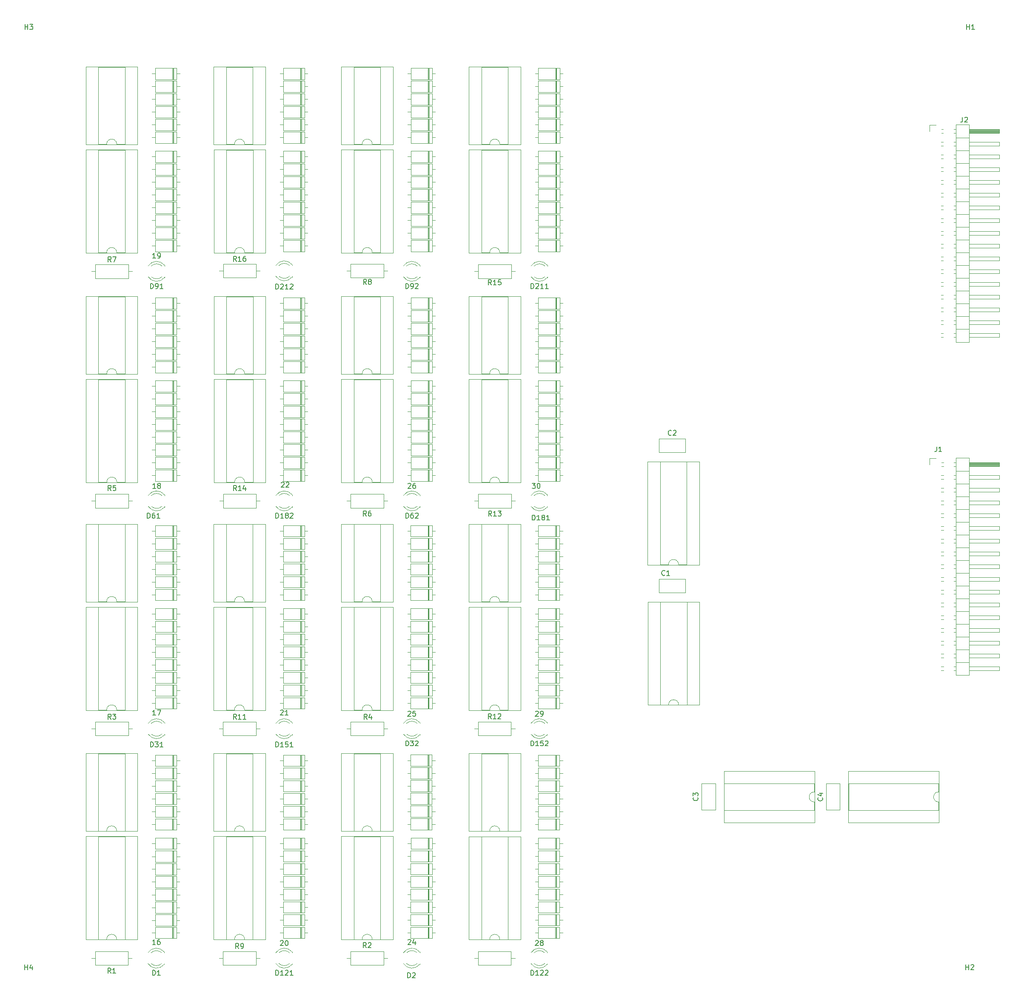
<source format=gbr>
%TF.GenerationSoftware,KiCad,Pcbnew,7.0.7*%
%TF.CreationDate,2023-10-25T17:19:31+09:00*%
%TF.ProjectId,rom2_,726f6d32-5f2e-46b6-9963-61645f706362,rev?*%
%TF.SameCoordinates,Original*%
%TF.FileFunction,Legend,Top*%
%TF.FilePolarity,Positive*%
%FSLAX46Y46*%
G04 Gerber Fmt 4.6, Leading zero omitted, Abs format (unit mm)*
G04 Created by KiCad (PCBNEW 7.0.7) date 2023-10-25 17:19:31*
%MOMM*%
%LPD*%
G01*
G04 APERTURE LIST*
%ADD10C,0.150000*%
%ADD11C,0.120000*%
G04 APERTURE END LIST*
D10*
X298936105Y-238085419D02*
X298936105Y-237085419D01*
X298936105Y-237085419D02*
X299174200Y-237085419D01*
X299174200Y-237085419D02*
X299317057Y-237133038D01*
X299317057Y-237133038D02*
X299412295Y-237228276D01*
X299412295Y-237228276D02*
X299459914Y-237323514D01*
X299459914Y-237323514D02*
X299507533Y-237513990D01*
X299507533Y-237513990D02*
X299507533Y-237656847D01*
X299507533Y-237656847D02*
X299459914Y-237847323D01*
X299459914Y-237847323D02*
X299412295Y-237942561D01*
X299412295Y-237942561D02*
X299317057Y-238037800D01*
X299317057Y-238037800D02*
X299174200Y-238085419D01*
X299174200Y-238085419D02*
X298936105Y-238085419D01*
X300459914Y-238085419D02*
X299888486Y-238085419D01*
X300174200Y-238085419D02*
X300174200Y-237085419D01*
X300174200Y-237085419D02*
X300078962Y-237228276D01*
X300078962Y-237228276D02*
X299983724Y-237323514D01*
X299983724Y-237323514D02*
X299888486Y-237371133D01*
X299483723Y-231950419D02*
X298912295Y-231950419D01*
X299198009Y-231950419D02*
X299198009Y-230950419D01*
X299198009Y-230950419D02*
X299102771Y-231093276D01*
X299102771Y-231093276D02*
X299007533Y-231188514D01*
X299007533Y-231188514D02*
X298912295Y-231236133D01*
X300340866Y-230950419D02*
X300150390Y-230950419D01*
X300150390Y-230950419D02*
X300055152Y-230998038D01*
X300055152Y-230998038D02*
X300007533Y-231045657D01*
X300007533Y-231045657D02*
X299912295Y-231188514D01*
X299912295Y-231188514D02*
X299864676Y-231378990D01*
X299864676Y-231378990D02*
X299864676Y-231759942D01*
X299864676Y-231759942D02*
X299912295Y-231855180D01*
X299912295Y-231855180D02*
X299959914Y-231902800D01*
X299959914Y-231902800D02*
X300055152Y-231950419D01*
X300055152Y-231950419D02*
X300245628Y-231950419D01*
X300245628Y-231950419D02*
X300340866Y-231902800D01*
X300340866Y-231902800D02*
X300388485Y-231855180D01*
X300388485Y-231855180D02*
X300436104Y-231759942D01*
X300436104Y-231759942D02*
X300436104Y-231521847D01*
X300436104Y-231521847D02*
X300388485Y-231426609D01*
X300388485Y-231426609D02*
X300340866Y-231378990D01*
X300340866Y-231378990D02*
X300245628Y-231331371D01*
X300245628Y-231331371D02*
X300055152Y-231331371D01*
X300055152Y-231331371D02*
X299959914Y-231378990D01*
X299959914Y-231378990D02*
X299912295Y-231426609D01*
X299912295Y-231426609D02*
X299864676Y-231521847D01*
X454961666Y-132804819D02*
X454961666Y-133519104D01*
X454961666Y-133519104D02*
X454914047Y-133661961D01*
X454914047Y-133661961D02*
X454818809Y-133757200D01*
X454818809Y-133757200D02*
X454675952Y-133804819D01*
X454675952Y-133804819D02*
X454580714Y-133804819D01*
X455961666Y-133804819D02*
X455390238Y-133804819D01*
X455675952Y-133804819D02*
X455675952Y-132804819D01*
X455675952Y-132804819D02*
X455580714Y-132947676D01*
X455580714Y-132947676D02*
X455485476Y-133042914D01*
X455485476Y-133042914D02*
X455390238Y-133090533D01*
X460781495Y-236970619D02*
X460781495Y-235970619D01*
X460781495Y-236446809D02*
X461352923Y-236446809D01*
X461352923Y-236970619D02*
X461352923Y-235970619D01*
X461781495Y-236065857D02*
X461829114Y-236018238D01*
X461829114Y-236018238D02*
X461924352Y-235970619D01*
X461924352Y-235970619D02*
X462162447Y-235970619D01*
X462162447Y-235970619D02*
X462257685Y-236018238D01*
X462257685Y-236018238D02*
X462305304Y-236065857D01*
X462305304Y-236065857D02*
X462352923Y-236161095D01*
X462352923Y-236161095D02*
X462352923Y-236256333D01*
X462352923Y-236256333D02*
X462305304Y-236399190D01*
X462305304Y-236399190D02*
X461733876Y-236970619D01*
X461733876Y-236970619D02*
X462352923Y-236970619D01*
X341453333Y-232585419D02*
X341120000Y-232109228D01*
X340881905Y-232585419D02*
X340881905Y-231585419D01*
X340881905Y-231585419D02*
X341262857Y-231585419D01*
X341262857Y-231585419D02*
X341358095Y-231633038D01*
X341358095Y-231633038D02*
X341405714Y-231680657D01*
X341405714Y-231680657D02*
X341453333Y-231775895D01*
X341453333Y-231775895D02*
X341453333Y-231918752D01*
X341453333Y-231918752D02*
X341405714Y-232013990D01*
X341405714Y-232013990D02*
X341358095Y-232061609D01*
X341358095Y-232061609D02*
X341262857Y-232109228D01*
X341262857Y-232109228D02*
X340881905Y-232109228D01*
X341834286Y-231680657D02*
X341881905Y-231633038D01*
X341881905Y-231633038D02*
X341977143Y-231585419D01*
X341977143Y-231585419D02*
X342215238Y-231585419D01*
X342215238Y-231585419D02*
X342310476Y-231633038D01*
X342310476Y-231633038D02*
X342358095Y-231680657D01*
X342358095Y-231680657D02*
X342405714Y-231775895D01*
X342405714Y-231775895D02*
X342405714Y-231871133D01*
X342405714Y-231871133D02*
X342358095Y-232013990D01*
X342358095Y-232013990D02*
X341786667Y-232585419D01*
X341786667Y-232585419D02*
X342405714Y-232585419D01*
X290663333Y-141526419D02*
X290330000Y-141050228D01*
X290091905Y-141526419D02*
X290091905Y-140526419D01*
X290091905Y-140526419D02*
X290472857Y-140526419D01*
X290472857Y-140526419D02*
X290568095Y-140574038D01*
X290568095Y-140574038D02*
X290615714Y-140621657D01*
X290615714Y-140621657D02*
X290663333Y-140716895D01*
X290663333Y-140716895D02*
X290663333Y-140859752D01*
X290663333Y-140859752D02*
X290615714Y-140954990D01*
X290615714Y-140954990D02*
X290568095Y-141002609D01*
X290568095Y-141002609D02*
X290472857Y-141050228D01*
X290472857Y-141050228D02*
X290091905Y-141050228D01*
X291568095Y-140526419D02*
X291091905Y-140526419D01*
X291091905Y-140526419D02*
X291044286Y-141002609D01*
X291044286Y-141002609D02*
X291091905Y-140954990D01*
X291091905Y-140954990D02*
X291187143Y-140907371D01*
X291187143Y-140907371D02*
X291425238Y-140907371D01*
X291425238Y-140907371D02*
X291520476Y-140954990D01*
X291520476Y-140954990D02*
X291568095Y-141002609D01*
X291568095Y-141002609D02*
X291615714Y-141097847D01*
X291615714Y-141097847D02*
X291615714Y-141335942D01*
X291615714Y-141335942D02*
X291568095Y-141431180D01*
X291568095Y-141431180D02*
X291520476Y-141478800D01*
X291520476Y-141478800D02*
X291425238Y-141526419D01*
X291425238Y-141526419D02*
X291187143Y-141526419D01*
X291187143Y-141526419D02*
X291091905Y-141478800D01*
X291091905Y-141478800D02*
X291044286Y-141431180D01*
X349305714Y-192390819D02*
X349305714Y-191390819D01*
X349305714Y-191390819D02*
X349543809Y-191390819D01*
X349543809Y-191390819D02*
X349686666Y-191438438D01*
X349686666Y-191438438D02*
X349781904Y-191533676D01*
X349781904Y-191533676D02*
X349829523Y-191628914D01*
X349829523Y-191628914D02*
X349877142Y-191819390D01*
X349877142Y-191819390D02*
X349877142Y-191962247D01*
X349877142Y-191962247D02*
X349829523Y-192152723D01*
X349829523Y-192152723D02*
X349781904Y-192247961D01*
X349781904Y-192247961D02*
X349686666Y-192343200D01*
X349686666Y-192343200D02*
X349543809Y-192390819D01*
X349543809Y-192390819D02*
X349305714Y-192390819D01*
X350210476Y-191390819D02*
X350829523Y-191390819D01*
X350829523Y-191390819D02*
X350496190Y-191771771D01*
X350496190Y-191771771D02*
X350639047Y-191771771D01*
X350639047Y-191771771D02*
X350734285Y-191819390D01*
X350734285Y-191819390D02*
X350781904Y-191867009D01*
X350781904Y-191867009D02*
X350829523Y-191962247D01*
X350829523Y-191962247D02*
X350829523Y-192200342D01*
X350829523Y-192200342D02*
X350781904Y-192295580D01*
X350781904Y-192295580D02*
X350734285Y-192343200D01*
X350734285Y-192343200D02*
X350639047Y-192390819D01*
X350639047Y-192390819D02*
X350353333Y-192390819D01*
X350353333Y-192390819D02*
X350258095Y-192343200D01*
X350258095Y-192343200D02*
X350210476Y-192295580D01*
X351210476Y-191486057D02*
X351258095Y-191438438D01*
X351258095Y-191438438D02*
X351353333Y-191390819D01*
X351353333Y-191390819D02*
X351591428Y-191390819D01*
X351591428Y-191390819D02*
X351686666Y-191438438D01*
X351686666Y-191438438D02*
X351734285Y-191486057D01*
X351734285Y-191486057D02*
X351781904Y-191581295D01*
X351781904Y-191581295D02*
X351781904Y-191676533D01*
X351781904Y-191676533D02*
X351734285Y-191819390D01*
X351734285Y-191819390D02*
X351162857Y-192390819D01*
X351162857Y-192390819D02*
X351781904Y-192390819D01*
X349753095Y-185566057D02*
X349800714Y-185518438D01*
X349800714Y-185518438D02*
X349895952Y-185470819D01*
X349895952Y-185470819D02*
X350134047Y-185470819D01*
X350134047Y-185470819D02*
X350229285Y-185518438D01*
X350229285Y-185518438D02*
X350276904Y-185566057D01*
X350276904Y-185566057D02*
X350324523Y-185661295D01*
X350324523Y-185661295D02*
X350324523Y-185756533D01*
X350324523Y-185756533D02*
X350276904Y-185899390D01*
X350276904Y-185899390D02*
X349705476Y-186470819D01*
X349705476Y-186470819D02*
X350324523Y-186470819D01*
X351229285Y-185470819D02*
X350753095Y-185470819D01*
X350753095Y-185470819D02*
X350705476Y-185947009D01*
X350705476Y-185947009D02*
X350753095Y-185899390D01*
X350753095Y-185899390D02*
X350848333Y-185851771D01*
X350848333Y-185851771D02*
X351086428Y-185851771D01*
X351086428Y-185851771D02*
X351181666Y-185899390D01*
X351181666Y-185899390D02*
X351229285Y-185947009D01*
X351229285Y-185947009D02*
X351276904Y-186042247D01*
X351276904Y-186042247D02*
X351276904Y-186280342D01*
X351276904Y-186280342D02*
X351229285Y-186375580D01*
X351229285Y-186375580D02*
X351181666Y-186423200D01*
X351181666Y-186423200D02*
X351086428Y-186470819D01*
X351086428Y-186470819D02*
X350848333Y-186470819D01*
X350848333Y-186470819D02*
X350753095Y-186423200D01*
X350753095Y-186423200D02*
X350705476Y-186375580D01*
X432199580Y-202711666D02*
X432247200Y-202759285D01*
X432247200Y-202759285D02*
X432294819Y-202902142D01*
X432294819Y-202902142D02*
X432294819Y-202997380D01*
X432294819Y-202997380D02*
X432247200Y-203140237D01*
X432247200Y-203140237D02*
X432151961Y-203235475D01*
X432151961Y-203235475D02*
X432056723Y-203283094D01*
X432056723Y-203283094D02*
X431866247Y-203330713D01*
X431866247Y-203330713D02*
X431723390Y-203330713D01*
X431723390Y-203330713D02*
X431532914Y-203283094D01*
X431532914Y-203283094D02*
X431437676Y-203235475D01*
X431437676Y-203235475D02*
X431342438Y-203140237D01*
X431342438Y-203140237D02*
X431294819Y-202997380D01*
X431294819Y-202997380D02*
X431294819Y-202902142D01*
X431294819Y-202902142D02*
X431342438Y-202759285D01*
X431342438Y-202759285D02*
X431390057Y-202711666D01*
X431628152Y-201854523D02*
X432294819Y-201854523D01*
X431247200Y-202092618D02*
X431961485Y-202330713D01*
X431961485Y-202330713D02*
X431961485Y-201711666D01*
X349305714Y-101306419D02*
X349305714Y-100306419D01*
X349305714Y-100306419D02*
X349543809Y-100306419D01*
X349543809Y-100306419D02*
X349686666Y-100354038D01*
X349686666Y-100354038D02*
X349781904Y-100449276D01*
X349781904Y-100449276D02*
X349829523Y-100544514D01*
X349829523Y-100544514D02*
X349877142Y-100734990D01*
X349877142Y-100734990D02*
X349877142Y-100877847D01*
X349877142Y-100877847D02*
X349829523Y-101068323D01*
X349829523Y-101068323D02*
X349781904Y-101163561D01*
X349781904Y-101163561D02*
X349686666Y-101258800D01*
X349686666Y-101258800D02*
X349543809Y-101306419D01*
X349543809Y-101306419D02*
X349305714Y-101306419D01*
X350353333Y-101306419D02*
X350543809Y-101306419D01*
X350543809Y-101306419D02*
X350639047Y-101258800D01*
X350639047Y-101258800D02*
X350686666Y-101211180D01*
X350686666Y-101211180D02*
X350781904Y-101068323D01*
X350781904Y-101068323D02*
X350829523Y-100877847D01*
X350829523Y-100877847D02*
X350829523Y-100496895D01*
X350829523Y-100496895D02*
X350781904Y-100401657D01*
X350781904Y-100401657D02*
X350734285Y-100354038D01*
X350734285Y-100354038D02*
X350639047Y-100306419D01*
X350639047Y-100306419D02*
X350448571Y-100306419D01*
X350448571Y-100306419D02*
X350353333Y-100354038D01*
X350353333Y-100354038D02*
X350305714Y-100401657D01*
X350305714Y-100401657D02*
X350258095Y-100496895D01*
X350258095Y-100496895D02*
X350258095Y-100734990D01*
X350258095Y-100734990D02*
X350305714Y-100830228D01*
X350305714Y-100830228D02*
X350353333Y-100877847D01*
X350353333Y-100877847D02*
X350448571Y-100925466D01*
X350448571Y-100925466D02*
X350639047Y-100925466D01*
X350639047Y-100925466D02*
X350734285Y-100877847D01*
X350734285Y-100877847D02*
X350781904Y-100830228D01*
X350781904Y-100830228D02*
X350829523Y-100734990D01*
X351210476Y-100401657D02*
X351258095Y-100354038D01*
X351258095Y-100354038D02*
X351353333Y-100306419D01*
X351353333Y-100306419D02*
X351591428Y-100306419D01*
X351591428Y-100306419D02*
X351686666Y-100354038D01*
X351686666Y-100354038D02*
X351734285Y-100401657D01*
X351734285Y-100401657D02*
X351781904Y-100496895D01*
X351781904Y-100496895D02*
X351781904Y-100592133D01*
X351781904Y-100592133D02*
X351734285Y-100734990D01*
X351734285Y-100734990D02*
X351162857Y-101306419D01*
X351162857Y-101306419D02*
X351781904Y-101306419D01*
X374209524Y-192390819D02*
X374209524Y-191390819D01*
X374209524Y-191390819D02*
X374447619Y-191390819D01*
X374447619Y-191390819D02*
X374590476Y-191438438D01*
X374590476Y-191438438D02*
X374685714Y-191533676D01*
X374685714Y-191533676D02*
X374733333Y-191628914D01*
X374733333Y-191628914D02*
X374780952Y-191819390D01*
X374780952Y-191819390D02*
X374780952Y-191962247D01*
X374780952Y-191962247D02*
X374733333Y-192152723D01*
X374733333Y-192152723D02*
X374685714Y-192247961D01*
X374685714Y-192247961D02*
X374590476Y-192343200D01*
X374590476Y-192343200D02*
X374447619Y-192390819D01*
X374447619Y-192390819D02*
X374209524Y-192390819D01*
X375733333Y-192390819D02*
X375161905Y-192390819D01*
X375447619Y-192390819D02*
X375447619Y-191390819D01*
X375447619Y-191390819D02*
X375352381Y-191533676D01*
X375352381Y-191533676D02*
X375257143Y-191628914D01*
X375257143Y-191628914D02*
X375161905Y-191676533D01*
X376638095Y-191390819D02*
X376161905Y-191390819D01*
X376161905Y-191390819D02*
X376114286Y-191867009D01*
X376114286Y-191867009D02*
X376161905Y-191819390D01*
X376161905Y-191819390D02*
X376257143Y-191771771D01*
X376257143Y-191771771D02*
X376495238Y-191771771D01*
X376495238Y-191771771D02*
X376590476Y-191819390D01*
X376590476Y-191819390D02*
X376638095Y-191867009D01*
X376638095Y-191867009D02*
X376685714Y-191962247D01*
X376685714Y-191962247D02*
X376685714Y-192200342D01*
X376685714Y-192200342D02*
X376638095Y-192295580D01*
X376638095Y-192295580D02*
X376590476Y-192343200D01*
X376590476Y-192343200D02*
X376495238Y-192390819D01*
X376495238Y-192390819D02*
X376257143Y-192390819D01*
X376257143Y-192390819D02*
X376161905Y-192343200D01*
X376161905Y-192343200D02*
X376114286Y-192295580D01*
X377066667Y-191486057D02*
X377114286Y-191438438D01*
X377114286Y-191438438D02*
X377209524Y-191390819D01*
X377209524Y-191390819D02*
X377447619Y-191390819D01*
X377447619Y-191390819D02*
X377542857Y-191438438D01*
X377542857Y-191438438D02*
X377590476Y-191486057D01*
X377590476Y-191486057D02*
X377638095Y-191581295D01*
X377638095Y-191581295D02*
X377638095Y-191676533D01*
X377638095Y-191676533D02*
X377590476Y-191819390D01*
X377590476Y-191819390D02*
X377019048Y-192390819D01*
X377019048Y-192390819D02*
X377638095Y-192390819D01*
X375138095Y-185566057D02*
X375185714Y-185518438D01*
X375185714Y-185518438D02*
X375280952Y-185470819D01*
X375280952Y-185470819D02*
X375519047Y-185470819D01*
X375519047Y-185470819D02*
X375614285Y-185518438D01*
X375614285Y-185518438D02*
X375661904Y-185566057D01*
X375661904Y-185566057D02*
X375709523Y-185661295D01*
X375709523Y-185661295D02*
X375709523Y-185756533D01*
X375709523Y-185756533D02*
X375661904Y-185899390D01*
X375661904Y-185899390D02*
X375090476Y-186470819D01*
X375090476Y-186470819D02*
X375709523Y-186470819D01*
X376185714Y-186470819D02*
X376376190Y-186470819D01*
X376376190Y-186470819D02*
X376471428Y-186423200D01*
X376471428Y-186423200D02*
X376519047Y-186375580D01*
X376519047Y-186375580D02*
X376614285Y-186232723D01*
X376614285Y-186232723D02*
X376661904Y-186042247D01*
X376661904Y-186042247D02*
X376661904Y-185661295D01*
X376661904Y-185661295D02*
X376614285Y-185566057D01*
X376614285Y-185566057D02*
X376566666Y-185518438D01*
X376566666Y-185518438D02*
X376471428Y-185470819D01*
X376471428Y-185470819D02*
X376280952Y-185470819D01*
X376280952Y-185470819D02*
X376185714Y-185518438D01*
X376185714Y-185518438D02*
X376138095Y-185566057D01*
X376138095Y-185566057D02*
X376090476Y-185661295D01*
X376090476Y-185661295D02*
X376090476Y-185899390D01*
X376090476Y-185899390D02*
X376138095Y-185994628D01*
X376138095Y-185994628D02*
X376185714Y-186042247D01*
X376185714Y-186042247D02*
X376280952Y-186089866D01*
X376280952Y-186089866D02*
X376471428Y-186089866D01*
X376471428Y-186089866D02*
X376566666Y-186042247D01*
X376566666Y-186042247D02*
X376614285Y-185994628D01*
X376614285Y-185994628D02*
X376661904Y-185899390D01*
X349691905Y-238579819D02*
X349691905Y-237579819D01*
X349691905Y-237579819D02*
X349930000Y-237579819D01*
X349930000Y-237579819D02*
X350072857Y-237627438D01*
X350072857Y-237627438D02*
X350168095Y-237722676D01*
X350168095Y-237722676D02*
X350215714Y-237817914D01*
X350215714Y-237817914D02*
X350263333Y-238008390D01*
X350263333Y-238008390D02*
X350263333Y-238151247D01*
X350263333Y-238151247D02*
X350215714Y-238341723D01*
X350215714Y-238341723D02*
X350168095Y-238436961D01*
X350168095Y-238436961D02*
X350072857Y-238532200D01*
X350072857Y-238532200D02*
X349930000Y-238579819D01*
X349930000Y-238579819D02*
X349691905Y-238579819D01*
X350644286Y-237675057D02*
X350691905Y-237627438D01*
X350691905Y-237627438D02*
X350787143Y-237579819D01*
X350787143Y-237579819D02*
X351025238Y-237579819D01*
X351025238Y-237579819D02*
X351120476Y-237627438D01*
X351120476Y-237627438D02*
X351168095Y-237675057D01*
X351168095Y-237675057D02*
X351215714Y-237770295D01*
X351215714Y-237770295D02*
X351215714Y-237865533D01*
X351215714Y-237865533D02*
X351168095Y-238008390D01*
X351168095Y-238008390D02*
X350596667Y-238579819D01*
X350596667Y-238579819D02*
X351215714Y-238579819D01*
X349758095Y-231045657D02*
X349805714Y-230998038D01*
X349805714Y-230998038D02*
X349900952Y-230950419D01*
X349900952Y-230950419D02*
X350139047Y-230950419D01*
X350139047Y-230950419D02*
X350234285Y-230998038D01*
X350234285Y-230998038D02*
X350281904Y-231045657D01*
X350281904Y-231045657D02*
X350329523Y-231140895D01*
X350329523Y-231140895D02*
X350329523Y-231236133D01*
X350329523Y-231236133D02*
X350281904Y-231378990D01*
X350281904Y-231378990D02*
X349710476Y-231950419D01*
X349710476Y-231950419D02*
X350329523Y-231950419D01*
X351186666Y-231283752D02*
X351186666Y-231950419D01*
X350948571Y-230902800D02*
X350710476Y-231617085D01*
X350710476Y-231617085D02*
X351329523Y-231617085D01*
X366331742Y-186992419D02*
X365998409Y-186516228D01*
X365760314Y-186992419D02*
X365760314Y-185992419D01*
X365760314Y-185992419D02*
X366141266Y-185992419D01*
X366141266Y-185992419D02*
X366236504Y-186040038D01*
X366236504Y-186040038D02*
X366284123Y-186087657D01*
X366284123Y-186087657D02*
X366331742Y-186182895D01*
X366331742Y-186182895D02*
X366331742Y-186325752D01*
X366331742Y-186325752D02*
X366284123Y-186420990D01*
X366284123Y-186420990D02*
X366236504Y-186468609D01*
X366236504Y-186468609D02*
X366141266Y-186516228D01*
X366141266Y-186516228D02*
X365760314Y-186516228D01*
X367284123Y-186992419D02*
X366712695Y-186992419D01*
X366998409Y-186992419D02*
X366998409Y-185992419D01*
X366998409Y-185992419D02*
X366903171Y-186135276D01*
X366903171Y-186135276D02*
X366807933Y-186230514D01*
X366807933Y-186230514D02*
X366712695Y-186278133D01*
X367665076Y-186087657D02*
X367712695Y-186040038D01*
X367712695Y-186040038D02*
X367807933Y-185992419D01*
X367807933Y-185992419D02*
X368046028Y-185992419D01*
X368046028Y-185992419D02*
X368141266Y-186040038D01*
X368141266Y-186040038D02*
X368188885Y-186087657D01*
X368188885Y-186087657D02*
X368236504Y-186182895D01*
X368236504Y-186182895D02*
X368236504Y-186278133D01*
X368236504Y-186278133D02*
X368188885Y-186420990D01*
X368188885Y-186420990D02*
X367617457Y-186992419D01*
X367617457Y-186992419D02*
X368236504Y-186992419D01*
X349315714Y-147026419D02*
X349315714Y-146026419D01*
X349315714Y-146026419D02*
X349553809Y-146026419D01*
X349553809Y-146026419D02*
X349696666Y-146074038D01*
X349696666Y-146074038D02*
X349791904Y-146169276D01*
X349791904Y-146169276D02*
X349839523Y-146264514D01*
X349839523Y-146264514D02*
X349887142Y-146454990D01*
X349887142Y-146454990D02*
X349887142Y-146597847D01*
X349887142Y-146597847D02*
X349839523Y-146788323D01*
X349839523Y-146788323D02*
X349791904Y-146883561D01*
X349791904Y-146883561D02*
X349696666Y-146978800D01*
X349696666Y-146978800D02*
X349553809Y-147026419D01*
X349553809Y-147026419D02*
X349315714Y-147026419D01*
X350744285Y-146026419D02*
X350553809Y-146026419D01*
X350553809Y-146026419D02*
X350458571Y-146074038D01*
X350458571Y-146074038D02*
X350410952Y-146121657D01*
X350410952Y-146121657D02*
X350315714Y-146264514D01*
X350315714Y-146264514D02*
X350268095Y-146454990D01*
X350268095Y-146454990D02*
X350268095Y-146835942D01*
X350268095Y-146835942D02*
X350315714Y-146931180D01*
X350315714Y-146931180D02*
X350363333Y-146978800D01*
X350363333Y-146978800D02*
X350458571Y-147026419D01*
X350458571Y-147026419D02*
X350649047Y-147026419D01*
X350649047Y-147026419D02*
X350744285Y-146978800D01*
X350744285Y-146978800D02*
X350791904Y-146931180D01*
X350791904Y-146931180D02*
X350839523Y-146835942D01*
X350839523Y-146835942D02*
X350839523Y-146597847D01*
X350839523Y-146597847D02*
X350791904Y-146502609D01*
X350791904Y-146502609D02*
X350744285Y-146454990D01*
X350744285Y-146454990D02*
X350649047Y-146407371D01*
X350649047Y-146407371D02*
X350458571Y-146407371D01*
X350458571Y-146407371D02*
X350363333Y-146454990D01*
X350363333Y-146454990D02*
X350315714Y-146502609D01*
X350315714Y-146502609D02*
X350268095Y-146597847D01*
X351220476Y-146121657D02*
X351268095Y-146074038D01*
X351268095Y-146074038D02*
X351363333Y-146026419D01*
X351363333Y-146026419D02*
X351601428Y-146026419D01*
X351601428Y-146026419D02*
X351696666Y-146074038D01*
X351696666Y-146074038D02*
X351744285Y-146121657D01*
X351744285Y-146121657D02*
X351791904Y-146216895D01*
X351791904Y-146216895D02*
X351791904Y-146312133D01*
X351791904Y-146312133D02*
X351744285Y-146454990D01*
X351744285Y-146454990D02*
X351172857Y-147026419D01*
X351172857Y-147026419D02*
X351791904Y-147026419D01*
X349768095Y-140201657D02*
X349815714Y-140154038D01*
X349815714Y-140154038D02*
X349910952Y-140106419D01*
X349910952Y-140106419D02*
X350149047Y-140106419D01*
X350149047Y-140106419D02*
X350244285Y-140154038D01*
X350244285Y-140154038D02*
X350291904Y-140201657D01*
X350291904Y-140201657D02*
X350339523Y-140296895D01*
X350339523Y-140296895D02*
X350339523Y-140392133D01*
X350339523Y-140392133D02*
X350291904Y-140534990D01*
X350291904Y-140534990D02*
X349720476Y-141106419D01*
X349720476Y-141106419D02*
X350339523Y-141106419D01*
X351196666Y-140106419D02*
X351006190Y-140106419D01*
X351006190Y-140106419D02*
X350910952Y-140154038D01*
X350910952Y-140154038D02*
X350863333Y-140201657D01*
X350863333Y-140201657D02*
X350768095Y-140344514D01*
X350768095Y-140344514D02*
X350720476Y-140534990D01*
X350720476Y-140534990D02*
X350720476Y-140915942D01*
X350720476Y-140915942D02*
X350768095Y-141011180D01*
X350768095Y-141011180D02*
X350815714Y-141058800D01*
X350815714Y-141058800D02*
X350910952Y-141106419D01*
X350910952Y-141106419D02*
X351101428Y-141106419D01*
X351101428Y-141106419D02*
X351196666Y-141058800D01*
X351196666Y-141058800D02*
X351244285Y-141011180D01*
X351244285Y-141011180D02*
X351291904Y-140915942D01*
X351291904Y-140915942D02*
X351291904Y-140677847D01*
X351291904Y-140677847D02*
X351244285Y-140582609D01*
X351244285Y-140582609D02*
X351196666Y-140534990D01*
X351196666Y-140534990D02*
X351101428Y-140487371D01*
X351101428Y-140487371D02*
X350910952Y-140487371D01*
X350910952Y-140487371D02*
X350815714Y-140534990D01*
X350815714Y-140534990D02*
X350768095Y-140582609D01*
X350768095Y-140582609D02*
X350720476Y-140677847D01*
X315592142Y-95874819D02*
X315258809Y-95398628D01*
X315020714Y-95874819D02*
X315020714Y-94874819D01*
X315020714Y-94874819D02*
X315401666Y-94874819D01*
X315401666Y-94874819D02*
X315496904Y-94922438D01*
X315496904Y-94922438D02*
X315544523Y-94970057D01*
X315544523Y-94970057D02*
X315592142Y-95065295D01*
X315592142Y-95065295D02*
X315592142Y-95208152D01*
X315592142Y-95208152D02*
X315544523Y-95303390D01*
X315544523Y-95303390D02*
X315496904Y-95351009D01*
X315496904Y-95351009D02*
X315401666Y-95398628D01*
X315401666Y-95398628D02*
X315020714Y-95398628D01*
X316544523Y-95874819D02*
X315973095Y-95874819D01*
X316258809Y-95874819D02*
X316258809Y-94874819D01*
X316258809Y-94874819D02*
X316163571Y-95017676D01*
X316163571Y-95017676D02*
X316068333Y-95112914D01*
X316068333Y-95112914D02*
X315973095Y-95160533D01*
X317401666Y-94874819D02*
X317211190Y-94874819D01*
X317211190Y-94874819D02*
X317115952Y-94922438D01*
X317115952Y-94922438D02*
X317068333Y-94970057D01*
X317068333Y-94970057D02*
X316973095Y-95112914D01*
X316973095Y-95112914D02*
X316925476Y-95303390D01*
X316925476Y-95303390D02*
X316925476Y-95684342D01*
X316925476Y-95684342D02*
X316973095Y-95779580D01*
X316973095Y-95779580D02*
X317020714Y-95827200D01*
X317020714Y-95827200D02*
X317115952Y-95874819D01*
X317115952Y-95874819D02*
X317306428Y-95874819D01*
X317306428Y-95874819D02*
X317401666Y-95827200D01*
X317401666Y-95827200D02*
X317449285Y-95779580D01*
X317449285Y-95779580D02*
X317496904Y-95684342D01*
X317496904Y-95684342D02*
X317496904Y-95446247D01*
X317496904Y-95446247D02*
X317449285Y-95351009D01*
X317449285Y-95351009D02*
X317401666Y-95303390D01*
X317401666Y-95303390D02*
X317306428Y-95255771D01*
X317306428Y-95255771D02*
X317115952Y-95255771D01*
X317115952Y-95255771D02*
X317020714Y-95303390D01*
X317020714Y-95303390D02*
X316973095Y-95351009D01*
X316973095Y-95351009D02*
X316925476Y-95446247D01*
X323439524Y-147026419D02*
X323439524Y-146026419D01*
X323439524Y-146026419D02*
X323677619Y-146026419D01*
X323677619Y-146026419D02*
X323820476Y-146074038D01*
X323820476Y-146074038D02*
X323915714Y-146169276D01*
X323915714Y-146169276D02*
X323963333Y-146264514D01*
X323963333Y-146264514D02*
X324010952Y-146454990D01*
X324010952Y-146454990D02*
X324010952Y-146597847D01*
X324010952Y-146597847D02*
X323963333Y-146788323D01*
X323963333Y-146788323D02*
X323915714Y-146883561D01*
X323915714Y-146883561D02*
X323820476Y-146978800D01*
X323820476Y-146978800D02*
X323677619Y-147026419D01*
X323677619Y-147026419D02*
X323439524Y-147026419D01*
X324963333Y-147026419D02*
X324391905Y-147026419D01*
X324677619Y-147026419D02*
X324677619Y-146026419D01*
X324677619Y-146026419D02*
X324582381Y-146169276D01*
X324582381Y-146169276D02*
X324487143Y-146264514D01*
X324487143Y-146264514D02*
X324391905Y-146312133D01*
X325534762Y-146454990D02*
X325439524Y-146407371D01*
X325439524Y-146407371D02*
X325391905Y-146359752D01*
X325391905Y-146359752D02*
X325344286Y-146264514D01*
X325344286Y-146264514D02*
X325344286Y-146216895D01*
X325344286Y-146216895D02*
X325391905Y-146121657D01*
X325391905Y-146121657D02*
X325439524Y-146074038D01*
X325439524Y-146074038D02*
X325534762Y-146026419D01*
X325534762Y-146026419D02*
X325725238Y-146026419D01*
X325725238Y-146026419D02*
X325820476Y-146074038D01*
X325820476Y-146074038D02*
X325868095Y-146121657D01*
X325868095Y-146121657D02*
X325915714Y-146216895D01*
X325915714Y-146216895D02*
X325915714Y-146264514D01*
X325915714Y-146264514D02*
X325868095Y-146359752D01*
X325868095Y-146359752D02*
X325820476Y-146407371D01*
X325820476Y-146407371D02*
X325725238Y-146454990D01*
X325725238Y-146454990D02*
X325534762Y-146454990D01*
X325534762Y-146454990D02*
X325439524Y-146502609D01*
X325439524Y-146502609D02*
X325391905Y-146550228D01*
X325391905Y-146550228D02*
X325344286Y-146645466D01*
X325344286Y-146645466D02*
X325344286Y-146835942D01*
X325344286Y-146835942D02*
X325391905Y-146931180D01*
X325391905Y-146931180D02*
X325439524Y-146978800D01*
X325439524Y-146978800D02*
X325534762Y-147026419D01*
X325534762Y-147026419D02*
X325725238Y-147026419D01*
X325725238Y-147026419D02*
X325820476Y-146978800D01*
X325820476Y-146978800D02*
X325868095Y-146931180D01*
X325868095Y-146931180D02*
X325915714Y-146835942D01*
X325915714Y-146835942D02*
X325915714Y-146645466D01*
X325915714Y-146645466D02*
X325868095Y-146550228D01*
X325868095Y-146550228D02*
X325820476Y-146502609D01*
X325820476Y-146502609D02*
X325725238Y-146454990D01*
X326296667Y-146121657D02*
X326344286Y-146074038D01*
X326344286Y-146074038D02*
X326439524Y-146026419D01*
X326439524Y-146026419D02*
X326677619Y-146026419D01*
X326677619Y-146026419D02*
X326772857Y-146074038D01*
X326772857Y-146074038D02*
X326820476Y-146121657D01*
X326820476Y-146121657D02*
X326868095Y-146216895D01*
X326868095Y-146216895D02*
X326868095Y-146312133D01*
X326868095Y-146312133D02*
X326820476Y-146454990D01*
X326820476Y-146454990D02*
X326249048Y-147026419D01*
X326249048Y-147026419D02*
X326868095Y-147026419D01*
X324556711Y-139986657D02*
X324604330Y-139939038D01*
X324604330Y-139939038D02*
X324699568Y-139891419D01*
X324699568Y-139891419D02*
X324937663Y-139891419D01*
X324937663Y-139891419D02*
X325032901Y-139939038D01*
X325032901Y-139939038D02*
X325080520Y-139986657D01*
X325080520Y-139986657D02*
X325128139Y-140081895D01*
X325128139Y-140081895D02*
X325128139Y-140177133D01*
X325128139Y-140177133D02*
X325080520Y-140319990D01*
X325080520Y-140319990D02*
X324509092Y-140891419D01*
X324509092Y-140891419D02*
X325128139Y-140891419D01*
X325509092Y-139986657D02*
X325556711Y-139939038D01*
X325556711Y-139939038D02*
X325651949Y-139891419D01*
X325651949Y-139891419D02*
X325890044Y-139891419D01*
X325890044Y-139891419D02*
X325985282Y-139939038D01*
X325985282Y-139939038D02*
X326032901Y-139986657D01*
X326032901Y-139986657D02*
X326080520Y-140081895D01*
X326080520Y-140081895D02*
X326080520Y-140177133D01*
X326080520Y-140177133D02*
X326032901Y-140319990D01*
X326032901Y-140319990D02*
X325461473Y-140891419D01*
X325461473Y-140891419D02*
X326080520Y-140891419D01*
X374229524Y-101306419D02*
X374229524Y-100306419D01*
X374229524Y-100306419D02*
X374467619Y-100306419D01*
X374467619Y-100306419D02*
X374610476Y-100354038D01*
X374610476Y-100354038D02*
X374705714Y-100449276D01*
X374705714Y-100449276D02*
X374753333Y-100544514D01*
X374753333Y-100544514D02*
X374800952Y-100734990D01*
X374800952Y-100734990D02*
X374800952Y-100877847D01*
X374800952Y-100877847D02*
X374753333Y-101068323D01*
X374753333Y-101068323D02*
X374705714Y-101163561D01*
X374705714Y-101163561D02*
X374610476Y-101258800D01*
X374610476Y-101258800D02*
X374467619Y-101306419D01*
X374467619Y-101306419D02*
X374229524Y-101306419D01*
X375181905Y-100401657D02*
X375229524Y-100354038D01*
X375229524Y-100354038D02*
X375324762Y-100306419D01*
X375324762Y-100306419D02*
X375562857Y-100306419D01*
X375562857Y-100306419D02*
X375658095Y-100354038D01*
X375658095Y-100354038D02*
X375705714Y-100401657D01*
X375705714Y-100401657D02*
X375753333Y-100496895D01*
X375753333Y-100496895D02*
X375753333Y-100592133D01*
X375753333Y-100592133D02*
X375705714Y-100734990D01*
X375705714Y-100734990D02*
X375134286Y-101306419D01*
X375134286Y-101306419D02*
X375753333Y-101306419D01*
X376705714Y-101306419D02*
X376134286Y-101306419D01*
X376420000Y-101306419D02*
X376420000Y-100306419D01*
X376420000Y-100306419D02*
X376324762Y-100449276D01*
X376324762Y-100449276D02*
X376229524Y-100544514D01*
X376229524Y-100544514D02*
X376134286Y-100592133D01*
X377658095Y-101306419D02*
X377086667Y-101306419D01*
X377372381Y-101306419D02*
X377372381Y-100306419D01*
X377372381Y-100306419D02*
X377277143Y-100449276D01*
X377277143Y-100449276D02*
X377181905Y-100544514D01*
X377181905Y-100544514D02*
X377086667Y-100592133D01*
X273481895Y-236996019D02*
X273481895Y-235996019D01*
X273481895Y-236472209D02*
X274053323Y-236472209D01*
X274053323Y-236996019D02*
X274053323Y-235996019D01*
X274958085Y-236329352D02*
X274958085Y-236996019D01*
X274719990Y-235948400D02*
X274481895Y-236662685D01*
X274481895Y-236662685D02*
X275100942Y-236662685D01*
X323434524Y-238085419D02*
X323434524Y-237085419D01*
X323434524Y-237085419D02*
X323672619Y-237085419D01*
X323672619Y-237085419D02*
X323815476Y-237133038D01*
X323815476Y-237133038D02*
X323910714Y-237228276D01*
X323910714Y-237228276D02*
X323958333Y-237323514D01*
X323958333Y-237323514D02*
X324005952Y-237513990D01*
X324005952Y-237513990D02*
X324005952Y-237656847D01*
X324005952Y-237656847D02*
X323958333Y-237847323D01*
X323958333Y-237847323D02*
X323910714Y-237942561D01*
X323910714Y-237942561D02*
X323815476Y-238037800D01*
X323815476Y-238037800D02*
X323672619Y-238085419D01*
X323672619Y-238085419D02*
X323434524Y-238085419D01*
X324958333Y-238085419D02*
X324386905Y-238085419D01*
X324672619Y-238085419D02*
X324672619Y-237085419D01*
X324672619Y-237085419D02*
X324577381Y-237228276D01*
X324577381Y-237228276D02*
X324482143Y-237323514D01*
X324482143Y-237323514D02*
X324386905Y-237371133D01*
X325339286Y-237180657D02*
X325386905Y-237133038D01*
X325386905Y-237133038D02*
X325482143Y-237085419D01*
X325482143Y-237085419D02*
X325720238Y-237085419D01*
X325720238Y-237085419D02*
X325815476Y-237133038D01*
X325815476Y-237133038D02*
X325863095Y-237180657D01*
X325863095Y-237180657D02*
X325910714Y-237275895D01*
X325910714Y-237275895D02*
X325910714Y-237371133D01*
X325910714Y-237371133D02*
X325863095Y-237513990D01*
X325863095Y-237513990D02*
X325291667Y-238085419D01*
X325291667Y-238085419D02*
X325910714Y-238085419D01*
X326863095Y-238085419D02*
X326291667Y-238085419D01*
X326577381Y-238085419D02*
X326577381Y-237085419D01*
X326577381Y-237085419D02*
X326482143Y-237228276D01*
X326482143Y-237228276D02*
X326386905Y-237323514D01*
X326386905Y-237323514D02*
X326291667Y-237371133D01*
X324363095Y-231260657D02*
X324410714Y-231213038D01*
X324410714Y-231213038D02*
X324505952Y-231165419D01*
X324505952Y-231165419D02*
X324744047Y-231165419D01*
X324744047Y-231165419D02*
X324839285Y-231213038D01*
X324839285Y-231213038D02*
X324886904Y-231260657D01*
X324886904Y-231260657D02*
X324934523Y-231355895D01*
X324934523Y-231355895D02*
X324934523Y-231451133D01*
X324934523Y-231451133D02*
X324886904Y-231593990D01*
X324886904Y-231593990D02*
X324315476Y-232165419D01*
X324315476Y-232165419D02*
X324934523Y-232165419D01*
X325553571Y-231165419D02*
X325648809Y-231165419D01*
X325648809Y-231165419D02*
X325744047Y-231213038D01*
X325744047Y-231213038D02*
X325791666Y-231260657D01*
X325791666Y-231260657D02*
X325839285Y-231355895D01*
X325839285Y-231355895D02*
X325886904Y-231546371D01*
X325886904Y-231546371D02*
X325886904Y-231784466D01*
X325886904Y-231784466D02*
X325839285Y-231974942D01*
X325839285Y-231974942D02*
X325791666Y-232070180D01*
X325791666Y-232070180D02*
X325744047Y-232117800D01*
X325744047Y-232117800D02*
X325648809Y-232165419D01*
X325648809Y-232165419D02*
X325553571Y-232165419D01*
X325553571Y-232165419D02*
X325458333Y-232117800D01*
X325458333Y-232117800D02*
X325410714Y-232070180D01*
X325410714Y-232070180D02*
X325363095Y-231974942D01*
X325363095Y-231974942D02*
X325315476Y-231784466D01*
X325315476Y-231784466D02*
X325315476Y-231546371D01*
X325315476Y-231546371D02*
X325363095Y-231355895D01*
X325363095Y-231355895D02*
X325410714Y-231260657D01*
X325410714Y-231260657D02*
X325458333Y-231213038D01*
X325458333Y-231213038D02*
X325553571Y-231165419D01*
X400869333Y-158352980D02*
X400821714Y-158400600D01*
X400821714Y-158400600D02*
X400678857Y-158448219D01*
X400678857Y-158448219D02*
X400583619Y-158448219D01*
X400583619Y-158448219D02*
X400440762Y-158400600D01*
X400440762Y-158400600D02*
X400345524Y-158305361D01*
X400345524Y-158305361D02*
X400297905Y-158210123D01*
X400297905Y-158210123D02*
X400250286Y-158019647D01*
X400250286Y-158019647D02*
X400250286Y-157876790D01*
X400250286Y-157876790D02*
X400297905Y-157686314D01*
X400297905Y-157686314D02*
X400345524Y-157591076D01*
X400345524Y-157591076D02*
X400440762Y-157495838D01*
X400440762Y-157495838D02*
X400583619Y-157448219D01*
X400583619Y-157448219D02*
X400678857Y-157448219D01*
X400678857Y-157448219D02*
X400821714Y-157495838D01*
X400821714Y-157495838D02*
X400869333Y-157543457D01*
X401821714Y-158448219D02*
X401250286Y-158448219D01*
X401536000Y-158448219D02*
X401536000Y-157448219D01*
X401536000Y-157448219D02*
X401440762Y-157591076D01*
X401440762Y-157591076D02*
X401345524Y-157686314D01*
X401345524Y-157686314D02*
X401250286Y-157733933D01*
X273507295Y-49696419D02*
X273507295Y-48696419D01*
X273507295Y-49172609D02*
X274078723Y-49172609D01*
X274078723Y-49696419D02*
X274078723Y-48696419D01*
X274459676Y-48696419D02*
X275078723Y-48696419D01*
X275078723Y-48696419D02*
X274745390Y-49077371D01*
X274745390Y-49077371D02*
X274888247Y-49077371D01*
X274888247Y-49077371D02*
X274983485Y-49124990D01*
X274983485Y-49124990D02*
X275031104Y-49172609D01*
X275031104Y-49172609D02*
X275078723Y-49267847D01*
X275078723Y-49267847D02*
X275078723Y-49505942D01*
X275078723Y-49505942D02*
X275031104Y-49601180D01*
X275031104Y-49601180D02*
X274983485Y-49648800D01*
X274983485Y-49648800D02*
X274888247Y-49696419D01*
X274888247Y-49696419D02*
X274602533Y-49696419D01*
X274602533Y-49696419D02*
X274507295Y-49648800D01*
X274507295Y-49648800D02*
X274459676Y-49601180D01*
X315587142Y-187060819D02*
X315253809Y-186584628D01*
X315015714Y-187060819D02*
X315015714Y-186060819D01*
X315015714Y-186060819D02*
X315396666Y-186060819D01*
X315396666Y-186060819D02*
X315491904Y-186108438D01*
X315491904Y-186108438D02*
X315539523Y-186156057D01*
X315539523Y-186156057D02*
X315587142Y-186251295D01*
X315587142Y-186251295D02*
X315587142Y-186394152D01*
X315587142Y-186394152D02*
X315539523Y-186489390D01*
X315539523Y-186489390D02*
X315491904Y-186537009D01*
X315491904Y-186537009D02*
X315396666Y-186584628D01*
X315396666Y-186584628D02*
X315015714Y-186584628D01*
X316539523Y-187060819D02*
X315968095Y-187060819D01*
X316253809Y-187060819D02*
X316253809Y-186060819D01*
X316253809Y-186060819D02*
X316158571Y-186203676D01*
X316158571Y-186203676D02*
X316063333Y-186298914D01*
X316063333Y-186298914D02*
X315968095Y-186346533D01*
X317491904Y-187060819D02*
X316920476Y-187060819D01*
X317206190Y-187060819D02*
X317206190Y-186060819D01*
X317206190Y-186060819D02*
X317110952Y-186203676D01*
X317110952Y-186203676D02*
X317015714Y-186298914D01*
X317015714Y-186298914D02*
X316920476Y-186346533D01*
X297875714Y-147026419D02*
X297875714Y-146026419D01*
X297875714Y-146026419D02*
X298113809Y-146026419D01*
X298113809Y-146026419D02*
X298256666Y-146074038D01*
X298256666Y-146074038D02*
X298351904Y-146169276D01*
X298351904Y-146169276D02*
X298399523Y-146264514D01*
X298399523Y-146264514D02*
X298447142Y-146454990D01*
X298447142Y-146454990D02*
X298447142Y-146597847D01*
X298447142Y-146597847D02*
X298399523Y-146788323D01*
X298399523Y-146788323D02*
X298351904Y-146883561D01*
X298351904Y-146883561D02*
X298256666Y-146978800D01*
X298256666Y-146978800D02*
X298113809Y-147026419D01*
X298113809Y-147026419D02*
X297875714Y-147026419D01*
X299304285Y-146026419D02*
X299113809Y-146026419D01*
X299113809Y-146026419D02*
X299018571Y-146074038D01*
X299018571Y-146074038D02*
X298970952Y-146121657D01*
X298970952Y-146121657D02*
X298875714Y-146264514D01*
X298875714Y-146264514D02*
X298828095Y-146454990D01*
X298828095Y-146454990D02*
X298828095Y-146835942D01*
X298828095Y-146835942D02*
X298875714Y-146931180D01*
X298875714Y-146931180D02*
X298923333Y-146978800D01*
X298923333Y-146978800D02*
X299018571Y-147026419D01*
X299018571Y-147026419D02*
X299209047Y-147026419D01*
X299209047Y-147026419D02*
X299304285Y-146978800D01*
X299304285Y-146978800D02*
X299351904Y-146931180D01*
X299351904Y-146931180D02*
X299399523Y-146835942D01*
X299399523Y-146835942D02*
X299399523Y-146597847D01*
X299399523Y-146597847D02*
X299351904Y-146502609D01*
X299351904Y-146502609D02*
X299304285Y-146454990D01*
X299304285Y-146454990D02*
X299209047Y-146407371D01*
X299209047Y-146407371D02*
X299018571Y-146407371D01*
X299018571Y-146407371D02*
X298923333Y-146454990D01*
X298923333Y-146454990D02*
X298875714Y-146502609D01*
X298875714Y-146502609D02*
X298828095Y-146597847D01*
X300351904Y-147026419D02*
X299780476Y-147026419D01*
X300066190Y-147026419D02*
X300066190Y-146026419D01*
X300066190Y-146026419D02*
X299970952Y-146169276D01*
X299970952Y-146169276D02*
X299875714Y-146264514D01*
X299875714Y-146264514D02*
X299780476Y-146312133D01*
X299534523Y-141106419D02*
X298963095Y-141106419D01*
X299248809Y-141106419D02*
X299248809Y-140106419D01*
X299248809Y-140106419D02*
X299153571Y-140249276D01*
X299153571Y-140249276D02*
X299058333Y-140344514D01*
X299058333Y-140344514D02*
X298963095Y-140392133D01*
X300105952Y-140534990D02*
X300010714Y-140487371D01*
X300010714Y-140487371D02*
X299963095Y-140439752D01*
X299963095Y-140439752D02*
X299915476Y-140344514D01*
X299915476Y-140344514D02*
X299915476Y-140296895D01*
X299915476Y-140296895D02*
X299963095Y-140201657D01*
X299963095Y-140201657D02*
X300010714Y-140154038D01*
X300010714Y-140154038D02*
X300105952Y-140106419D01*
X300105952Y-140106419D02*
X300296428Y-140106419D01*
X300296428Y-140106419D02*
X300391666Y-140154038D01*
X300391666Y-140154038D02*
X300439285Y-140201657D01*
X300439285Y-140201657D02*
X300486904Y-140296895D01*
X300486904Y-140296895D02*
X300486904Y-140344514D01*
X300486904Y-140344514D02*
X300439285Y-140439752D01*
X300439285Y-140439752D02*
X300391666Y-140487371D01*
X300391666Y-140487371D02*
X300296428Y-140534990D01*
X300296428Y-140534990D02*
X300105952Y-140534990D01*
X300105952Y-140534990D02*
X300010714Y-140582609D01*
X300010714Y-140582609D02*
X299963095Y-140630228D01*
X299963095Y-140630228D02*
X299915476Y-140725466D01*
X299915476Y-140725466D02*
X299915476Y-140915942D01*
X299915476Y-140915942D02*
X299963095Y-141011180D01*
X299963095Y-141011180D02*
X300010714Y-141058800D01*
X300010714Y-141058800D02*
X300105952Y-141106419D01*
X300105952Y-141106419D02*
X300296428Y-141106419D01*
X300296428Y-141106419D02*
X300391666Y-141058800D01*
X300391666Y-141058800D02*
X300439285Y-141011180D01*
X300439285Y-141011180D02*
X300486904Y-140915942D01*
X300486904Y-140915942D02*
X300486904Y-140725466D01*
X300486904Y-140725466D02*
X300439285Y-140630228D01*
X300439285Y-140630228D02*
X300391666Y-140582609D01*
X300391666Y-140582609D02*
X300296428Y-140534990D01*
X402159333Y-130462980D02*
X402111714Y-130510600D01*
X402111714Y-130510600D02*
X401968857Y-130558219D01*
X401968857Y-130558219D02*
X401873619Y-130558219D01*
X401873619Y-130558219D02*
X401730762Y-130510600D01*
X401730762Y-130510600D02*
X401635524Y-130415361D01*
X401635524Y-130415361D02*
X401587905Y-130320123D01*
X401587905Y-130320123D02*
X401540286Y-130129647D01*
X401540286Y-130129647D02*
X401540286Y-129986790D01*
X401540286Y-129986790D02*
X401587905Y-129796314D01*
X401587905Y-129796314D02*
X401635524Y-129701076D01*
X401635524Y-129701076D02*
X401730762Y-129605838D01*
X401730762Y-129605838D02*
X401873619Y-129558219D01*
X401873619Y-129558219D02*
X401968857Y-129558219D01*
X401968857Y-129558219D02*
X402111714Y-129605838D01*
X402111714Y-129605838D02*
X402159333Y-129653457D01*
X402540286Y-129653457D02*
X402587905Y-129605838D01*
X402587905Y-129605838D02*
X402683143Y-129558219D01*
X402683143Y-129558219D02*
X402921238Y-129558219D01*
X402921238Y-129558219D02*
X403016476Y-129605838D01*
X403016476Y-129605838D02*
X403064095Y-129653457D01*
X403064095Y-129653457D02*
X403111714Y-129748695D01*
X403111714Y-129748695D02*
X403111714Y-129843933D01*
X403111714Y-129843933D02*
X403064095Y-129986790D01*
X403064095Y-129986790D02*
X402492667Y-130558219D01*
X402492667Y-130558219D02*
X403111714Y-130558219D01*
X341605733Y-187068619D02*
X341272400Y-186592428D01*
X341034305Y-187068619D02*
X341034305Y-186068619D01*
X341034305Y-186068619D02*
X341415257Y-186068619D01*
X341415257Y-186068619D02*
X341510495Y-186116238D01*
X341510495Y-186116238D02*
X341558114Y-186163857D01*
X341558114Y-186163857D02*
X341605733Y-186259095D01*
X341605733Y-186259095D02*
X341605733Y-186401952D01*
X341605733Y-186401952D02*
X341558114Y-186497190D01*
X341558114Y-186497190D02*
X341510495Y-186544809D01*
X341510495Y-186544809D02*
X341415257Y-186592428D01*
X341415257Y-186592428D02*
X341034305Y-186592428D01*
X342462876Y-186401952D02*
X342462876Y-187068619D01*
X342224781Y-186021000D02*
X341986686Y-186735285D01*
X341986686Y-186735285D02*
X342605733Y-186735285D01*
X374209524Y-238085419D02*
X374209524Y-237085419D01*
X374209524Y-237085419D02*
X374447619Y-237085419D01*
X374447619Y-237085419D02*
X374590476Y-237133038D01*
X374590476Y-237133038D02*
X374685714Y-237228276D01*
X374685714Y-237228276D02*
X374733333Y-237323514D01*
X374733333Y-237323514D02*
X374780952Y-237513990D01*
X374780952Y-237513990D02*
X374780952Y-237656847D01*
X374780952Y-237656847D02*
X374733333Y-237847323D01*
X374733333Y-237847323D02*
X374685714Y-237942561D01*
X374685714Y-237942561D02*
X374590476Y-238037800D01*
X374590476Y-238037800D02*
X374447619Y-238085419D01*
X374447619Y-238085419D02*
X374209524Y-238085419D01*
X375733333Y-238085419D02*
X375161905Y-238085419D01*
X375447619Y-238085419D02*
X375447619Y-237085419D01*
X375447619Y-237085419D02*
X375352381Y-237228276D01*
X375352381Y-237228276D02*
X375257143Y-237323514D01*
X375257143Y-237323514D02*
X375161905Y-237371133D01*
X376114286Y-237180657D02*
X376161905Y-237133038D01*
X376161905Y-237133038D02*
X376257143Y-237085419D01*
X376257143Y-237085419D02*
X376495238Y-237085419D01*
X376495238Y-237085419D02*
X376590476Y-237133038D01*
X376590476Y-237133038D02*
X376638095Y-237180657D01*
X376638095Y-237180657D02*
X376685714Y-237275895D01*
X376685714Y-237275895D02*
X376685714Y-237371133D01*
X376685714Y-237371133D02*
X376638095Y-237513990D01*
X376638095Y-237513990D02*
X376066667Y-238085419D01*
X376066667Y-238085419D02*
X376685714Y-238085419D01*
X377066667Y-237180657D02*
X377114286Y-237133038D01*
X377114286Y-237133038D02*
X377209524Y-237085419D01*
X377209524Y-237085419D02*
X377447619Y-237085419D01*
X377447619Y-237085419D02*
X377542857Y-237133038D01*
X377542857Y-237133038D02*
X377590476Y-237180657D01*
X377590476Y-237180657D02*
X377638095Y-237275895D01*
X377638095Y-237275895D02*
X377638095Y-237371133D01*
X377638095Y-237371133D02*
X377590476Y-237513990D01*
X377590476Y-237513990D02*
X377019048Y-238085419D01*
X377019048Y-238085419D02*
X377638095Y-238085419D01*
X375138095Y-231260657D02*
X375185714Y-231213038D01*
X375185714Y-231213038D02*
X375280952Y-231165419D01*
X375280952Y-231165419D02*
X375519047Y-231165419D01*
X375519047Y-231165419D02*
X375614285Y-231213038D01*
X375614285Y-231213038D02*
X375661904Y-231260657D01*
X375661904Y-231260657D02*
X375709523Y-231355895D01*
X375709523Y-231355895D02*
X375709523Y-231451133D01*
X375709523Y-231451133D02*
X375661904Y-231593990D01*
X375661904Y-231593990D02*
X375090476Y-232165419D01*
X375090476Y-232165419D02*
X375709523Y-232165419D01*
X376280952Y-231593990D02*
X376185714Y-231546371D01*
X376185714Y-231546371D02*
X376138095Y-231498752D01*
X376138095Y-231498752D02*
X376090476Y-231403514D01*
X376090476Y-231403514D02*
X376090476Y-231355895D01*
X376090476Y-231355895D02*
X376138095Y-231260657D01*
X376138095Y-231260657D02*
X376185714Y-231213038D01*
X376185714Y-231213038D02*
X376280952Y-231165419D01*
X376280952Y-231165419D02*
X376471428Y-231165419D01*
X376471428Y-231165419D02*
X376566666Y-231213038D01*
X376566666Y-231213038D02*
X376614285Y-231260657D01*
X376614285Y-231260657D02*
X376661904Y-231355895D01*
X376661904Y-231355895D02*
X376661904Y-231403514D01*
X376661904Y-231403514D02*
X376614285Y-231498752D01*
X376614285Y-231498752D02*
X376566666Y-231546371D01*
X376566666Y-231546371D02*
X376471428Y-231593990D01*
X376471428Y-231593990D02*
X376280952Y-231593990D01*
X376280952Y-231593990D02*
X376185714Y-231641609D01*
X376185714Y-231641609D02*
X376138095Y-231689228D01*
X376138095Y-231689228D02*
X376090476Y-231784466D01*
X376090476Y-231784466D02*
X376090476Y-231974942D01*
X376090476Y-231974942D02*
X376138095Y-232070180D01*
X376138095Y-232070180D02*
X376185714Y-232117800D01*
X376185714Y-232117800D02*
X376280952Y-232165419D01*
X376280952Y-232165419D02*
X376471428Y-232165419D01*
X376471428Y-232165419D02*
X376566666Y-232117800D01*
X376566666Y-232117800D02*
X376614285Y-232070180D01*
X376614285Y-232070180D02*
X376661904Y-231974942D01*
X376661904Y-231974942D02*
X376661904Y-231784466D01*
X376661904Y-231784466D02*
X376614285Y-231689228D01*
X376614285Y-231689228D02*
X376566666Y-231641609D01*
X376566666Y-231641609D02*
X376471428Y-231593990D01*
X290663333Y-187060819D02*
X290330000Y-186584628D01*
X290091905Y-187060819D02*
X290091905Y-186060819D01*
X290091905Y-186060819D02*
X290472857Y-186060819D01*
X290472857Y-186060819D02*
X290568095Y-186108438D01*
X290568095Y-186108438D02*
X290615714Y-186156057D01*
X290615714Y-186156057D02*
X290663333Y-186251295D01*
X290663333Y-186251295D02*
X290663333Y-186394152D01*
X290663333Y-186394152D02*
X290615714Y-186489390D01*
X290615714Y-186489390D02*
X290568095Y-186537009D01*
X290568095Y-186537009D02*
X290472857Y-186584628D01*
X290472857Y-186584628D02*
X290091905Y-186584628D01*
X290996667Y-186060819D02*
X291615714Y-186060819D01*
X291615714Y-186060819D02*
X291282381Y-186441771D01*
X291282381Y-186441771D02*
X291425238Y-186441771D01*
X291425238Y-186441771D02*
X291520476Y-186489390D01*
X291520476Y-186489390D02*
X291568095Y-186537009D01*
X291568095Y-186537009D02*
X291615714Y-186632247D01*
X291615714Y-186632247D02*
X291615714Y-186870342D01*
X291615714Y-186870342D02*
X291568095Y-186965580D01*
X291568095Y-186965580D02*
X291520476Y-187013200D01*
X291520476Y-187013200D02*
X291425238Y-187060819D01*
X291425238Y-187060819D02*
X291139524Y-187060819D01*
X291139524Y-187060819D02*
X291044286Y-187013200D01*
X291044286Y-187013200D02*
X290996667Y-186965580D01*
X290663333Y-95976419D02*
X290330000Y-95500228D01*
X290091905Y-95976419D02*
X290091905Y-94976419D01*
X290091905Y-94976419D02*
X290472857Y-94976419D01*
X290472857Y-94976419D02*
X290568095Y-95024038D01*
X290568095Y-95024038D02*
X290615714Y-95071657D01*
X290615714Y-95071657D02*
X290663333Y-95166895D01*
X290663333Y-95166895D02*
X290663333Y-95309752D01*
X290663333Y-95309752D02*
X290615714Y-95404990D01*
X290615714Y-95404990D02*
X290568095Y-95452609D01*
X290568095Y-95452609D02*
X290472857Y-95500228D01*
X290472857Y-95500228D02*
X290091905Y-95500228D01*
X290996667Y-94976419D02*
X291663333Y-94976419D01*
X291663333Y-94976419D02*
X291234762Y-95976419D01*
X374479524Y-147436419D02*
X374479524Y-146436419D01*
X374479524Y-146436419D02*
X374717619Y-146436419D01*
X374717619Y-146436419D02*
X374860476Y-146484038D01*
X374860476Y-146484038D02*
X374955714Y-146579276D01*
X374955714Y-146579276D02*
X375003333Y-146674514D01*
X375003333Y-146674514D02*
X375050952Y-146864990D01*
X375050952Y-146864990D02*
X375050952Y-147007847D01*
X375050952Y-147007847D02*
X375003333Y-147198323D01*
X375003333Y-147198323D02*
X374955714Y-147293561D01*
X374955714Y-147293561D02*
X374860476Y-147388800D01*
X374860476Y-147388800D02*
X374717619Y-147436419D01*
X374717619Y-147436419D02*
X374479524Y-147436419D01*
X376003333Y-147436419D02*
X375431905Y-147436419D01*
X375717619Y-147436419D02*
X375717619Y-146436419D01*
X375717619Y-146436419D02*
X375622381Y-146579276D01*
X375622381Y-146579276D02*
X375527143Y-146674514D01*
X375527143Y-146674514D02*
X375431905Y-146722133D01*
X376574762Y-146864990D02*
X376479524Y-146817371D01*
X376479524Y-146817371D02*
X376431905Y-146769752D01*
X376431905Y-146769752D02*
X376384286Y-146674514D01*
X376384286Y-146674514D02*
X376384286Y-146626895D01*
X376384286Y-146626895D02*
X376431905Y-146531657D01*
X376431905Y-146531657D02*
X376479524Y-146484038D01*
X376479524Y-146484038D02*
X376574762Y-146436419D01*
X376574762Y-146436419D02*
X376765238Y-146436419D01*
X376765238Y-146436419D02*
X376860476Y-146484038D01*
X376860476Y-146484038D02*
X376908095Y-146531657D01*
X376908095Y-146531657D02*
X376955714Y-146626895D01*
X376955714Y-146626895D02*
X376955714Y-146674514D01*
X376955714Y-146674514D02*
X376908095Y-146769752D01*
X376908095Y-146769752D02*
X376860476Y-146817371D01*
X376860476Y-146817371D02*
X376765238Y-146864990D01*
X376765238Y-146864990D02*
X376574762Y-146864990D01*
X376574762Y-146864990D02*
X376479524Y-146912609D01*
X376479524Y-146912609D02*
X376431905Y-146960228D01*
X376431905Y-146960228D02*
X376384286Y-147055466D01*
X376384286Y-147055466D02*
X376384286Y-147245942D01*
X376384286Y-147245942D02*
X376431905Y-147341180D01*
X376431905Y-147341180D02*
X376479524Y-147388800D01*
X376479524Y-147388800D02*
X376574762Y-147436419D01*
X376574762Y-147436419D02*
X376765238Y-147436419D01*
X376765238Y-147436419D02*
X376860476Y-147388800D01*
X376860476Y-147388800D02*
X376908095Y-147341180D01*
X376908095Y-147341180D02*
X376955714Y-147245942D01*
X376955714Y-147245942D02*
X376955714Y-147055466D01*
X376955714Y-147055466D02*
X376908095Y-146960228D01*
X376908095Y-146960228D02*
X376860476Y-146912609D01*
X376860476Y-146912609D02*
X376765238Y-146864990D01*
X377908095Y-147436419D02*
X377336667Y-147436419D01*
X377622381Y-147436419D02*
X377622381Y-146436419D01*
X377622381Y-146436419D02*
X377527143Y-146579276D01*
X377527143Y-146579276D02*
X377431905Y-146674514D01*
X377431905Y-146674514D02*
X377336667Y-146722133D01*
X374465476Y-140106419D02*
X375084523Y-140106419D01*
X375084523Y-140106419D02*
X374751190Y-140487371D01*
X374751190Y-140487371D02*
X374894047Y-140487371D01*
X374894047Y-140487371D02*
X374989285Y-140534990D01*
X374989285Y-140534990D02*
X375036904Y-140582609D01*
X375036904Y-140582609D02*
X375084523Y-140677847D01*
X375084523Y-140677847D02*
X375084523Y-140915942D01*
X375084523Y-140915942D02*
X375036904Y-141011180D01*
X375036904Y-141011180D02*
X374989285Y-141058800D01*
X374989285Y-141058800D02*
X374894047Y-141106419D01*
X374894047Y-141106419D02*
X374608333Y-141106419D01*
X374608333Y-141106419D02*
X374513095Y-141058800D01*
X374513095Y-141058800D02*
X374465476Y-141011180D01*
X375703571Y-140106419D02*
X375798809Y-140106419D01*
X375798809Y-140106419D02*
X375894047Y-140154038D01*
X375894047Y-140154038D02*
X375941666Y-140201657D01*
X375941666Y-140201657D02*
X375989285Y-140296895D01*
X375989285Y-140296895D02*
X376036904Y-140487371D01*
X376036904Y-140487371D02*
X376036904Y-140725466D01*
X376036904Y-140725466D02*
X375989285Y-140915942D01*
X375989285Y-140915942D02*
X375941666Y-141011180D01*
X375941666Y-141011180D02*
X375894047Y-141058800D01*
X375894047Y-141058800D02*
X375798809Y-141106419D01*
X375798809Y-141106419D02*
X375703571Y-141106419D01*
X375703571Y-141106419D02*
X375608333Y-141058800D01*
X375608333Y-141058800D02*
X375560714Y-141011180D01*
X375560714Y-141011180D02*
X375513095Y-140915942D01*
X375513095Y-140915942D02*
X375465476Y-140725466D01*
X375465476Y-140725466D02*
X375465476Y-140487371D01*
X375465476Y-140487371D02*
X375513095Y-140296895D01*
X375513095Y-140296895D02*
X375560714Y-140201657D01*
X375560714Y-140201657D02*
X375608333Y-140154038D01*
X375608333Y-140154038D02*
X375703571Y-140106419D01*
X323429524Y-192605819D02*
X323429524Y-191605819D01*
X323429524Y-191605819D02*
X323667619Y-191605819D01*
X323667619Y-191605819D02*
X323810476Y-191653438D01*
X323810476Y-191653438D02*
X323905714Y-191748676D01*
X323905714Y-191748676D02*
X323953333Y-191843914D01*
X323953333Y-191843914D02*
X324000952Y-192034390D01*
X324000952Y-192034390D02*
X324000952Y-192177247D01*
X324000952Y-192177247D02*
X323953333Y-192367723D01*
X323953333Y-192367723D02*
X323905714Y-192462961D01*
X323905714Y-192462961D02*
X323810476Y-192558200D01*
X323810476Y-192558200D02*
X323667619Y-192605819D01*
X323667619Y-192605819D02*
X323429524Y-192605819D01*
X324953333Y-192605819D02*
X324381905Y-192605819D01*
X324667619Y-192605819D02*
X324667619Y-191605819D01*
X324667619Y-191605819D02*
X324572381Y-191748676D01*
X324572381Y-191748676D02*
X324477143Y-191843914D01*
X324477143Y-191843914D02*
X324381905Y-191891533D01*
X325858095Y-191605819D02*
X325381905Y-191605819D01*
X325381905Y-191605819D02*
X325334286Y-192082009D01*
X325334286Y-192082009D02*
X325381905Y-192034390D01*
X325381905Y-192034390D02*
X325477143Y-191986771D01*
X325477143Y-191986771D02*
X325715238Y-191986771D01*
X325715238Y-191986771D02*
X325810476Y-192034390D01*
X325810476Y-192034390D02*
X325858095Y-192082009D01*
X325858095Y-192082009D02*
X325905714Y-192177247D01*
X325905714Y-192177247D02*
X325905714Y-192415342D01*
X325905714Y-192415342D02*
X325858095Y-192510580D01*
X325858095Y-192510580D02*
X325810476Y-192558200D01*
X325810476Y-192558200D02*
X325715238Y-192605819D01*
X325715238Y-192605819D02*
X325477143Y-192605819D01*
X325477143Y-192605819D02*
X325381905Y-192558200D01*
X325381905Y-192558200D02*
X325334286Y-192510580D01*
X326858095Y-192605819D02*
X326286667Y-192605819D01*
X326572381Y-192605819D02*
X326572381Y-191605819D01*
X326572381Y-191605819D02*
X326477143Y-191748676D01*
X326477143Y-191748676D02*
X326381905Y-191843914D01*
X326381905Y-191843914D02*
X326286667Y-191891533D01*
X324358095Y-185351057D02*
X324405714Y-185303438D01*
X324405714Y-185303438D02*
X324500952Y-185255819D01*
X324500952Y-185255819D02*
X324739047Y-185255819D01*
X324739047Y-185255819D02*
X324834285Y-185303438D01*
X324834285Y-185303438D02*
X324881904Y-185351057D01*
X324881904Y-185351057D02*
X324929523Y-185446295D01*
X324929523Y-185446295D02*
X324929523Y-185541533D01*
X324929523Y-185541533D02*
X324881904Y-185684390D01*
X324881904Y-185684390D02*
X324310476Y-186255819D01*
X324310476Y-186255819D02*
X324929523Y-186255819D01*
X325881904Y-186255819D02*
X325310476Y-186255819D01*
X325596190Y-186255819D02*
X325596190Y-185255819D01*
X325596190Y-185255819D02*
X325500952Y-185398676D01*
X325500952Y-185398676D02*
X325405714Y-185493914D01*
X325405714Y-185493914D02*
X325310476Y-185541533D01*
X316063333Y-232755419D02*
X315730000Y-232279228D01*
X315491905Y-232755419D02*
X315491905Y-231755419D01*
X315491905Y-231755419D02*
X315872857Y-231755419D01*
X315872857Y-231755419D02*
X315968095Y-231803038D01*
X315968095Y-231803038D02*
X316015714Y-231850657D01*
X316015714Y-231850657D02*
X316063333Y-231945895D01*
X316063333Y-231945895D02*
X316063333Y-232088752D01*
X316063333Y-232088752D02*
X316015714Y-232183990D01*
X316015714Y-232183990D02*
X315968095Y-232231609D01*
X315968095Y-232231609D02*
X315872857Y-232279228D01*
X315872857Y-232279228D02*
X315491905Y-232279228D01*
X316539524Y-232755419D02*
X316730000Y-232755419D01*
X316730000Y-232755419D02*
X316825238Y-232707800D01*
X316825238Y-232707800D02*
X316872857Y-232660180D01*
X316872857Y-232660180D02*
X316968095Y-232517323D01*
X316968095Y-232517323D02*
X317015714Y-232326847D01*
X317015714Y-232326847D02*
X317015714Y-231945895D01*
X317015714Y-231945895D02*
X316968095Y-231850657D01*
X316968095Y-231850657D02*
X316920476Y-231803038D01*
X316920476Y-231803038D02*
X316825238Y-231755419D01*
X316825238Y-231755419D02*
X316634762Y-231755419D01*
X316634762Y-231755419D02*
X316539524Y-231803038D01*
X316539524Y-231803038D02*
X316491905Y-231850657D01*
X316491905Y-231850657D02*
X316444286Y-231945895D01*
X316444286Y-231945895D02*
X316444286Y-232183990D01*
X316444286Y-232183990D02*
X316491905Y-232279228D01*
X316491905Y-232279228D02*
X316539524Y-232326847D01*
X316539524Y-232326847D02*
X316634762Y-232374466D01*
X316634762Y-232374466D02*
X316825238Y-232374466D01*
X316825238Y-232374466D02*
X316920476Y-232326847D01*
X316920476Y-232326847D02*
X316968095Y-232279228D01*
X316968095Y-232279228D02*
X317015714Y-232183990D01*
X298505714Y-192605819D02*
X298505714Y-191605819D01*
X298505714Y-191605819D02*
X298743809Y-191605819D01*
X298743809Y-191605819D02*
X298886666Y-191653438D01*
X298886666Y-191653438D02*
X298981904Y-191748676D01*
X298981904Y-191748676D02*
X299029523Y-191843914D01*
X299029523Y-191843914D02*
X299077142Y-192034390D01*
X299077142Y-192034390D02*
X299077142Y-192177247D01*
X299077142Y-192177247D02*
X299029523Y-192367723D01*
X299029523Y-192367723D02*
X298981904Y-192462961D01*
X298981904Y-192462961D02*
X298886666Y-192558200D01*
X298886666Y-192558200D02*
X298743809Y-192605819D01*
X298743809Y-192605819D02*
X298505714Y-192605819D01*
X299410476Y-191605819D02*
X300029523Y-191605819D01*
X300029523Y-191605819D02*
X299696190Y-191986771D01*
X299696190Y-191986771D02*
X299839047Y-191986771D01*
X299839047Y-191986771D02*
X299934285Y-192034390D01*
X299934285Y-192034390D02*
X299981904Y-192082009D01*
X299981904Y-192082009D02*
X300029523Y-192177247D01*
X300029523Y-192177247D02*
X300029523Y-192415342D01*
X300029523Y-192415342D02*
X299981904Y-192510580D01*
X299981904Y-192510580D02*
X299934285Y-192558200D01*
X299934285Y-192558200D02*
X299839047Y-192605819D01*
X299839047Y-192605819D02*
X299553333Y-192605819D01*
X299553333Y-192605819D02*
X299458095Y-192558200D01*
X299458095Y-192558200D02*
X299410476Y-192510580D01*
X300981904Y-192605819D02*
X300410476Y-192605819D01*
X300696190Y-192605819D02*
X300696190Y-191605819D01*
X300696190Y-191605819D02*
X300600952Y-191748676D01*
X300600952Y-191748676D02*
X300505714Y-191843914D01*
X300505714Y-191843914D02*
X300410476Y-191891533D01*
X299529523Y-186255819D02*
X298958095Y-186255819D01*
X299243809Y-186255819D02*
X299243809Y-185255819D01*
X299243809Y-185255819D02*
X299148571Y-185398676D01*
X299148571Y-185398676D02*
X299053333Y-185493914D01*
X299053333Y-185493914D02*
X298958095Y-185541533D01*
X299862857Y-185255819D02*
X300529523Y-185255819D01*
X300529523Y-185255819D02*
X300100952Y-186255819D01*
X366377142Y-146606419D02*
X366043809Y-146130228D01*
X365805714Y-146606419D02*
X365805714Y-145606419D01*
X365805714Y-145606419D02*
X366186666Y-145606419D01*
X366186666Y-145606419D02*
X366281904Y-145654038D01*
X366281904Y-145654038D02*
X366329523Y-145701657D01*
X366329523Y-145701657D02*
X366377142Y-145796895D01*
X366377142Y-145796895D02*
X366377142Y-145939752D01*
X366377142Y-145939752D02*
X366329523Y-146034990D01*
X366329523Y-146034990D02*
X366281904Y-146082609D01*
X366281904Y-146082609D02*
X366186666Y-146130228D01*
X366186666Y-146130228D02*
X365805714Y-146130228D01*
X367329523Y-146606419D02*
X366758095Y-146606419D01*
X367043809Y-146606419D02*
X367043809Y-145606419D01*
X367043809Y-145606419D02*
X366948571Y-145749276D01*
X366948571Y-145749276D02*
X366853333Y-145844514D01*
X366853333Y-145844514D02*
X366758095Y-145892133D01*
X367662857Y-145606419D02*
X368281904Y-145606419D01*
X368281904Y-145606419D02*
X367948571Y-145987371D01*
X367948571Y-145987371D02*
X368091428Y-145987371D01*
X368091428Y-145987371D02*
X368186666Y-146034990D01*
X368186666Y-146034990D02*
X368234285Y-146082609D01*
X368234285Y-146082609D02*
X368281904Y-146177847D01*
X368281904Y-146177847D02*
X368281904Y-146415942D01*
X368281904Y-146415942D02*
X368234285Y-146511180D01*
X368234285Y-146511180D02*
X368186666Y-146558800D01*
X368186666Y-146558800D02*
X368091428Y-146606419D01*
X368091428Y-146606419D02*
X367805714Y-146606419D01*
X367805714Y-146606419D02*
X367710476Y-146558800D01*
X367710476Y-146558800D02*
X367662857Y-146511180D01*
X460108666Y-67187219D02*
X460108666Y-67901504D01*
X460108666Y-67901504D02*
X460061047Y-68044361D01*
X460061047Y-68044361D02*
X459965809Y-68139600D01*
X459965809Y-68139600D02*
X459822952Y-68187219D01*
X459822952Y-68187219D02*
X459727714Y-68187219D01*
X460537238Y-67282457D02*
X460584857Y-67234838D01*
X460584857Y-67234838D02*
X460680095Y-67187219D01*
X460680095Y-67187219D02*
X460918190Y-67187219D01*
X460918190Y-67187219D02*
X461013428Y-67234838D01*
X461013428Y-67234838D02*
X461061047Y-67282457D01*
X461061047Y-67282457D02*
X461108666Y-67377695D01*
X461108666Y-67377695D02*
X461108666Y-67472933D01*
X461108666Y-67472933D02*
X461061047Y-67615790D01*
X461061047Y-67615790D02*
X460489619Y-68187219D01*
X460489619Y-68187219D02*
X461108666Y-68187219D01*
X298505714Y-101306419D02*
X298505714Y-100306419D01*
X298505714Y-100306419D02*
X298743809Y-100306419D01*
X298743809Y-100306419D02*
X298886666Y-100354038D01*
X298886666Y-100354038D02*
X298981904Y-100449276D01*
X298981904Y-100449276D02*
X299029523Y-100544514D01*
X299029523Y-100544514D02*
X299077142Y-100734990D01*
X299077142Y-100734990D02*
X299077142Y-100877847D01*
X299077142Y-100877847D02*
X299029523Y-101068323D01*
X299029523Y-101068323D02*
X298981904Y-101163561D01*
X298981904Y-101163561D02*
X298886666Y-101258800D01*
X298886666Y-101258800D02*
X298743809Y-101306419D01*
X298743809Y-101306419D02*
X298505714Y-101306419D01*
X299553333Y-101306419D02*
X299743809Y-101306419D01*
X299743809Y-101306419D02*
X299839047Y-101258800D01*
X299839047Y-101258800D02*
X299886666Y-101211180D01*
X299886666Y-101211180D02*
X299981904Y-101068323D01*
X299981904Y-101068323D02*
X300029523Y-100877847D01*
X300029523Y-100877847D02*
X300029523Y-100496895D01*
X300029523Y-100496895D02*
X299981904Y-100401657D01*
X299981904Y-100401657D02*
X299934285Y-100354038D01*
X299934285Y-100354038D02*
X299839047Y-100306419D01*
X299839047Y-100306419D02*
X299648571Y-100306419D01*
X299648571Y-100306419D02*
X299553333Y-100354038D01*
X299553333Y-100354038D02*
X299505714Y-100401657D01*
X299505714Y-100401657D02*
X299458095Y-100496895D01*
X299458095Y-100496895D02*
X299458095Y-100734990D01*
X299458095Y-100734990D02*
X299505714Y-100830228D01*
X299505714Y-100830228D02*
X299553333Y-100877847D01*
X299553333Y-100877847D02*
X299648571Y-100925466D01*
X299648571Y-100925466D02*
X299839047Y-100925466D01*
X299839047Y-100925466D02*
X299934285Y-100877847D01*
X299934285Y-100877847D02*
X299981904Y-100830228D01*
X299981904Y-100830228D02*
X300029523Y-100734990D01*
X300981904Y-101306419D02*
X300410476Y-101306419D01*
X300696190Y-101306419D02*
X300696190Y-100306419D01*
X300696190Y-100306419D02*
X300600952Y-100449276D01*
X300600952Y-100449276D02*
X300505714Y-100544514D01*
X300505714Y-100544514D02*
X300410476Y-100592133D01*
X299529523Y-95247619D02*
X298958095Y-95247619D01*
X299243809Y-95247619D02*
X299243809Y-94247619D01*
X299243809Y-94247619D02*
X299148571Y-94390476D01*
X299148571Y-94390476D02*
X299053333Y-94485714D01*
X299053333Y-94485714D02*
X298958095Y-94533333D01*
X300005714Y-95247619D02*
X300196190Y-95247619D01*
X300196190Y-95247619D02*
X300291428Y-95200000D01*
X300291428Y-95200000D02*
X300339047Y-95152380D01*
X300339047Y-95152380D02*
X300434285Y-95009523D01*
X300434285Y-95009523D02*
X300481904Y-94819047D01*
X300481904Y-94819047D02*
X300481904Y-94438095D01*
X300481904Y-94438095D02*
X300434285Y-94342857D01*
X300434285Y-94342857D02*
X300386666Y-94295238D01*
X300386666Y-94295238D02*
X300291428Y-94247619D01*
X300291428Y-94247619D02*
X300100952Y-94247619D01*
X300100952Y-94247619D02*
X300005714Y-94295238D01*
X300005714Y-94295238D02*
X299958095Y-94342857D01*
X299958095Y-94342857D02*
X299910476Y-94438095D01*
X299910476Y-94438095D02*
X299910476Y-94676190D01*
X299910476Y-94676190D02*
X299958095Y-94771428D01*
X299958095Y-94771428D02*
X300005714Y-94819047D01*
X300005714Y-94819047D02*
X300100952Y-94866666D01*
X300100952Y-94866666D02*
X300291428Y-94866666D01*
X300291428Y-94866666D02*
X300386666Y-94819047D01*
X300386666Y-94819047D02*
X300434285Y-94771428D01*
X300434285Y-94771428D02*
X300481904Y-94676190D01*
X341473718Y-100462127D02*
X341140385Y-99985936D01*
X340902290Y-100462127D02*
X340902290Y-99462127D01*
X340902290Y-99462127D02*
X341283242Y-99462127D01*
X341283242Y-99462127D02*
X341378480Y-99509746D01*
X341378480Y-99509746D02*
X341426099Y-99557365D01*
X341426099Y-99557365D02*
X341473718Y-99652603D01*
X341473718Y-99652603D02*
X341473718Y-99795460D01*
X341473718Y-99795460D02*
X341426099Y-99890698D01*
X341426099Y-99890698D02*
X341378480Y-99938317D01*
X341378480Y-99938317D02*
X341283242Y-99985936D01*
X341283242Y-99985936D02*
X340902290Y-99985936D01*
X342045147Y-99890698D02*
X341949909Y-99843079D01*
X341949909Y-99843079D02*
X341902290Y-99795460D01*
X341902290Y-99795460D02*
X341854671Y-99700222D01*
X341854671Y-99700222D02*
X341854671Y-99652603D01*
X341854671Y-99652603D02*
X341902290Y-99557365D01*
X341902290Y-99557365D02*
X341949909Y-99509746D01*
X341949909Y-99509746D02*
X342045147Y-99462127D01*
X342045147Y-99462127D02*
X342235623Y-99462127D01*
X342235623Y-99462127D02*
X342330861Y-99509746D01*
X342330861Y-99509746D02*
X342378480Y-99557365D01*
X342378480Y-99557365D02*
X342426099Y-99652603D01*
X342426099Y-99652603D02*
X342426099Y-99700222D01*
X342426099Y-99700222D02*
X342378480Y-99795460D01*
X342378480Y-99795460D02*
X342330861Y-99843079D01*
X342330861Y-99843079D02*
X342235623Y-99890698D01*
X342235623Y-99890698D02*
X342045147Y-99890698D01*
X342045147Y-99890698D02*
X341949909Y-99938317D01*
X341949909Y-99938317D02*
X341902290Y-99985936D01*
X341902290Y-99985936D02*
X341854671Y-100081174D01*
X341854671Y-100081174D02*
X341854671Y-100271650D01*
X341854671Y-100271650D02*
X341902290Y-100366888D01*
X341902290Y-100366888D02*
X341949909Y-100414508D01*
X341949909Y-100414508D02*
X342045147Y-100462127D01*
X342045147Y-100462127D02*
X342235623Y-100462127D01*
X342235623Y-100462127D02*
X342330861Y-100414508D01*
X342330861Y-100414508D02*
X342378480Y-100366888D01*
X342378480Y-100366888D02*
X342426099Y-100271650D01*
X342426099Y-100271650D02*
X342426099Y-100081174D01*
X342426099Y-100081174D02*
X342378480Y-99985936D01*
X342378480Y-99985936D02*
X342330861Y-99938317D01*
X342330861Y-99938317D02*
X342235623Y-99890698D01*
X407394580Y-202691666D02*
X407442200Y-202739285D01*
X407442200Y-202739285D02*
X407489819Y-202882142D01*
X407489819Y-202882142D02*
X407489819Y-202977380D01*
X407489819Y-202977380D02*
X407442200Y-203120237D01*
X407442200Y-203120237D02*
X407346961Y-203215475D01*
X407346961Y-203215475D02*
X407251723Y-203263094D01*
X407251723Y-203263094D02*
X407061247Y-203310713D01*
X407061247Y-203310713D02*
X406918390Y-203310713D01*
X406918390Y-203310713D02*
X406727914Y-203263094D01*
X406727914Y-203263094D02*
X406632676Y-203215475D01*
X406632676Y-203215475D02*
X406537438Y-203120237D01*
X406537438Y-203120237D02*
X406489819Y-202977380D01*
X406489819Y-202977380D02*
X406489819Y-202882142D01*
X406489819Y-202882142D02*
X406537438Y-202739285D01*
X406537438Y-202739285D02*
X406585057Y-202691666D01*
X406489819Y-202358332D02*
X406489819Y-201739285D01*
X406489819Y-201739285D02*
X406870771Y-202072618D01*
X406870771Y-202072618D02*
X406870771Y-201929761D01*
X406870771Y-201929761D02*
X406918390Y-201834523D01*
X406918390Y-201834523D02*
X406966009Y-201786904D01*
X406966009Y-201786904D02*
X407061247Y-201739285D01*
X407061247Y-201739285D02*
X407299342Y-201739285D01*
X407299342Y-201739285D02*
X407394580Y-201786904D01*
X407394580Y-201786904D02*
X407442200Y-201834523D01*
X407442200Y-201834523D02*
X407489819Y-201929761D01*
X407489819Y-201929761D02*
X407489819Y-202215475D01*
X407489819Y-202215475D02*
X407442200Y-202310713D01*
X407442200Y-202310713D02*
X407394580Y-202358332D01*
X460932294Y-49696419D02*
X460932294Y-48696419D01*
X460932294Y-49172609D02*
X461503722Y-49172609D01*
X461503722Y-49696419D02*
X461503722Y-48696419D01*
X462503722Y-49696419D02*
X461932294Y-49696419D01*
X462218008Y-49696419D02*
X462218008Y-48696419D01*
X462218008Y-48696419D02*
X462122770Y-48839276D01*
X462122770Y-48839276D02*
X462027532Y-48934514D01*
X462027532Y-48934514D02*
X461932294Y-48982133D01*
X366364142Y-100574856D02*
X366030809Y-100098665D01*
X365792714Y-100574856D02*
X365792714Y-99574856D01*
X365792714Y-99574856D02*
X366173666Y-99574856D01*
X366173666Y-99574856D02*
X366268904Y-99622475D01*
X366268904Y-99622475D02*
X366316523Y-99670094D01*
X366316523Y-99670094D02*
X366364142Y-99765332D01*
X366364142Y-99765332D02*
X366364142Y-99908189D01*
X366364142Y-99908189D02*
X366316523Y-100003427D01*
X366316523Y-100003427D02*
X366268904Y-100051046D01*
X366268904Y-100051046D02*
X366173666Y-100098665D01*
X366173666Y-100098665D02*
X365792714Y-100098665D01*
X367316523Y-100574856D02*
X366745095Y-100574856D01*
X367030809Y-100574856D02*
X367030809Y-99574856D01*
X367030809Y-99574856D02*
X366935571Y-99717713D01*
X366935571Y-99717713D02*
X366840333Y-99812951D01*
X366840333Y-99812951D02*
X366745095Y-99860570D01*
X368221285Y-99574856D02*
X367745095Y-99574856D01*
X367745095Y-99574856D02*
X367697476Y-100051046D01*
X367697476Y-100051046D02*
X367745095Y-100003427D01*
X367745095Y-100003427D02*
X367840333Y-99955808D01*
X367840333Y-99955808D02*
X368078428Y-99955808D01*
X368078428Y-99955808D02*
X368173666Y-100003427D01*
X368173666Y-100003427D02*
X368221285Y-100051046D01*
X368221285Y-100051046D02*
X368268904Y-100146284D01*
X368268904Y-100146284D02*
X368268904Y-100384379D01*
X368268904Y-100384379D02*
X368221285Y-100479617D01*
X368221285Y-100479617D02*
X368173666Y-100527237D01*
X368173666Y-100527237D02*
X368078428Y-100574856D01*
X368078428Y-100574856D02*
X367840333Y-100574856D01*
X367840333Y-100574856D02*
X367745095Y-100527237D01*
X367745095Y-100527237D02*
X367697476Y-100479617D01*
X290612533Y-237665419D02*
X290279200Y-237189228D01*
X290041105Y-237665419D02*
X290041105Y-236665419D01*
X290041105Y-236665419D02*
X290422057Y-236665419D01*
X290422057Y-236665419D02*
X290517295Y-236713038D01*
X290517295Y-236713038D02*
X290564914Y-236760657D01*
X290564914Y-236760657D02*
X290612533Y-236855895D01*
X290612533Y-236855895D02*
X290612533Y-236998752D01*
X290612533Y-236998752D02*
X290564914Y-237093990D01*
X290564914Y-237093990D02*
X290517295Y-237141609D01*
X290517295Y-237141609D02*
X290422057Y-237189228D01*
X290422057Y-237189228D02*
X290041105Y-237189228D01*
X291564914Y-237665419D02*
X290993486Y-237665419D01*
X291279200Y-237665419D02*
X291279200Y-236665419D01*
X291279200Y-236665419D02*
X291183962Y-236808276D01*
X291183962Y-236808276D02*
X291088724Y-236903514D01*
X291088724Y-236903514D02*
X290993486Y-236951133D01*
X323429524Y-101419819D02*
X323429524Y-100419819D01*
X323429524Y-100419819D02*
X323667619Y-100419819D01*
X323667619Y-100419819D02*
X323810476Y-100467438D01*
X323810476Y-100467438D02*
X323905714Y-100562676D01*
X323905714Y-100562676D02*
X323953333Y-100657914D01*
X323953333Y-100657914D02*
X324000952Y-100848390D01*
X324000952Y-100848390D02*
X324000952Y-100991247D01*
X324000952Y-100991247D02*
X323953333Y-101181723D01*
X323953333Y-101181723D02*
X323905714Y-101276961D01*
X323905714Y-101276961D02*
X323810476Y-101372200D01*
X323810476Y-101372200D02*
X323667619Y-101419819D01*
X323667619Y-101419819D02*
X323429524Y-101419819D01*
X324381905Y-100515057D02*
X324429524Y-100467438D01*
X324429524Y-100467438D02*
X324524762Y-100419819D01*
X324524762Y-100419819D02*
X324762857Y-100419819D01*
X324762857Y-100419819D02*
X324858095Y-100467438D01*
X324858095Y-100467438D02*
X324905714Y-100515057D01*
X324905714Y-100515057D02*
X324953333Y-100610295D01*
X324953333Y-100610295D02*
X324953333Y-100705533D01*
X324953333Y-100705533D02*
X324905714Y-100848390D01*
X324905714Y-100848390D02*
X324334286Y-101419819D01*
X324334286Y-101419819D02*
X324953333Y-101419819D01*
X325905714Y-101419819D02*
X325334286Y-101419819D01*
X325620000Y-101419819D02*
X325620000Y-100419819D01*
X325620000Y-100419819D02*
X325524762Y-100562676D01*
X325524762Y-100562676D02*
X325429524Y-100657914D01*
X325429524Y-100657914D02*
X325334286Y-100705533D01*
X326286667Y-100515057D02*
X326334286Y-100467438D01*
X326334286Y-100467438D02*
X326429524Y-100419819D01*
X326429524Y-100419819D02*
X326667619Y-100419819D01*
X326667619Y-100419819D02*
X326762857Y-100467438D01*
X326762857Y-100467438D02*
X326810476Y-100515057D01*
X326810476Y-100515057D02*
X326858095Y-100610295D01*
X326858095Y-100610295D02*
X326858095Y-100705533D01*
X326858095Y-100705533D02*
X326810476Y-100848390D01*
X326810476Y-100848390D02*
X326239048Y-101419819D01*
X326239048Y-101419819D02*
X326858095Y-101419819D01*
X341463333Y-146606419D02*
X341130000Y-146130228D01*
X340891905Y-146606419D02*
X340891905Y-145606419D01*
X340891905Y-145606419D02*
X341272857Y-145606419D01*
X341272857Y-145606419D02*
X341368095Y-145654038D01*
X341368095Y-145654038D02*
X341415714Y-145701657D01*
X341415714Y-145701657D02*
X341463333Y-145796895D01*
X341463333Y-145796895D02*
X341463333Y-145939752D01*
X341463333Y-145939752D02*
X341415714Y-146034990D01*
X341415714Y-146034990D02*
X341368095Y-146082609D01*
X341368095Y-146082609D02*
X341272857Y-146130228D01*
X341272857Y-146130228D02*
X340891905Y-146130228D01*
X342320476Y-145606419D02*
X342130000Y-145606419D01*
X342130000Y-145606419D02*
X342034762Y-145654038D01*
X342034762Y-145654038D02*
X341987143Y-145701657D01*
X341987143Y-145701657D02*
X341891905Y-145844514D01*
X341891905Y-145844514D02*
X341844286Y-146034990D01*
X341844286Y-146034990D02*
X341844286Y-146415942D01*
X341844286Y-146415942D02*
X341891905Y-146511180D01*
X341891905Y-146511180D02*
X341939524Y-146558800D01*
X341939524Y-146558800D02*
X342034762Y-146606419D01*
X342034762Y-146606419D02*
X342225238Y-146606419D01*
X342225238Y-146606419D02*
X342320476Y-146558800D01*
X342320476Y-146558800D02*
X342368095Y-146511180D01*
X342368095Y-146511180D02*
X342415714Y-146415942D01*
X342415714Y-146415942D02*
X342415714Y-146177847D01*
X342415714Y-146177847D02*
X342368095Y-146082609D01*
X342368095Y-146082609D02*
X342320476Y-146034990D01*
X342320476Y-146034990D02*
X342225238Y-145987371D01*
X342225238Y-145987371D02*
X342034762Y-145987371D01*
X342034762Y-145987371D02*
X341939524Y-146034990D01*
X341939524Y-146034990D02*
X341891905Y-146082609D01*
X341891905Y-146082609D02*
X341844286Y-146177847D01*
X315597142Y-141526419D02*
X315263809Y-141050228D01*
X315025714Y-141526419D02*
X315025714Y-140526419D01*
X315025714Y-140526419D02*
X315406666Y-140526419D01*
X315406666Y-140526419D02*
X315501904Y-140574038D01*
X315501904Y-140574038D02*
X315549523Y-140621657D01*
X315549523Y-140621657D02*
X315597142Y-140716895D01*
X315597142Y-140716895D02*
X315597142Y-140859752D01*
X315597142Y-140859752D02*
X315549523Y-140954990D01*
X315549523Y-140954990D02*
X315501904Y-141002609D01*
X315501904Y-141002609D02*
X315406666Y-141050228D01*
X315406666Y-141050228D02*
X315025714Y-141050228D01*
X316549523Y-141526419D02*
X315978095Y-141526419D01*
X316263809Y-141526419D02*
X316263809Y-140526419D01*
X316263809Y-140526419D02*
X316168571Y-140669276D01*
X316168571Y-140669276D02*
X316073333Y-140764514D01*
X316073333Y-140764514D02*
X315978095Y-140812133D01*
X317406666Y-140859752D02*
X317406666Y-141526419D01*
X317168571Y-140478800D02*
X316930476Y-141193085D01*
X316930476Y-141193085D02*
X317549523Y-141193085D01*
D11*
%TO.C,SW4*%
X346760000Y-209390600D02*
X346760000Y-193910600D01*
X346760000Y-193910600D02*
X336480000Y-193910600D01*
X344270000Y-209330600D02*
X344270000Y-193970600D01*
X344270000Y-193970600D02*
X338970000Y-193970600D01*
X342620000Y-209330600D02*
X344270000Y-209330600D01*
X338970000Y-209330600D02*
X340620000Y-209330600D01*
X338970000Y-193970600D02*
X338970000Y-209330600D01*
X336480000Y-209390600D02*
X346760000Y-209390600D01*
X336480000Y-193910600D02*
X336480000Y-209390600D01*
X342620000Y-209330600D02*
G75*
G03*
X340620000Y-209330600I-1000000J0D01*
G01*
%TO.C,D1*%
X301234200Y-235906600D02*
X301234200Y-235750600D01*
X301234200Y-233590600D02*
X301234200Y-233434600D01*
X298001866Y-235749208D02*
G75*
G03*
X301234199Y-235906115I1672334J1078608D01*
G01*
X298633071Y-235750436D02*
G75*
G03*
X300715160Y-235750599I1041129J1079836D01*
G01*
X300715160Y-233590601D02*
G75*
G03*
X298633071Y-233590764I-1040960J-1079999D01*
G01*
X301234199Y-233435085D02*
G75*
G03*
X298001866Y-233591992I-1559999J-1235515D01*
G01*
%TO.C,R10*%
X362970000Y-234670600D02*
X363740000Y-234670600D01*
X363740000Y-233300600D02*
X363740000Y-236040600D01*
X363740000Y-236040600D02*
X370280000Y-236040600D01*
X370280000Y-233300600D02*
X363740000Y-233300600D01*
X370280000Y-236040600D02*
X370280000Y-233300600D01*
X371050000Y-234670600D02*
X370280000Y-234670600D01*
%TO.C,D203*%
X380585000Y-111861600D02*
X379935000Y-111861600D01*
X379935000Y-112981600D02*
X379935000Y-110741600D01*
X379935000Y-110741600D02*
X375695000Y-110741600D01*
X379335000Y-112981600D02*
X379335000Y-110741600D01*
X379215000Y-112981600D02*
X379215000Y-110741600D01*
X379095000Y-112981600D02*
X379095000Y-110741600D01*
X375695000Y-112981600D02*
X379935000Y-112981600D01*
X375695000Y-110741600D02*
X375695000Y-112981600D01*
X375045000Y-111861600D02*
X375695000Y-111861600D01*
%TO.C,D231*%
X380585000Y-68681600D02*
X379935000Y-68681600D01*
X379935000Y-69801600D02*
X379935000Y-67561600D01*
X379935000Y-67561600D02*
X375695000Y-67561600D01*
X379335000Y-69801600D02*
X379335000Y-67561600D01*
X379215000Y-69801600D02*
X379215000Y-67561600D01*
X379095000Y-69801600D02*
X379095000Y-67561600D01*
X375695000Y-69801600D02*
X379935000Y-69801600D01*
X375695000Y-67561600D02*
X375695000Y-69801600D01*
X375045000Y-68681600D02*
X375695000Y-68681600D01*
%TO.C,D171*%
X329795000Y-159766000D02*
X329145000Y-159766000D01*
X329145000Y-160886000D02*
X329145000Y-158646000D01*
X329145000Y-158646000D02*
X324905000Y-158646000D01*
X328545000Y-160886000D02*
X328545000Y-158646000D01*
X328425000Y-160886000D02*
X328425000Y-158646000D01*
X328305000Y-160886000D02*
X328305000Y-158646000D01*
X324905000Y-160886000D02*
X329145000Y-160886000D01*
X324905000Y-158646000D02*
X324905000Y-160886000D01*
X324255000Y-159766000D02*
X324905000Y-159766000D01*
%TO.C,J1*%
X453542400Y-135077200D02*
X454812400Y-135077200D01*
X453542400Y-136347200D02*
X453542400Y-135077200D01*
X455855329Y-138507200D02*
X456309471Y-138507200D01*
X455855329Y-139267200D02*
X456309471Y-139267200D01*
X455855329Y-141047200D02*
X456309471Y-141047200D01*
X455855329Y-141807200D02*
X456309471Y-141807200D01*
X455855329Y-143587200D02*
X456309471Y-143587200D01*
X455855329Y-144347200D02*
X456309471Y-144347200D01*
X455855329Y-146127200D02*
X456309471Y-146127200D01*
X455855329Y-146887200D02*
X456309471Y-146887200D01*
X455855329Y-148667200D02*
X456309471Y-148667200D01*
X455855329Y-149427200D02*
X456309471Y-149427200D01*
X455855329Y-151207200D02*
X456309471Y-151207200D01*
X455855329Y-151967200D02*
X456309471Y-151967200D01*
X455855329Y-153747200D02*
X456309471Y-153747200D01*
X455855329Y-154507200D02*
X456309471Y-154507200D01*
X455855329Y-156287200D02*
X456309471Y-156287200D01*
X455855329Y-157047200D02*
X456309471Y-157047200D01*
X455855329Y-158827200D02*
X456309471Y-158827200D01*
X455855329Y-159587200D02*
X456309471Y-159587200D01*
X455855329Y-161367200D02*
X456309471Y-161367200D01*
X455855329Y-162127200D02*
X456309471Y-162127200D01*
X455855329Y-163907200D02*
X456309471Y-163907200D01*
X455855329Y-164667200D02*
X456309471Y-164667200D01*
X455855329Y-166447200D02*
X456309471Y-166447200D01*
X455855329Y-167207200D02*
X456309471Y-167207200D01*
X455855329Y-168987200D02*
X456309471Y-168987200D01*
X455855329Y-169747200D02*
X456309471Y-169747200D01*
X455855329Y-171527200D02*
X456309471Y-171527200D01*
X455855329Y-172287200D02*
X456309471Y-172287200D01*
X455855329Y-174067200D02*
X456309471Y-174067200D01*
X455855329Y-174827200D02*
X456309471Y-174827200D01*
X455855329Y-176607200D02*
X456309471Y-176607200D01*
X455855329Y-177367200D02*
X456309471Y-177367200D01*
X455922400Y-135967200D02*
X456309471Y-135967200D01*
X455922400Y-136727200D02*
X456309471Y-136727200D01*
X458395329Y-135967200D02*
X458792400Y-135967200D01*
X458395329Y-136727200D02*
X458792400Y-136727200D01*
X458395329Y-138507200D02*
X458792400Y-138507200D01*
X458395329Y-139267200D02*
X458792400Y-139267200D01*
X458395329Y-141047200D02*
X458792400Y-141047200D01*
X458395329Y-141807200D02*
X458792400Y-141807200D01*
X458395329Y-143587200D02*
X458792400Y-143587200D01*
X458395329Y-144347200D02*
X458792400Y-144347200D01*
X458395329Y-146127200D02*
X458792400Y-146127200D01*
X458395329Y-146887200D02*
X458792400Y-146887200D01*
X458395329Y-148667200D02*
X458792400Y-148667200D01*
X458395329Y-149427200D02*
X458792400Y-149427200D01*
X458395329Y-151207200D02*
X458792400Y-151207200D01*
X458395329Y-151967200D02*
X458792400Y-151967200D01*
X458395329Y-153747200D02*
X458792400Y-153747200D01*
X458395329Y-154507200D02*
X458792400Y-154507200D01*
X458395329Y-156287200D02*
X458792400Y-156287200D01*
X458395329Y-157047200D02*
X458792400Y-157047200D01*
X458395329Y-158827200D02*
X458792400Y-158827200D01*
X458395329Y-159587200D02*
X458792400Y-159587200D01*
X458395329Y-161367200D02*
X458792400Y-161367200D01*
X458395329Y-162127200D02*
X458792400Y-162127200D01*
X458395329Y-163907200D02*
X458792400Y-163907200D01*
X458395329Y-164667200D02*
X458792400Y-164667200D01*
X458395329Y-166447200D02*
X458792400Y-166447200D01*
X458395329Y-167207200D02*
X458792400Y-167207200D01*
X458395329Y-168987200D02*
X458792400Y-168987200D01*
X458395329Y-169747200D02*
X458792400Y-169747200D01*
X458395329Y-171527200D02*
X458792400Y-171527200D01*
X458395329Y-172287200D02*
X458792400Y-172287200D01*
X458395329Y-174067200D02*
X458792400Y-174067200D01*
X458395329Y-174827200D02*
X458792400Y-174827200D01*
X458395329Y-176607200D02*
X458792400Y-176607200D01*
X458395329Y-177367200D02*
X458792400Y-177367200D01*
X458792400Y-135017200D02*
X458792400Y-178317200D01*
X458792400Y-137617200D02*
X461452400Y-137617200D01*
X458792400Y-140157200D02*
X461452400Y-140157200D01*
X458792400Y-142697200D02*
X461452400Y-142697200D01*
X458792400Y-145237200D02*
X461452400Y-145237200D01*
X458792400Y-147777200D02*
X461452400Y-147777200D01*
X458792400Y-150317200D02*
X461452400Y-150317200D01*
X458792400Y-152857200D02*
X461452400Y-152857200D01*
X458792400Y-155397200D02*
X461452400Y-155397200D01*
X458792400Y-157937200D02*
X461452400Y-157937200D01*
X458792400Y-160477200D02*
X461452400Y-160477200D01*
X458792400Y-163017200D02*
X461452400Y-163017200D01*
X458792400Y-165557200D02*
X461452400Y-165557200D01*
X458792400Y-168097200D02*
X461452400Y-168097200D01*
X458792400Y-170637200D02*
X461452400Y-170637200D01*
X458792400Y-173177200D02*
X461452400Y-173177200D01*
X458792400Y-175717200D02*
X461452400Y-175717200D01*
X458792400Y-178317200D02*
X461452400Y-178317200D01*
X461452400Y-135017200D02*
X458792400Y-135017200D01*
X461452400Y-135967200D02*
X467452400Y-135967200D01*
X461452400Y-136027200D02*
X467452400Y-136027200D01*
X461452400Y-136147200D02*
X467452400Y-136147200D01*
X461452400Y-136267200D02*
X467452400Y-136267200D01*
X461452400Y-136387200D02*
X467452400Y-136387200D01*
X461452400Y-136507200D02*
X467452400Y-136507200D01*
X461452400Y-136627200D02*
X467452400Y-136627200D01*
X461452400Y-138507200D02*
X467452400Y-138507200D01*
X461452400Y-141047200D02*
X467452400Y-141047200D01*
X461452400Y-143587200D02*
X467452400Y-143587200D01*
X461452400Y-146127200D02*
X467452400Y-146127200D01*
X461452400Y-148667200D02*
X467452400Y-148667200D01*
X461452400Y-151207200D02*
X467452400Y-151207200D01*
X461452400Y-153747200D02*
X467452400Y-153747200D01*
X461452400Y-156287200D02*
X467452400Y-156287200D01*
X461452400Y-158827200D02*
X467452400Y-158827200D01*
X461452400Y-161367200D02*
X467452400Y-161367200D01*
X461452400Y-163907200D02*
X467452400Y-163907200D01*
X461452400Y-166447200D02*
X467452400Y-166447200D01*
X461452400Y-168987200D02*
X467452400Y-168987200D01*
X461452400Y-171527200D02*
X467452400Y-171527200D01*
X461452400Y-174067200D02*
X467452400Y-174067200D01*
X461452400Y-176607200D02*
X467452400Y-176607200D01*
X461452400Y-178317200D02*
X461452400Y-135017200D01*
X467452400Y-135967200D02*
X467452400Y-136727200D01*
X467452400Y-136727200D02*
X461452400Y-136727200D01*
X467452400Y-138507200D02*
X467452400Y-139267200D01*
X467452400Y-139267200D02*
X461452400Y-139267200D01*
X467452400Y-141047200D02*
X467452400Y-141807200D01*
X467452400Y-141807200D02*
X461452400Y-141807200D01*
X467452400Y-143587200D02*
X467452400Y-144347200D01*
X467452400Y-144347200D02*
X461452400Y-144347200D01*
X467452400Y-146127200D02*
X467452400Y-146887200D01*
X467452400Y-146887200D02*
X461452400Y-146887200D01*
X467452400Y-148667200D02*
X467452400Y-149427200D01*
X467452400Y-149427200D02*
X461452400Y-149427200D01*
X467452400Y-151207200D02*
X467452400Y-151967200D01*
X467452400Y-151967200D02*
X461452400Y-151967200D01*
X467452400Y-153747200D02*
X467452400Y-154507200D01*
X467452400Y-154507200D02*
X461452400Y-154507200D01*
X467452400Y-156287200D02*
X467452400Y-157047200D01*
X467452400Y-157047200D02*
X461452400Y-157047200D01*
X467452400Y-158827200D02*
X467452400Y-159587200D01*
X467452400Y-159587200D02*
X461452400Y-159587200D01*
X467452400Y-161367200D02*
X467452400Y-162127200D01*
X467452400Y-162127200D02*
X461452400Y-162127200D01*
X467452400Y-163907200D02*
X467452400Y-164667200D01*
X467452400Y-164667200D02*
X461452400Y-164667200D01*
X467452400Y-166447200D02*
X467452400Y-167207200D01*
X467452400Y-167207200D02*
X461452400Y-167207200D01*
X467452400Y-168987200D02*
X467452400Y-169747200D01*
X467452400Y-169747200D02*
X461452400Y-169747200D01*
X467452400Y-171527200D02*
X467452400Y-172287200D01*
X467452400Y-172287200D02*
X461452400Y-172287200D01*
X467452400Y-174067200D02*
X467452400Y-174827200D01*
X467452400Y-174827200D02*
X461452400Y-174827200D01*
X467452400Y-176607200D02*
X467452400Y-177367200D01*
X467452400Y-177367200D02*
X461452400Y-177367200D01*
%TO.C,D14*%
X355187231Y-216909136D02*
X354537231Y-216909136D01*
X354537231Y-218029136D02*
X354537231Y-215789136D01*
X354537231Y-215789136D02*
X350297231Y-215789136D01*
X353937231Y-218029136D02*
X353937231Y-215789136D01*
X353817231Y-218029136D02*
X353817231Y-215789136D01*
X353697231Y-218029136D02*
X353697231Y-215789136D01*
X350297231Y-218029136D02*
X354537231Y-218029136D01*
X350297231Y-215789136D02*
X350297231Y-218029136D01*
X349647231Y-216909136D02*
X350297231Y-216909136D01*
%TO.C,SW6*%
X346760000Y-185286000D02*
X346760000Y-164726000D01*
X346760000Y-164726000D02*
X336480000Y-164726000D01*
X344270000Y-185226000D02*
X344270000Y-164786000D01*
X344270000Y-164786000D02*
X338970000Y-164786000D01*
X342620000Y-185226000D02*
X344270000Y-185226000D01*
X338970000Y-185226000D02*
X340620000Y-185226000D01*
X338970000Y-164786000D02*
X338970000Y-185226000D01*
X336480000Y-185286000D02*
X346760000Y-185286000D01*
X336480000Y-164726000D02*
X336480000Y-185286000D01*
X342620000Y-185226000D02*
G75*
G03*
X340620000Y-185226000I-1000000J0D01*
G01*
%TO.C,D59*%
X304344200Y-149606000D02*
X303694200Y-149606000D01*
X303694200Y-150726000D02*
X303694200Y-148486000D01*
X303694200Y-148486000D02*
X299454200Y-148486000D01*
X303094200Y-150726000D02*
X303094200Y-148486000D01*
X302974200Y-150726000D02*
X302974200Y-148486000D01*
X302854200Y-150726000D02*
X302854200Y-148486000D01*
X299454200Y-150726000D02*
X303694200Y-150726000D01*
X299454200Y-148486000D02*
X299454200Y-150726000D01*
X298804200Y-149606000D02*
X299454200Y-149606000D01*
%TO.C,D46*%
X355185000Y-168656000D02*
X354535000Y-168656000D01*
X354535000Y-169776000D02*
X354535000Y-167536000D01*
X354535000Y-167536000D02*
X350295000Y-167536000D01*
X353935000Y-169776000D02*
X353935000Y-167536000D01*
X353815000Y-169776000D02*
X353815000Y-167536000D01*
X353695000Y-169776000D02*
X353695000Y-167536000D01*
X350295000Y-169776000D02*
X354535000Y-169776000D01*
X350295000Y-167536000D02*
X350295000Y-169776000D01*
X349645000Y-168656000D02*
X350295000Y-168656000D01*
%TO.C,D50*%
X355185000Y-162306000D02*
X354535000Y-162306000D01*
X354535000Y-163426000D02*
X354535000Y-161186000D01*
X354535000Y-161186000D02*
X350295000Y-161186000D01*
X353935000Y-163426000D02*
X353935000Y-161186000D01*
X353815000Y-163426000D02*
X353815000Y-161186000D01*
X353695000Y-163426000D02*
X353695000Y-161186000D01*
X350295000Y-163426000D02*
X354535000Y-163426000D01*
X350295000Y-161186000D02*
X350295000Y-163426000D01*
X349645000Y-162306000D02*
X350295000Y-162306000D01*
%TO.C,D202*%
X329805000Y-114401600D02*
X329155000Y-114401600D01*
X329155000Y-115521600D02*
X329155000Y-113281600D01*
X329155000Y-113281600D02*
X324915000Y-113281600D01*
X328555000Y-115521600D02*
X328555000Y-113281600D01*
X328435000Y-115521600D02*
X328435000Y-113281600D01*
X328315000Y-115521600D02*
X328315000Y-113281600D01*
X324915000Y-115521600D02*
X329155000Y-115521600D01*
X324915000Y-113281600D02*
X324915000Y-115521600D01*
X324265000Y-114401600D02*
X324915000Y-114401600D01*
%TO.C,D145*%
X329795000Y-200380600D02*
X329145000Y-200380600D01*
X329145000Y-201500600D02*
X329145000Y-199260600D01*
X329145000Y-199260600D02*
X324905000Y-199260600D01*
X328545000Y-201500600D02*
X328545000Y-199260600D01*
X328425000Y-201500600D02*
X328425000Y-199260600D01*
X328305000Y-201500600D02*
X328305000Y-199260600D01*
X324905000Y-201500600D02*
X329145000Y-201500600D01*
X324905000Y-199260600D02*
X324905000Y-201500600D01*
X324255000Y-200380600D02*
X324905000Y-200380600D01*
%TO.C,D22*%
X355173363Y-205449923D02*
X354523363Y-205449923D01*
X354523363Y-206569923D02*
X354523363Y-204329923D01*
X354523363Y-204329923D02*
X350283363Y-204329923D01*
X353923363Y-206569923D02*
X353923363Y-204329923D01*
X353803363Y-206569923D02*
X353803363Y-204329923D01*
X353683363Y-206569923D02*
X353683363Y-204329923D01*
X350283363Y-206569923D02*
X354523363Y-206569923D01*
X350283363Y-204329923D02*
X350283363Y-206569923D01*
X349633363Y-205449923D02*
X350283363Y-205449923D01*
%TO.C,D156*%
X380575000Y-181356000D02*
X379925000Y-181356000D01*
X379925000Y-182476000D02*
X379925000Y-180236000D01*
X379925000Y-180236000D02*
X375685000Y-180236000D01*
X379325000Y-182476000D02*
X379325000Y-180236000D01*
X379205000Y-182476000D02*
X379205000Y-180236000D01*
X379085000Y-182476000D02*
X379085000Y-180236000D01*
X375685000Y-182476000D02*
X379925000Y-182476000D01*
X375685000Y-180236000D02*
X375685000Y-182476000D01*
X375035000Y-181356000D02*
X375685000Y-181356000D01*
%TO.C,D77*%
X304354200Y-120751600D02*
X303704200Y-120751600D01*
X303704200Y-121871600D02*
X303704200Y-119631600D01*
X303704200Y-119631600D02*
X299464200Y-119631600D01*
X303104200Y-121871600D02*
X303104200Y-119631600D01*
X302984200Y-121871600D02*
X302984200Y-119631600D01*
X302864200Y-121871600D02*
X302864200Y-119631600D01*
X299464200Y-121871600D02*
X303704200Y-121871600D01*
X299464200Y-119631600D02*
X299464200Y-121871600D01*
X298814200Y-120751600D02*
X299464200Y-120751600D01*
%TO.C,U1*%
X430650000Y-197425000D02*
X412630000Y-197425000D01*
X412630000Y-197425000D02*
X412630000Y-207705000D01*
X430590000Y-199915000D02*
X412690000Y-199915000D01*
X412690000Y-199915000D02*
X412690000Y-205215000D01*
X430590000Y-201565000D02*
X430590000Y-199915000D01*
X430590000Y-205215000D02*
X430590000Y-203565000D01*
X412690000Y-205215000D02*
X430590000Y-205215000D01*
X430650000Y-207705000D02*
X430650000Y-197425000D01*
X412630000Y-207705000D02*
X430650000Y-207705000D01*
X430590000Y-201565000D02*
G75*
G03*
X430590000Y-203565000I0J-1000000D01*
G01*
%TO.C,SW2*%
X346760000Y-230980600D02*
X346760000Y-210420600D01*
X346760000Y-210420600D02*
X336480000Y-210420600D01*
X344270000Y-230920600D02*
X344270000Y-210480600D01*
X344270000Y-210480600D02*
X338970000Y-210480600D01*
X342620000Y-230920600D02*
X344270000Y-230920600D01*
X338970000Y-230920600D02*
X340620000Y-230920600D01*
X338970000Y-210480600D02*
X338970000Y-230920600D01*
X336480000Y-230980600D02*
X346760000Y-230980600D01*
X336480000Y-210420600D02*
X336480000Y-230980600D01*
X342620000Y-230920600D02*
G75*
G03*
X340620000Y-230920600I-1000000J0D01*
G01*
%TO.C,R2*%
X337580000Y-234670600D02*
X338350000Y-234670600D01*
X338350000Y-233300600D02*
X338350000Y-236040600D01*
X338350000Y-236040600D02*
X344890000Y-236040600D01*
X344890000Y-233300600D02*
X338350000Y-233300600D01*
X344890000Y-236040600D02*
X344890000Y-233300600D01*
X345660000Y-234670600D02*
X344890000Y-234670600D01*
%TO.C,R5*%
X286790000Y-143611600D02*
X287560000Y-143611600D01*
X287560000Y-142241600D02*
X287560000Y-144981600D01*
X287560000Y-144981600D02*
X294100000Y-144981600D01*
X294100000Y-142241600D02*
X287560000Y-142241600D01*
X294100000Y-144981600D02*
X294100000Y-142241600D01*
X294870000Y-143611600D02*
X294100000Y-143611600D01*
%TO.C,D32*%
X352080000Y-190212000D02*
X352080000Y-190056000D01*
X352080000Y-187896000D02*
X352080000Y-187740000D01*
X348847666Y-190054608D02*
G75*
G03*
X352079999Y-190211515I1672334J1078608D01*
G01*
X349478871Y-190055836D02*
G75*
G03*
X351560960Y-190055999I1041129J1079836D01*
G01*
X351560960Y-187896001D02*
G75*
G03*
X349478871Y-187896164I-1040960J-1079999D01*
G01*
X352079999Y-187740485D02*
G75*
G03*
X348847666Y-187897392I-1559999J-1235515D01*
G01*
%TO.C,D98*%
X355195000Y-87731600D02*
X354545000Y-87731600D01*
X354545000Y-88851600D02*
X354545000Y-86611600D01*
X354545000Y-86611600D02*
X350305000Y-86611600D01*
X353945000Y-88851600D02*
X353945000Y-86611600D01*
X353825000Y-88851600D02*
X353825000Y-86611600D01*
X353705000Y-88851600D02*
X353705000Y-86611600D01*
X350305000Y-88851600D02*
X354545000Y-88851600D01*
X350305000Y-86611600D02*
X350305000Y-88851600D01*
X349655000Y-87731600D02*
X350305000Y-87731600D01*
%TO.C,C4*%
X432970000Y-205165000D02*
X435710000Y-205165000D01*
X432970000Y-205165000D02*
X432970000Y-199925000D01*
X435710000Y-205165000D02*
X435710000Y-199925000D01*
X432970000Y-199925000D02*
X435710000Y-199925000D01*
%TO.C,D72*%
X355195000Y-128371600D02*
X354545000Y-128371600D01*
X354545000Y-129491600D02*
X354545000Y-127251600D01*
X354545000Y-127251600D02*
X350305000Y-127251600D01*
X353945000Y-129491600D02*
X353945000Y-127251600D01*
X353825000Y-129491600D02*
X353825000Y-127251600D01*
X353705000Y-129491600D02*
X353705000Y-127251600D01*
X350305000Y-129491600D02*
X354545000Y-129491600D01*
X350305000Y-127251600D02*
X350305000Y-129491600D01*
X349655000Y-128371600D02*
X350305000Y-128371600D01*
%TO.C,D92*%
X352080000Y-99127600D02*
X352080000Y-98971600D01*
X352080000Y-96811600D02*
X352080000Y-96655600D01*
X348847666Y-98970208D02*
G75*
G03*
X352079999Y-99127115I1672334J1078608D01*
G01*
X349478871Y-98971436D02*
G75*
G03*
X351560960Y-98971599I1041129J1079836D01*
G01*
X351560960Y-96811601D02*
G75*
G03*
X349478871Y-96811764I-1040960J-1079999D01*
G01*
X352079999Y-96656085D02*
G75*
G03*
X348847666Y-96812992I-1559999J-1235515D01*
G01*
%TO.C,D101*%
X304354200Y-82651600D02*
X303704200Y-82651600D01*
X303704200Y-83771600D02*
X303704200Y-81531600D01*
X303704200Y-81531600D02*
X299464200Y-81531600D01*
X303104200Y-83771600D02*
X303104200Y-81531600D01*
X302984200Y-83771600D02*
X302984200Y-81531600D01*
X302864200Y-83771600D02*
X302864200Y-81531600D01*
X299464200Y-83771600D02*
X303704200Y-83771600D01*
X299464200Y-81531600D02*
X299464200Y-83771600D01*
X298814200Y-82651600D02*
X299464200Y-82651600D01*
%TO.C,D105*%
X304354200Y-77571600D02*
X303704200Y-77571600D01*
X303704200Y-78691600D02*
X303704200Y-76451600D01*
X303704200Y-76451600D02*
X299464200Y-76451600D01*
X303104200Y-78691600D02*
X303104200Y-76451600D01*
X302984200Y-78691600D02*
X302984200Y-76451600D01*
X302864200Y-78691600D02*
X302864200Y-76451600D01*
X299464200Y-78691600D02*
X303704200Y-78691600D01*
X299464200Y-76451600D02*
X299464200Y-78691600D01*
X298814200Y-77571600D02*
X299464200Y-77571600D01*
%TO.C,D177*%
X329795000Y-152146000D02*
X329145000Y-152146000D01*
X329145000Y-153266000D02*
X329145000Y-151026000D01*
X329145000Y-151026000D02*
X324905000Y-151026000D01*
X328545000Y-153266000D02*
X328545000Y-151026000D01*
X328425000Y-153266000D02*
X328425000Y-151026000D01*
X328305000Y-153266000D02*
X328305000Y-151026000D01*
X324905000Y-153266000D02*
X329145000Y-153266000D01*
X324905000Y-151026000D02*
X324905000Y-153266000D01*
X324255000Y-152146000D02*
X324905000Y-152146000D01*
%TO.C,SW18*%
X372150000Y-230990600D02*
X372150000Y-210430600D01*
X372150000Y-210430600D02*
X361870000Y-210430600D01*
X369660000Y-230930600D02*
X369660000Y-210490600D01*
X369660000Y-210490600D02*
X364360000Y-210490600D01*
X368010000Y-230930600D02*
X369660000Y-230930600D01*
X364360000Y-230930600D02*
X366010000Y-230930600D01*
X364360000Y-210490600D02*
X364360000Y-230930600D01*
X361870000Y-230990600D02*
X372150000Y-230990600D01*
X361870000Y-210430600D02*
X361870000Y-230990600D01*
X368010000Y-230930600D02*
G75*
G03*
X366010000Y-230930600I-1000000J0D01*
G01*
%TO.C,D152*%
X377460000Y-190212000D02*
X377460000Y-190056000D01*
X377460000Y-187896000D02*
X377460000Y-187740000D01*
X374227666Y-190054608D02*
G75*
G03*
X377459999Y-190211515I1672334J1078608D01*
G01*
X374858871Y-190055836D02*
G75*
G03*
X376940960Y-190055999I1041129J1079836D01*
G01*
X376940960Y-187896001D02*
G75*
G03*
X374858871Y-187896164I-1040960J-1079999D01*
G01*
X377459999Y-187740485D02*
G75*
G03*
X374227666Y-187897392I-1559999J-1235515D01*
G01*
%TO.C,D134*%
X380575000Y-216890600D02*
X379925000Y-216890600D01*
X379925000Y-218010600D02*
X379925000Y-215770600D01*
X379925000Y-215770600D02*
X375685000Y-215770600D01*
X379325000Y-218010600D02*
X379325000Y-215770600D01*
X379205000Y-218010600D02*
X379205000Y-215770600D01*
X379085000Y-218010600D02*
X379085000Y-215770600D01*
X375685000Y-218010600D02*
X379925000Y-218010600D01*
X375685000Y-215770600D02*
X375685000Y-218010600D01*
X375035000Y-216890600D02*
X375685000Y-216890600D01*
%TO.C,D114*%
X355195000Y-66141600D02*
X354545000Y-66141600D01*
X354545000Y-67261600D02*
X354545000Y-65021600D01*
X354545000Y-65021600D02*
X350305000Y-65021600D01*
X353945000Y-67261600D02*
X353945000Y-65021600D01*
X353825000Y-67261600D02*
X353825000Y-65021600D01*
X353705000Y-67261600D02*
X353705000Y-65021600D01*
X350305000Y-67261600D02*
X354545000Y-67261600D01*
X350305000Y-65021600D02*
X350305000Y-67261600D01*
X349655000Y-66141600D02*
X350305000Y-66141600D01*
%TO.C,D186*%
X329805000Y-135991600D02*
X329155000Y-135991600D01*
X329155000Y-137111600D02*
X329155000Y-134871600D01*
X329155000Y-134871600D02*
X324915000Y-134871600D01*
X328555000Y-137111600D02*
X328555000Y-134871600D01*
X328435000Y-137111600D02*
X328435000Y-134871600D01*
X328315000Y-137111600D02*
X328315000Y-134871600D01*
X324915000Y-137111600D02*
X329155000Y-137111600D01*
X324915000Y-134871600D02*
X324915000Y-137111600D01*
X324265000Y-135991600D02*
X324915000Y-135991600D01*
%TO.C,D214*%
X329805000Y-92811600D02*
X329155000Y-92811600D01*
X329155000Y-93931600D02*
X329155000Y-91691600D01*
X329155000Y-91691600D02*
X324915000Y-91691600D01*
X328555000Y-93931600D02*
X328555000Y-91691600D01*
X328435000Y-93931600D02*
X328435000Y-91691600D01*
X328315000Y-93931600D02*
X328315000Y-91691600D01*
X324915000Y-93931600D02*
X329155000Y-93931600D01*
X324915000Y-91691600D02*
X324915000Y-93931600D01*
X324265000Y-92811600D02*
X324915000Y-92811600D01*
%TO.C,D210*%
X329805000Y-104241600D02*
X329155000Y-104241600D01*
X329155000Y-105361600D02*
X329155000Y-103121600D01*
X329155000Y-103121600D02*
X324915000Y-103121600D01*
X328555000Y-105361600D02*
X328555000Y-103121600D01*
X328435000Y-105361600D02*
X328435000Y-103121600D01*
X328315000Y-105361600D02*
X328315000Y-103121600D01*
X324915000Y-105361600D02*
X329155000Y-105361600D01*
X324915000Y-103121600D02*
X324915000Y-105361600D01*
X324265000Y-104241600D02*
X324915000Y-104241600D01*
%TO.C,D2*%
X352080000Y-235906600D02*
X352080000Y-235750600D01*
X352080000Y-233590600D02*
X352080000Y-233434600D01*
X348847666Y-235749208D02*
G75*
G03*
X352079999Y-235906115I1672334J1078608D01*
G01*
X349478871Y-235750436D02*
G75*
G03*
X351560960Y-235750599I1041129J1079836D01*
G01*
X351560960Y-233590601D02*
G75*
G03*
X349478871Y-233590764I-1040960J-1079999D01*
G01*
X352079999Y-233435085D02*
G75*
G03*
X348847666Y-233591992I-1559999J-1235515D01*
G01*
%TO.C,D10*%
X355187231Y-221989136D02*
X354537231Y-221989136D01*
X354537231Y-223109136D02*
X354537231Y-220869136D01*
X354537231Y-220869136D02*
X350297231Y-220869136D01*
X353937231Y-223109136D02*
X353937231Y-220869136D01*
X353817231Y-223109136D02*
X353817231Y-220869136D01*
X353697231Y-223109136D02*
X353697231Y-220869136D01*
X350297231Y-223109136D02*
X354537231Y-223109136D01*
X350297231Y-220869136D02*
X350297231Y-223109136D01*
X349647231Y-221989136D02*
X350297231Y-221989136D01*
%TO.C,SW28*%
X321380000Y-118331600D02*
X321380000Y-102851600D01*
X321380000Y-102851600D02*
X311100000Y-102851600D01*
X318890000Y-118271600D02*
X318890000Y-102911600D01*
X318890000Y-102911600D02*
X313590000Y-102911600D01*
X317240000Y-118271600D02*
X318890000Y-118271600D01*
X313590000Y-118271600D02*
X315240000Y-118271600D01*
X313590000Y-102911600D02*
X313590000Y-118271600D01*
X311100000Y-118331600D02*
X321380000Y-118331600D01*
X311100000Y-102851600D02*
X311100000Y-118331600D01*
X317240000Y-118271600D02*
G75*
G03*
X315240000Y-118271600I-1000000J0D01*
G01*
%TO.C,D111*%
X304354200Y-68681600D02*
X303704200Y-68681600D01*
X303704200Y-69801600D02*
X303704200Y-67561600D01*
X303704200Y-67561600D02*
X299464200Y-67561600D01*
X303104200Y-69801600D02*
X303104200Y-67561600D01*
X302984200Y-69801600D02*
X302984200Y-67561600D01*
X302864200Y-69801600D02*
X302864200Y-67561600D01*
X299464200Y-69801600D02*
X303704200Y-69801600D01*
X299464200Y-67561600D02*
X299464200Y-69801600D01*
X298814200Y-68681600D02*
X299464200Y-68681600D01*
%TO.C,R12*%
X362970000Y-188976000D02*
X363740000Y-188976000D01*
X363740000Y-187606000D02*
X363740000Y-190346000D01*
X363740000Y-190346000D02*
X370280000Y-190346000D01*
X370280000Y-187606000D02*
X363740000Y-187606000D01*
X370280000Y-190346000D02*
X370280000Y-187606000D01*
X371050000Y-188976000D02*
X370280000Y-188976000D01*
%TO.C,SW26*%
X321380000Y-139921600D02*
X321380000Y-119361600D01*
X321380000Y-119361600D02*
X311100000Y-119361600D01*
X318890000Y-139861600D02*
X318890000Y-119421600D01*
X318890000Y-119421600D02*
X313590000Y-119421600D01*
X317240000Y-139861600D02*
X318890000Y-139861600D01*
X313590000Y-139861600D02*
X315240000Y-139861600D01*
X313590000Y-119421600D02*
X313590000Y-139861600D01*
X311100000Y-139921600D02*
X321380000Y-139921600D01*
X311100000Y-119361600D02*
X311100000Y-139921600D01*
X317240000Y-139861600D02*
G75*
G03*
X315240000Y-139861600I-1000000J0D01*
G01*
%TO.C,D168*%
X380575000Y-166116000D02*
X379925000Y-166116000D01*
X379925000Y-167236000D02*
X379925000Y-164996000D01*
X379925000Y-164996000D02*
X375685000Y-164996000D01*
X379325000Y-167236000D02*
X379325000Y-164996000D01*
X379205000Y-167236000D02*
X379205000Y-164996000D01*
X379085000Y-167236000D02*
X379085000Y-164996000D01*
X375685000Y-167236000D02*
X379925000Y-167236000D01*
X375685000Y-164996000D02*
X375685000Y-167236000D01*
X375035000Y-166116000D02*
X375685000Y-166116000D01*
%TO.C,D62*%
X352090000Y-144847600D02*
X352090000Y-144691600D01*
X352090000Y-142531600D02*
X352090000Y-142375600D01*
X348857666Y-144690208D02*
G75*
G03*
X352089999Y-144847115I1672334J1078608D01*
G01*
X349488871Y-144691436D02*
G75*
G03*
X351570960Y-144691599I1041129J1079836D01*
G01*
X351570960Y-142531601D02*
G75*
G03*
X349488871Y-142531764I-1040960J-1079999D01*
G01*
X352089999Y-142376085D02*
G75*
G03*
X348857666Y-142532992I-1559999J-1235515D01*
G01*
%TO.C,SW20*%
X372150000Y-209390600D02*
X372150000Y-193910600D01*
X372150000Y-193910600D02*
X361870000Y-193910600D01*
X369660000Y-209330600D02*
X369660000Y-193970600D01*
X369660000Y-193970600D02*
X364360000Y-193970600D01*
X368010000Y-209330600D02*
X369660000Y-209330600D01*
X364360000Y-209330600D02*
X366010000Y-209330600D01*
X364360000Y-193970600D02*
X364360000Y-209330600D01*
X361870000Y-209390600D02*
X372150000Y-209390600D01*
X361870000Y-193910600D02*
X361870000Y-209390600D01*
X368010000Y-209330600D02*
G75*
G03*
X366010000Y-209330600I-1000000J0D01*
G01*
%TO.C,D7*%
X304308058Y-224572396D02*
X303658058Y-224572396D01*
X303658058Y-225692396D02*
X303658058Y-223452396D01*
X303658058Y-223452396D02*
X299418058Y-223452396D01*
X303058058Y-225692396D02*
X303058058Y-223452396D01*
X302938058Y-225692396D02*
X302938058Y-223452396D01*
X302818058Y-225692396D02*
X302818058Y-223452396D01*
X299418058Y-225692396D02*
X303658058Y-225692396D01*
X299418058Y-223452396D02*
X299418058Y-225692396D01*
X298768058Y-224572396D02*
X299418058Y-224572396D01*
%TO.C,D184*%
X329805000Y-138531600D02*
X329155000Y-138531600D01*
X329155000Y-139651600D02*
X329155000Y-137411600D01*
X329155000Y-137411600D02*
X324915000Y-137411600D01*
X328555000Y-139651600D02*
X328555000Y-137411600D01*
X328435000Y-139651600D02*
X328435000Y-137411600D01*
X328315000Y-139651600D02*
X328315000Y-137411600D01*
X324915000Y-139651600D02*
X329155000Y-139651600D01*
X324915000Y-137411600D02*
X324915000Y-139651600D01*
X324265000Y-138531600D02*
X324915000Y-138531600D01*
%TO.C,D238*%
X329805000Y-61061600D02*
X329155000Y-61061600D01*
X329155000Y-62181600D02*
X329155000Y-59941600D01*
X329155000Y-59941600D02*
X324915000Y-59941600D01*
X328555000Y-62181600D02*
X328555000Y-59941600D01*
X328435000Y-62181600D02*
X328435000Y-59941600D01*
X328315000Y-62181600D02*
X328315000Y-59941600D01*
X324915000Y-62181600D02*
X329155000Y-62181600D01*
X324915000Y-59941600D02*
X324915000Y-62181600D01*
X324265000Y-61061600D02*
X324915000Y-61061600D01*
%TO.C,D123*%
X329795000Y-229590600D02*
X329145000Y-229590600D01*
X329145000Y-230710600D02*
X329145000Y-228470600D01*
X329145000Y-228470600D02*
X324905000Y-228470600D01*
X328545000Y-230710600D02*
X328545000Y-228470600D01*
X328425000Y-230710600D02*
X328425000Y-228470600D01*
X328305000Y-230710600D02*
X328305000Y-228470600D01*
X324905000Y-230710600D02*
X329145000Y-230710600D01*
X324905000Y-228470600D02*
X324905000Y-230710600D01*
X324255000Y-229590600D02*
X324905000Y-229590600D01*
%TO.C,D44*%
X355185000Y-171196000D02*
X354535000Y-171196000D01*
X354535000Y-172316000D02*
X354535000Y-170076000D01*
X354535000Y-170076000D02*
X350295000Y-170076000D01*
X353935000Y-172316000D02*
X353935000Y-170076000D01*
X353815000Y-172316000D02*
X353815000Y-170076000D01*
X353695000Y-172316000D02*
X353695000Y-170076000D01*
X350295000Y-172316000D02*
X354535000Y-172316000D01*
X350295000Y-170076000D02*
X350295000Y-172316000D01*
X349645000Y-171196000D02*
X350295000Y-171196000D01*
%TO.C,R16*%
X312195000Y-97790000D02*
X312965000Y-97790000D01*
X312965000Y-96420000D02*
X312965000Y-99160000D01*
X312965000Y-99160000D02*
X319505000Y-99160000D01*
X319505000Y-96420000D02*
X312965000Y-96420000D01*
X319505000Y-99160000D02*
X319505000Y-96420000D01*
X320275000Y-97790000D02*
X319505000Y-97790000D01*
%TO.C,D182*%
X326690000Y-144847600D02*
X326690000Y-144691600D01*
X326690000Y-142531600D02*
X326690000Y-142375600D01*
X323457666Y-144690208D02*
G75*
G03*
X326689999Y-144847115I1672334J1078608D01*
G01*
X324088871Y-144691436D02*
G75*
G03*
X326170960Y-144691599I1041129J1079836D01*
G01*
X326170960Y-142531601D02*
G75*
G03*
X324088871Y-142531764I-1040960J-1079999D01*
G01*
X326689999Y-142376085D02*
G75*
G03*
X323457666Y-142532992I-1559999J-1235515D01*
G01*
%TO.C,D211*%
X377480000Y-99127600D02*
X377480000Y-98971600D01*
X377480000Y-96811600D02*
X377480000Y-96655600D01*
X374247666Y-98970208D02*
G75*
G03*
X377479999Y-99127115I1672334J1078608D01*
G01*
X374878871Y-98971436D02*
G75*
G03*
X376960960Y-98971599I1041129J1079836D01*
G01*
X376960960Y-96811601D02*
G75*
G03*
X374878871Y-96811764I-1040960J-1079999D01*
G01*
X377479999Y-96656085D02*
G75*
G03*
X374247666Y-96812992I-1559999J-1235515D01*
G01*
%TO.C,D149*%
X329795000Y-195300600D02*
X329145000Y-195300600D01*
X329145000Y-196420600D02*
X329145000Y-194180600D01*
X329145000Y-194180600D02*
X324905000Y-194180600D01*
X328545000Y-196420600D02*
X328545000Y-194180600D01*
X328425000Y-196420600D02*
X328425000Y-194180600D01*
X328305000Y-196420600D02*
X328305000Y-194180600D01*
X324905000Y-196420600D02*
X329145000Y-196420600D01*
X324905000Y-194180600D02*
X324905000Y-196420600D01*
X324255000Y-195300600D02*
X324905000Y-195300600D01*
%TO.C,D121*%
X326685000Y-235906600D02*
X326685000Y-235750600D01*
X326685000Y-233590600D02*
X326685000Y-233434600D01*
X323452666Y-235749208D02*
G75*
G03*
X326684999Y-235906115I1672334J1078608D01*
G01*
X324083871Y-235750436D02*
G75*
G03*
X326165960Y-235750599I1041129J1079836D01*
G01*
X326165960Y-233590601D02*
G75*
G03*
X324083871Y-233590764I-1040960J-1079999D01*
G01*
X326684999Y-233435085D02*
G75*
G03*
X323452666Y-233591992I-1559999J-1235515D01*
G01*
%TO.C,C1*%
X399706000Y-159163400D02*
X399706000Y-161903400D01*
X399706000Y-159163400D02*
X404946000Y-159163400D01*
X399706000Y-161903400D02*
X404946000Y-161903400D01*
X404946000Y-159163400D02*
X404946000Y-161903400D01*
%TO.C,SW32*%
X321370000Y-72611600D02*
X321370000Y-57131600D01*
X321370000Y-57131600D02*
X311090000Y-57131600D01*
X318880000Y-72551600D02*
X318880000Y-57191600D01*
X318880000Y-57191600D02*
X313580000Y-57191600D01*
X317230000Y-72551600D02*
X318880000Y-72551600D01*
X313580000Y-72551600D02*
X315230000Y-72551600D01*
X313580000Y-57191600D02*
X313580000Y-72551600D01*
X311090000Y-72611600D02*
X321370000Y-72611600D01*
X311090000Y-57131600D02*
X311090000Y-72611600D01*
X317230000Y-72551600D02*
G75*
G03*
X315230000Y-72551600I-1000000J0D01*
G01*
%TO.C,D16*%
X355187231Y-214369136D02*
X354537231Y-214369136D01*
X354537231Y-215489136D02*
X354537231Y-213249136D01*
X354537231Y-213249136D02*
X350297231Y-213249136D01*
X353937231Y-215489136D02*
X353937231Y-213249136D01*
X353817231Y-215489136D02*
X353817231Y-213249136D01*
X353697231Y-215489136D02*
X353697231Y-213249136D01*
X350297231Y-215489136D02*
X354537231Y-215489136D01*
X350297231Y-213249136D02*
X350297231Y-215489136D01*
X349647231Y-214369136D02*
X350297231Y-214369136D01*
%TO.C,U3*%
X407730000Y-156330000D02*
X407730000Y-135770000D01*
X407730000Y-135770000D02*
X397450000Y-135770000D01*
X405240000Y-156270000D02*
X405240000Y-135830000D01*
X405240000Y-135830000D02*
X399940000Y-135830000D01*
X403590000Y-156270000D02*
X405240000Y-156270000D01*
X399940000Y-156270000D02*
X401590000Y-156270000D01*
X399940000Y-135830000D02*
X399940000Y-156270000D01*
X397450000Y-156330000D02*
X407730000Y-156330000D01*
X397450000Y-135770000D02*
X397450000Y-156330000D01*
X403590000Y-156270000D02*
G75*
G03*
X401590000Y-156270000I-1000000J0D01*
G01*
%TO.C,D52*%
X355185000Y-159766000D02*
X354535000Y-159766000D01*
X354535000Y-160886000D02*
X354535000Y-158646000D01*
X354535000Y-158646000D02*
X350295000Y-158646000D01*
X353935000Y-160886000D02*
X353935000Y-158646000D01*
X353815000Y-160886000D02*
X353815000Y-158646000D01*
X353695000Y-160886000D02*
X353695000Y-158646000D01*
X350295000Y-160886000D02*
X354535000Y-160886000D01*
X350295000Y-158646000D02*
X350295000Y-160886000D01*
X349645000Y-159766000D02*
X350295000Y-159766000D01*
%TO.C,D196*%
X329805000Y-123291600D02*
X329155000Y-123291600D01*
X329155000Y-124411600D02*
X329155000Y-122171600D01*
X329155000Y-122171600D02*
X324915000Y-122171600D01*
X328555000Y-124411600D02*
X328555000Y-122171600D01*
X328435000Y-124411600D02*
X328435000Y-122171600D01*
X328315000Y-124411600D02*
X328315000Y-122171600D01*
X324915000Y-124411600D02*
X329155000Y-124411600D01*
X324915000Y-122171600D02*
X324915000Y-124411600D01*
X324265000Y-123291600D02*
X324915000Y-123291600D01*
%TO.C,D221*%
X380585000Y-82651600D02*
X379935000Y-82651600D01*
X379935000Y-83771600D02*
X379935000Y-81531600D01*
X379935000Y-81531600D02*
X375695000Y-81531600D01*
X379335000Y-83771600D02*
X379335000Y-81531600D01*
X379215000Y-83771600D02*
X379215000Y-81531600D01*
X379095000Y-83771600D02*
X379095000Y-81531600D01*
X375695000Y-83771600D02*
X379935000Y-83771600D01*
X375695000Y-81531600D02*
X375695000Y-83771600D01*
X375045000Y-82651600D02*
X375695000Y-82651600D01*
%TO.C,SW12*%
X346770000Y-118331600D02*
X346770000Y-102851600D01*
X346770000Y-102851600D02*
X336490000Y-102851600D01*
X344280000Y-118271600D02*
X344280000Y-102911600D01*
X344280000Y-102911600D02*
X338980000Y-102911600D01*
X342630000Y-118271600D02*
X344280000Y-118271600D01*
X338980000Y-118271600D02*
X340630000Y-118271600D01*
X338980000Y-102911600D02*
X338980000Y-118271600D01*
X336490000Y-118331600D02*
X346770000Y-118331600D01*
X336490000Y-102851600D02*
X336490000Y-118331600D01*
X342630000Y-118271600D02*
G75*
G03*
X340630000Y-118271600I-1000000J0D01*
G01*
%TO.C,D224*%
X329805000Y-80111600D02*
X329155000Y-80111600D01*
X329155000Y-81231600D02*
X329155000Y-78991600D01*
X329155000Y-78991600D02*
X324915000Y-78991600D01*
X328555000Y-81231600D02*
X328555000Y-78991600D01*
X328435000Y-81231600D02*
X328435000Y-78991600D01*
X328315000Y-81231600D02*
X328315000Y-78991600D01*
X324915000Y-81231600D02*
X329155000Y-81231600D01*
X324915000Y-78991600D02*
X324915000Y-81231600D01*
X324265000Y-80111600D02*
X324915000Y-80111600D01*
%TO.C,D135*%
X329795000Y-214350600D02*
X329145000Y-214350600D01*
X329145000Y-215470600D02*
X329145000Y-213230600D01*
X329145000Y-213230600D02*
X324905000Y-213230600D01*
X328545000Y-215470600D02*
X328545000Y-213230600D01*
X328425000Y-215470600D02*
X328425000Y-213230600D01*
X328305000Y-215470600D02*
X328305000Y-213230600D01*
X324905000Y-215470600D02*
X329145000Y-215470600D01*
X324905000Y-213230600D02*
X324905000Y-215470600D01*
X324255000Y-214350600D02*
X324905000Y-214350600D01*
%TO.C,D86*%
X355195000Y-109321600D02*
X354545000Y-109321600D01*
X354545000Y-110441600D02*
X354545000Y-108201600D01*
X354545000Y-108201600D02*
X350305000Y-108201600D01*
X353945000Y-110441600D02*
X353945000Y-108201600D01*
X353825000Y-110441600D02*
X353825000Y-108201600D01*
X353705000Y-110441600D02*
X353705000Y-108201600D01*
X350305000Y-110441600D02*
X354545000Y-110441600D01*
X350305000Y-108201600D02*
X350305000Y-110441600D01*
X349655000Y-109321600D02*
X350305000Y-109321600D01*
%TO.C,SW27*%
X372150000Y-118331600D02*
X372150000Y-102851600D01*
X372150000Y-102851600D02*
X361870000Y-102851600D01*
X369660000Y-118271600D02*
X369660000Y-102911600D01*
X369660000Y-102911600D02*
X364360000Y-102911600D01*
X368010000Y-118271600D02*
X369660000Y-118271600D01*
X364360000Y-118271600D02*
X366010000Y-118271600D01*
X364360000Y-102911600D02*
X364360000Y-118271600D01*
X361870000Y-118331600D02*
X372150000Y-118331600D01*
X361870000Y-102851600D02*
X361870000Y-118331600D01*
X368010000Y-118271600D02*
G75*
G03*
X366010000Y-118271600I-1000000J0D01*
G01*
%TO.C,D130*%
X380575000Y-221970600D02*
X379925000Y-221970600D01*
X379925000Y-223090600D02*
X379925000Y-220850600D01*
X379925000Y-220850600D02*
X375685000Y-220850600D01*
X379325000Y-223090600D02*
X379325000Y-220850600D01*
X379205000Y-223090600D02*
X379205000Y-220850600D01*
X379085000Y-223090600D02*
X379085000Y-220850600D01*
X375685000Y-223090600D02*
X379925000Y-223090600D01*
X375685000Y-220850600D02*
X375685000Y-223090600D01*
X375035000Y-221970600D02*
X375685000Y-221970600D01*
%TO.C,D3*%
X304308058Y-229622529D02*
X303658058Y-229622529D01*
X303658058Y-230742529D02*
X303658058Y-228502529D01*
X303658058Y-228502529D02*
X299418058Y-228502529D01*
X303058058Y-230742529D02*
X303058058Y-228502529D01*
X302938058Y-230742529D02*
X302938058Y-228502529D01*
X302818058Y-230742529D02*
X302818058Y-228502529D01*
X299418058Y-230742529D02*
X303658058Y-230742529D01*
X299418058Y-228502529D02*
X299418058Y-230742529D01*
X298768058Y-229622529D02*
X299418058Y-229622529D01*
%TO.C,D223*%
X380585000Y-80111600D02*
X379935000Y-80111600D01*
X379935000Y-81231600D02*
X379935000Y-78991600D01*
X379935000Y-78991600D02*
X375695000Y-78991600D01*
X379335000Y-81231600D02*
X379335000Y-78991600D01*
X379215000Y-81231600D02*
X379215000Y-78991600D01*
X379095000Y-81231600D02*
X379095000Y-78991600D01*
X375695000Y-81231600D02*
X379935000Y-81231600D01*
X375695000Y-78991600D02*
X375695000Y-81231600D01*
X375045000Y-80111600D02*
X375695000Y-80111600D01*
%TO.C,D131*%
X329795000Y-219430600D02*
X329145000Y-219430600D01*
X329145000Y-220550600D02*
X329145000Y-218310600D01*
X329145000Y-218310600D02*
X324905000Y-218310600D01*
X328545000Y-220550600D02*
X328545000Y-218310600D01*
X328425000Y-220550600D02*
X328425000Y-218310600D01*
X328305000Y-220550600D02*
X328305000Y-218310600D01*
X324905000Y-220550600D02*
X329145000Y-220550600D01*
X324905000Y-218310600D02*
X324905000Y-220550600D01*
X324255000Y-219430600D02*
X324905000Y-219430600D01*
%TO.C,D76*%
X355195000Y-123291600D02*
X354545000Y-123291600D01*
X354545000Y-124411600D02*
X354545000Y-122171600D01*
X354545000Y-122171600D02*
X350305000Y-122171600D01*
X353945000Y-124411600D02*
X353945000Y-122171600D01*
X353825000Y-124411600D02*
X353825000Y-122171600D01*
X353705000Y-124411600D02*
X353705000Y-122171600D01*
X350305000Y-124411600D02*
X354545000Y-124411600D01*
X350305000Y-122171600D02*
X350305000Y-124411600D01*
X349655000Y-123291600D02*
X350305000Y-123291600D01*
%TO.C,D154*%
X380575000Y-183896000D02*
X379925000Y-183896000D01*
X379925000Y-185016000D02*
X379925000Y-182776000D01*
X379925000Y-182776000D02*
X375685000Y-182776000D01*
X379325000Y-185016000D02*
X379325000Y-182776000D01*
X379205000Y-185016000D02*
X379205000Y-182776000D01*
X379085000Y-185016000D02*
X379085000Y-182776000D01*
X375685000Y-185016000D02*
X379925000Y-185016000D01*
X375685000Y-182776000D02*
X375685000Y-185016000D01*
X375035000Y-183896000D02*
X375685000Y-183896000D01*
%TO.C,SW16*%
X346770000Y-72611600D02*
X346770000Y-57131600D01*
X346770000Y-57131600D02*
X336490000Y-57131600D01*
X344280000Y-72551600D02*
X344280000Y-57191600D01*
X344280000Y-57191600D02*
X338980000Y-57191600D01*
X342630000Y-72551600D02*
X344280000Y-72551600D01*
X338980000Y-72551600D02*
X340630000Y-72551600D01*
X338980000Y-57191600D02*
X338980000Y-72551600D01*
X336490000Y-72611600D02*
X346770000Y-72611600D01*
X336490000Y-57131600D02*
X336490000Y-72611600D01*
X342630000Y-72551600D02*
G75*
G03*
X340630000Y-72551600I-1000000J0D01*
G01*
%TO.C,D90*%
X355195000Y-104241600D02*
X354545000Y-104241600D01*
X354545000Y-105361600D02*
X354545000Y-103121600D01*
X354545000Y-103121600D02*
X350305000Y-103121600D01*
X353945000Y-105361600D02*
X353945000Y-103121600D01*
X353825000Y-105361600D02*
X353825000Y-103121600D01*
X353705000Y-105361600D02*
X353705000Y-103121600D01*
X350305000Y-105361600D02*
X354545000Y-105361600D01*
X350305000Y-103121600D02*
X350305000Y-105361600D01*
X349655000Y-104241600D02*
X350305000Y-104241600D01*
%TO.C,D139*%
X329795000Y-208000600D02*
X329145000Y-208000600D01*
X329145000Y-209120600D02*
X329145000Y-206880600D01*
X329145000Y-206880600D02*
X324905000Y-206880600D01*
X328545000Y-209120600D02*
X328545000Y-206880600D01*
X328425000Y-209120600D02*
X328425000Y-206880600D01*
X328305000Y-209120600D02*
X328305000Y-206880600D01*
X324905000Y-209120600D02*
X329145000Y-209120600D01*
X324905000Y-206880600D02*
X324905000Y-209120600D01*
X324255000Y-208000600D02*
X324905000Y-208000600D01*
%TO.C,D158*%
X380575000Y-178816000D02*
X379925000Y-178816000D01*
X379925000Y-179936000D02*
X379925000Y-177696000D01*
X379925000Y-177696000D02*
X375685000Y-177696000D01*
X379325000Y-179936000D02*
X379325000Y-177696000D01*
X379205000Y-179936000D02*
X379205000Y-177696000D01*
X379085000Y-179936000D02*
X379085000Y-177696000D01*
X375685000Y-179936000D02*
X379925000Y-179936000D01*
X375685000Y-177696000D02*
X375685000Y-179936000D01*
X375035000Y-178816000D02*
X375685000Y-178816000D01*
%TO.C,D88*%
X355195000Y-106781600D02*
X354545000Y-106781600D01*
X354545000Y-107901600D02*
X354545000Y-105661600D01*
X354545000Y-105661600D02*
X350305000Y-105661600D01*
X353945000Y-107901600D02*
X353945000Y-105661600D01*
X353825000Y-107901600D02*
X353825000Y-105661600D01*
X353705000Y-107901600D02*
X353705000Y-105661600D01*
X350305000Y-107901600D02*
X354545000Y-107901600D01*
X350305000Y-105661600D02*
X350305000Y-107901600D01*
X349655000Y-106781600D02*
X350305000Y-106781600D01*
%TO.C,D124*%
X380575000Y-229590600D02*
X379925000Y-229590600D01*
X379925000Y-230710600D02*
X379925000Y-228470600D01*
X379925000Y-228470600D02*
X375685000Y-228470600D01*
X379325000Y-230710600D02*
X379325000Y-228470600D01*
X379205000Y-230710600D02*
X379205000Y-228470600D01*
X379085000Y-230710600D02*
X379085000Y-228470600D01*
X375685000Y-230710600D02*
X379925000Y-230710600D01*
X375685000Y-228470600D02*
X375685000Y-230710600D01*
X375035000Y-229590600D02*
X375685000Y-229590600D01*
%TO.C,D199*%
X380585000Y-116941600D02*
X379935000Y-116941600D01*
X379935000Y-118061600D02*
X379935000Y-115821600D01*
X379935000Y-115821600D02*
X375695000Y-115821600D01*
X379335000Y-118061600D02*
X379335000Y-115821600D01*
X379215000Y-118061600D02*
X379215000Y-115821600D01*
X379095000Y-118061600D02*
X379095000Y-115821600D01*
X375695000Y-118061600D02*
X379935000Y-118061600D01*
X375695000Y-115821600D02*
X375695000Y-118061600D01*
X375045000Y-116941600D02*
X375695000Y-116941600D01*
%TO.C,D197*%
X380585000Y-120751600D02*
X379935000Y-120751600D01*
X379935000Y-121871600D02*
X379935000Y-119631600D01*
X379935000Y-119631600D02*
X375695000Y-119631600D01*
X379335000Y-121871600D02*
X379335000Y-119631600D01*
X379215000Y-121871600D02*
X379215000Y-119631600D01*
X379095000Y-121871600D02*
X379095000Y-119631600D01*
X375695000Y-121871600D02*
X379935000Y-121871600D01*
X375695000Y-119631600D02*
X375695000Y-121871600D01*
X375045000Y-120751600D02*
X375695000Y-120751600D01*
%TO.C,D175*%
X329795000Y-154686000D02*
X329145000Y-154686000D01*
X329145000Y-155806000D02*
X329145000Y-153566000D01*
X329145000Y-153566000D02*
X324905000Y-153566000D01*
X328545000Y-155806000D02*
X328545000Y-153566000D01*
X328425000Y-155806000D02*
X328425000Y-153566000D01*
X328305000Y-155806000D02*
X328305000Y-153566000D01*
X324905000Y-155806000D02*
X329145000Y-155806000D01*
X324905000Y-153566000D02*
X324905000Y-155806000D01*
X324255000Y-154686000D02*
X324905000Y-154686000D01*
%TO.C,SW24*%
X372150000Y-163696000D02*
X372150000Y-148216000D01*
X372150000Y-148216000D02*
X361870000Y-148216000D01*
X369660000Y-163636000D02*
X369660000Y-148276000D01*
X369660000Y-148276000D02*
X364360000Y-148276000D01*
X368010000Y-163636000D02*
X369660000Y-163636000D01*
X364360000Y-163636000D02*
X366010000Y-163636000D01*
X364360000Y-148276000D02*
X364360000Y-163636000D01*
X361870000Y-163696000D02*
X372150000Y-163696000D01*
X361870000Y-148216000D02*
X361870000Y-163696000D01*
X368010000Y-163636000D02*
G75*
G03*
X366010000Y-163636000I-1000000J0D01*
G01*
%TO.C,D144*%
X380575000Y-202920600D02*
X379925000Y-202920600D01*
X379925000Y-204040600D02*
X379925000Y-201800600D01*
X379925000Y-201800600D02*
X375685000Y-201800600D01*
X379325000Y-204040600D02*
X379325000Y-201800600D01*
X379205000Y-204040600D02*
X379205000Y-201800600D01*
X379085000Y-204040600D02*
X379085000Y-201800600D01*
X375685000Y-204040600D02*
X379925000Y-204040600D01*
X375685000Y-201800600D02*
X375685000Y-204040600D01*
X375035000Y-202920600D02*
X375685000Y-202920600D01*
%TO.C,D96*%
X355195000Y-90271600D02*
X354545000Y-90271600D01*
X354545000Y-91391600D02*
X354545000Y-89151600D01*
X354545000Y-89151600D02*
X350305000Y-89151600D01*
X353945000Y-91391600D02*
X353945000Y-89151600D01*
X353825000Y-91391600D02*
X353825000Y-89151600D01*
X353705000Y-91391600D02*
X353705000Y-89151600D01*
X350305000Y-91391600D02*
X354545000Y-91391600D01*
X350305000Y-89151600D02*
X350305000Y-91391600D01*
X349655000Y-90271600D02*
X350305000Y-90271600D01*
%TO.C,D102*%
X355195000Y-82651600D02*
X354545000Y-82651600D01*
X354545000Y-83771600D02*
X354545000Y-81531600D01*
X354545000Y-81531600D02*
X350305000Y-81531600D01*
X353945000Y-83771600D02*
X353945000Y-81531600D01*
X353825000Y-83771600D02*
X353825000Y-81531600D01*
X353705000Y-83771600D02*
X353705000Y-81531600D01*
X350305000Y-83771600D02*
X354545000Y-83771600D01*
X350305000Y-81531600D02*
X350305000Y-83771600D01*
X349655000Y-82651600D02*
X350305000Y-82651600D01*
%TO.C,D208*%
X329805000Y-106781600D02*
X329155000Y-106781600D01*
X329155000Y-107901600D02*
X329155000Y-105661600D01*
X329155000Y-105661600D02*
X324915000Y-105661600D01*
X328555000Y-107901600D02*
X328555000Y-105661600D01*
X328435000Y-107901600D02*
X328435000Y-105661600D01*
X328315000Y-107901600D02*
X328315000Y-105661600D01*
X324915000Y-107901600D02*
X329155000Y-107901600D01*
X324915000Y-105661600D02*
X324915000Y-107901600D01*
X324265000Y-106781600D02*
X324915000Y-106781600D01*
%TO.C,R11*%
X312190000Y-188976000D02*
X312960000Y-188976000D01*
X312960000Y-187606000D02*
X312960000Y-190346000D01*
X312960000Y-190346000D02*
X319500000Y-190346000D01*
X319500000Y-187606000D02*
X312960000Y-187606000D01*
X319500000Y-190346000D02*
X319500000Y-187606000D01*
X320270000Y-188976000D02*
X319500000Y-188976000D01*
%TO.C,D95*%
X304354200Y-90271600D02*
X303704200Y-90271600D01*
X303704200Y-91391600D02*
X303704200Y-89151600D01*
X303704200Y-89151600D02*
X299464200Y-89151600D01*
X303104200Y-91391600D02*
X303104200Y-89151600D01*
X302984200Y-91391600D02*
X302984200Y-89151600D01*
X302864200Y-91391600D02*
X302864200Y-89151600D01*
X299464200Y-91391600D02*
X303704200Y-91391600D01*
X299464200Y-89151600D02*
X299464200Y-91391600D01*
X298814200Y-90271600D02*
X299464200Y-90271600D01*
%TO.C,D85*%
X304354200Y-109321600D02*
X303704200Y-109321600D01*
X303704200Y-110441600D02*
X303704200Y-108201600D01*
X303704200Y-108201600D02*
X299464200Y-108201600D01*
X303104200Y-110441600D02*
X303104200Y-108201600D01*
X302984200Y-110441600D02*
X302984200Y-108201600D01*
X302864200Y-110441600D02*
X302864200Y-108201600D01*
X299464200Y-110441600D02*
X303704200Y-110441600D01*
X299464200Y-108201600D02*
X299464200Y-110441600D01*
X298814200Y-109321600D02*
X299464200Y-109321600D01*
%TO.C,D160*%
X380575000Y-176276000D02*
X379925000Y-176276000D01*
X379925000Y-177396000D02*
X379925000Y-175156000D01*
X379925000Y-175156000D02*
X375685000Y-175156000D01*
X379325000Y-177396000D02*
X379325000Y-175156000D01*
X379205000Y-177396000D02*
X379205000Y-175156000D01*
X379085000Y-177396000D02*
X379085000Y-175156000D01*
X375685000Y-177396000D02*
X379925000Y-177396000D01*
X375685000Y-175156000D02*
X375685000Y-177396000D01*
X375035000Y-176276000D02*
X375685000Y-176276000D01*
%TO.C,SW23*%
X321360000Y-163696000D02*
X321360000Y-148216000D01*
X321360000Y-148216000D02*
X311080000Y-148216000D01*
X318870000Y-163636000D02*
X318870000Y-148276000D01*
X318870000Y-148276000D02*
X313570000Y-148276000D01*
X317220000Y-163636000D02*
X318870000Y-163636000D01*
X313570000Y-163636000D02*
X315220000Y-163636000D01*
X313570000Y-148276000D02*
X313570000Y-163636000D01*
X311080000Y-163696000D02*
X321360000Y-163696000D01*
X311080000Y-148216000D02*
X311080000Y-163696000D01*
X317220000Y-163636000D02*
G75*
G03*
X315220000Y-163636000I-1000000J0D01*
G01*
%TO.C,D21*%
X304344200Y-205486000D02*
X303694200Y-205486000D01*
X303694200Y-206606000D02*
X303694200Y-204366000D01*
X303694200Y-204366000D02*
X299454200Y-204366000D01*
X303094200Y-206606000D02*
X303094200Y-204366000D01*
X302974200Y-206606000D02*
X302974200Y-204366000D01*
X302854200Y-206606000D02*
X302854200Y-204366000D01*
X299454200Y-206606000D02*
X303694200Y-206606000D01*
X299454200Y-204366000D02*
X299454200Y-206606000D01*
X298804200Y-205486000D02*
X299454200Y-205486000D01*
%TO.C,D70*%
X355195000Y-130911600D02*
X354545000Y-130911600D01*
X354545000Y-132031600D02*
X354545000Y-129791600D01*
X354545000Y-129791600D02*
X350305000Y-129791600D01*
X353945000Y-132031600D02*
X353945000Y-129791600D01*
X353825000Y-132031600D02*
X353825000Y-129791600D01*
X353705000Y-132031600D02*
X353705000Y-129791600D01*
X350305000Y-132031600D02*
X354545000Y-132031600D01*
X350305000Y-129791600D02*
X350305000Y-132031600D01*
X349655000Y-130911600D02*
X350305000Y-130911600D01*
%TO.C,D220*%
X329805000Y-85191600D02*
X329155000Y-85191600D01*
X329155000Y-86311600D02*
X329155000Y-84071600D01*
X329155000Y-84071600D02*
X324915000Y-84071600D01*
X328555000Y-86311600D02*
X328555000Y-84071600D01*
X328435000Y-86311600D02*
X328435000Y-84071600D01*
X328315000Y-86311600D02*
X328315000Y-84071600D01*
X324915000Y-86311600D02*
X329155000Y-86311600D01*
X324915000Y-84071600D02*
X324915000Y-86311600D01*
X324265000Y-85191600D02*
X324915000Y-85191600D01*
%TO.C,D218*%
X329805000Y-87731600D02*
X329155000Y-87731600D01*
X329155000Y-88851600D02*
X329155000Y-86611600D01*
X329155000Y-86611600D02*
X324915000Y-86611600D01*
X328555000Y-88851600D02*
X328555000Y-86611600D01*
X328435000Y-88851600D02*
X328435000Y-86611600D01*
X328315000Y-88851600D02*
X328315000Y-86611600D01*
X324915000Y-88851600D02*
X329155000Y-88851600D01*
X324915000Y-86611600D02*
X324915000Y-88851600D01*
X324265000Y-87731600D02*
X324915000Y-87731600D01*
%TO.C,SW1*%
X295919200Y-230980600D02*
X295919200Y-210420600D01*
X295919200Y-210420600D02*
X285639200Y-210420600D01*
X293429200Y-230920600D02*
X293429200Y-210480600D01*
X293429200Y-210480600D02*
X288129200Y-210480600D01*
X291779200Y-230920600D02*
X293429200Y-230920600D01*
X288129200Y-230920600D02*
X289779200Y-230920600D01*
X288129200Y-210480600D02*
X288129200Y-230920600D01*
X285639200Y-230980600D02*
X295919200Y-230980600D01*
X285639200Y-210420600D02*
X285639200Y-230980600D01*
X291779200Y-230920600D02*
G75*
G03*
X289779200Y-230920600I-1000000J0D01*
G01*
%TO.C,D213*%
X380585000Y-92811600D02*
X379935000Y-92811600D01*
X379935000Y-93931600D02*
X379935000Y-91691600D01*
X379935000Y-91691600D02*
X375695000Y-91691600D01*
X379335000Y-93931600D02*
X379335000Y-91691600D01*
X379215000Y-93931600D02*
X379215000Y-91691600D01*
X379095000Y-93931600D02*
X379095000Y-91691600D01*
X375695000Y-93931600D02*
X379935000Y-93931600D01*
X375695000Y-91691600D02*
X375695000Y-93931600D01*
X375045000Y-92811600D02*
X375695000Y-92811600D01*
%TO.C,D61*%
X301285000Y-144847600D02*
X301285000Y-144691600D01*
X301285000Y-142531600D02*
X301285000Y-142375600D01*
X298052666Y-144690208D02*
G75*
G03*
X301284999Y-144847115I1672334J1078608D01*
G01*
X298683871Y-144691436D02*
G75*
G03*
X300765960Y-144691599I1041129J1079836D01*
G01*
X300765960Y-142531601D02*
G75*
G03*
X298683871Y-142531764I-1040960J-1079999D01*
G01*
X301284999Y-142376085D02*
G75*
G03*
X298052666Y-142532992I-1559999J-1235515D01*
G01*
%TO.C,D69*%
X304354200Y-130911600D02*
X303704200Y-130911600D01*
X303704200Y-132031600D02*
X303704200Y-129791600D01*
X303704200Y-129791600D02*
X299464200Y-129791600D01*
X303104200Y-132031600D02*
X303104200Y-129791600D01*
X302984200Y-132031600D02*
X302984200Y-129791600D01*
X302864200Y-132031600D02*
X302864200Y-129791600D01*
X299464200Y-132031600D02*
X303704200Y-132031600D01*
X299464200Y-129791600D02*
X299464200Y-132031600D01*
X298814200Y-130911600D02*
X299464200Y-130911600D01*
%TO.C,D5*%
X304308058Y-227109103D02*
X303658058Y-227109103D01*
X303658058Y-228229103D02*
X303658058Y-225989103D01*
X303658058Y-225989103D02*
X299418058Y-225989103D01*
X303058058Y-228229103D02*
X303058058Y-225989103D01*
X302938058Y-228229103D02*
X302938058Y-225989103D01*
X302818058Y-228229103D02*
X302818058Y-225989103D01*
X299418058Y-228229103D02*
X303658058Y-228229103D01*
X299418058Y-225989103D02*
X299418058Y-228229103D01*
X298768058Y-227109103D02*
X299418058Y-227109103D01*
%TO.C,D94*%
X355195000Y-92811600D02*
X354545000Y-92811600D01*
X354545000Y-93931600D02*
X354545000Y-91691600D01*
X354545000Y-91691600D02*
X350305000Y-91691600D01*
X353945000Y-93931600D02*
X353945000Y-91691600D01*
X353825000Y-93931600D02*
X353825000Y-91691600D01*
X353705000Y-93931600D02*
X353705000Y-91691600D01*
X350305000Y-93931600D02*
X354545000Y-93931600D01*
X350305000Y-91691600D02*
X350305000Y-93931600D01*
X349655000Y-92811600D02*
X350305000Y-92811600D01*
%TO.C,SW17*%
X321370000Y-230980600D02*
X321370000Y-210420600D01*
X321370000Y-210420600D02*
X311090000Y-210420600D01*
X318880000Y-230920600D02*
X318880000Y-210480600D01*
X318880000Y-210480600D02*
X313580000Y-210480600D01*
X317230000Y-230920600D02*
X318880000Y-230920600D01*
X313580000Y-230920600D02*
X315230000Y-230920600D01*
X313580000Y-210480600D02*
X313580000Y-230920600D01*
X311090000Y-230980600D02*
X321370000Y-230980600D01*
X311090000Y-210420600D02*
X311090000Y-230980600D01*
X317230000Y-230920600D02*
G75*
G03*
X315230000Y-230920600I-1000000J0D01*
G01*
%TO.C,D204*%
X329805000Y-111861600D02*
X329155000Y-111861600D01*
X329155000Y-112981600D02*
X329155000Y-110741600D01*
X329155000Y-110741600D02*
X324915000Y-110741600D01*
X328555000Y-112981600D02*
X328555000Y-110741600D01*
X328435000Y-112981600D02*
X328435000Y-110741600D01*
X328315000Y-112981600D02*
X328315000Y-110741600D01*
X324915000Y-112981600D02*
X329155000Y-112981600D01*
X324915000Y-110741600D02*
X324915000Y-112981600D01*
X324265000Y-111861600D02*
X324915000Y-111861600D01*
%TO.C,SW25*%
X372160000Y-139921600D02*
X372160000Y-119361600D01*
X372160000Y-119361600D02*
X361880000Y-119361600D01*
X369670000Y-139861600D02*
X369670000Y-119421600D01*
X369670000Y-119421600D02*
X364370000Y-119421600D01*
X368020000Y-139861600D02*
X369670000Y-139861600D01*
X364370000Y-139861600D02*
X366020000Y-139861600D01*
X364370000Y-119421600D02*
X364370000Y-139861600D01*
X361880000Y-139921600D02*
X372160000Y-139921600D01*
X361880000Y-119361600D02*
X361880000Y-139921600D01*
X368020000Y-139861600D02*
G75*
G03*
X366020000Y-139861600I-1000000J0D01*
G01*
%TO.C,D74*%
X355195000Y-125831600D02*
X354545000Y-125831600D01*
X354545000Y-126951600D02*
X354545000Y-124711600D01*
X354545000Y-124711600D02*
X350305000Y-124711600D01*
X353945000Y-126951600D02*
X353945000Y-124711600D01*
X353825000Y-126951600D02*
X353825000Y-124711600D01*
X353705000Y-126951600D02*
X353705000Y-124711600D01*
X350305000Y-126951600D02*
X354545000Y-126951600D01*
X350305000Y-124711600D02*
X350305000Y-126951600D01*
X349655000Y-125831600D02*
X350305000Y-125831600D01*
%TO.C,D191*%
X380585000Y-128371600D02*
X379935000Y-128371600D01*
X379935000Y-129491600D02*
X379935000Y-127251600D01*
X379935000Y-127251600D02*
X375695000Y-127251600D01*
X379335000Y-129491600D02*
X379335000Y-127251600D01*
X379215000Y-129491600D02*
X379215000Y-127251600D01*
X379095000Y-129491600D02*
X379095000Y-127251600D01*
X375695000Y-129491600D02*
X379935000Y-129491600D01*
X375695000Y-127251600D02*
X375695000Y-129491600D01*
X375045000Y-128371600D02*
X375695000Y-128371600D01*
%TO.C,D73*%
X304354200Y-125831600D02*
X303704200Y-125831600D01*
X303704200Y-126951600D02*
X303704200Y-124711600D01*
X303704200Y-124711600D02*
X299464200Y-124711600D01*
X303104200Y-126951600D02*
X303104200Y-124711600D01*
X302984200Y-126951600D02*
X302984200Y-124711600D01*
X302864200Y-126951600D02*
X302864200Y-124711600D01*
X299464200Y-126951600D02*
X303704200Y-126951600D01*
X299464200Y-124711600D02*
X299464200Y-126951600D01*
X298814200Y-125831600D02*
X299464200Y-125831600D01*
%TO.C,C2*%
X399706000Y-131233400D02*
X399706000Y-133973400D01*
X399706000Y-131233400D02*
X404946000Y-131233400D01*
X399706000Y-133973400D02*
X404946000Y-133973400D01*
X404946000Y-131233400D02*
X404946000Y-133973400D01*
%TO.C,D194*%
X329805000Y-125831600D02*
X329155000Y-125831600D01*
X329155000Y-126951600D02*
X329155000Y-124711600D01*
X329155000Y-124711600D02*
X324915000Y-124711600D01*
X328555000Y-126951600D02*
X328555000Y-124711600D01*
X328435000Y-126951600D02*
X328435000Y-124711600D01*
X328315000Y-126951600D02*
X328315000Y-124711600D01*
X324915000Y-126951600D02*
X329155000Y-126951600D01*
X324915000Y-124711600D02*
X324915000Y-126951600D01*
X324265000Y-125831600D02*
X324915000Y-125831600D01*
%TO.C,D165*%
X329795000Y-168656000D02*
X329145000Y-168656000D01*
X329145000Y-169776000D02*
X329145000Y-167536000D01*
X329145000Y-167536000D02*
X324905000Y-167536000D01*
X328545000Y-169776000D02*
X328545000Y-167536000D01*
X328425000Y-169776000D02*
X328425000Y-167536000D01*
X328305000Y-169776000D02*
X328305000Y-167536000D01*
X324905000Y-169776000D02*
X329145000Y-169776000D01*
X324905000Y-167536000D02*
X324905000Y-169776000D01*
X324255000Y-168656000D02*
X324905000Y-168656000D01*
%TO.C,D26*%
X355173363Y-200369923D02*
X354523363Y-200369923D01*
X354523363Y-201489923D02*
X354523363Y-199249923D01*
X354523363Y-199249923D02*
X350283363Y-199249923D01*
X353923363Y-201489923D02*
X353923363Y-199249923D01*
X353803363Y-201489923D02*
X353803363Y-199249923D01*
X353683363Y-201489923D02*
X353683363Y-199249923D01*
X350283363Y-201489923D02*
X354523363Y-201489923D01*
X350283363Y-199249923D02*
X350283363Y-201489923D01*
X349633363Y-200369923D02*
X350283363Y-200369923D01*
%TO.C,D63*%
X304354200Y-138531600D02*
X303704200Y-138531600D01*
X303704200Y-139651600D02*
X303704200Y-137411600D01*
X303704200Y-137411600D02*
X299464200Y-137411600D01*
X303104200Y-139651600D02*
X303104200Y-137411600D01*
X302984200Y-139651600D02*
X302984200Y-137411600D01*
X302864200Y-139651600D02*
X302864200Y-137411600D01*
X299464200Y-139651600D02*
X303704200Y-139651600D01*
X299464200Y-137411600D02*
X299464200Y-139651600D01*
X298814200Y-138531600D02*
X299464200Y-138531600D01*
%TO.C,D236*%
X329805000Y-63601600D02*
X329155000Y-63601600D01*
X329155000Y-64721600D02*
X329155000Y-62481600D01*
X329155000Y-62481600D02*
X324915000Y-62481600D01*
X328555000Y-64721600D02*
X328555000Y-62481600D01*
X328435000Y-64721600D02*
X328435000Y-62481600D01*
X328315000Y-64721600D02*
X328315000Y-62481600D01*
X324915000Y-64721600D02*
X329155000Y-64721600D01*
X324915000Y-62481600D02*
X324915000Y-64721600D01*
X324265000Y-63601600D02*
X324915000Y-63601600D01*
%TO.C,D128*%
X380575000Y-224510600D02*
X379925000Y-224510600D01*
X379925000Y-225630600D02*
X379925000Y-223390600D01*
X379925000Y-223390600D02*
X375685000Y-223390600D01*
X379325000Y-225630600D02*
X379325000Y-223390600D01*
X379205000Y-225630600D02*
X379205000Y-223390600D01*
X379085000Y-225630600D02*
X379085000Y-223390600D01*
X375685000Y-225630600D02*
X379925000Y-225630600D01*
X375685000Y-223390600D02*
X375685000Y-225630600D01*
X375035000Y-224510600D02*
X375685000Y-224510600D01*
%TO.C,D187*%
X380585000Y-133451600D02*
X379935000Y-133451600D01*
X379935000Y-134571600D02*
X379935000Y-132331600D01*
X379935000Y-132331600D02*
X375695000Y-132331600D01*
X379335000Y-134571600D02*
X379335000Y-132331600D01*
X379215000Y-134571600D02*
X379215000Y-132331600D01*
X379095000Y-134571600D02*
X379095000Y-132331600D01*
X375695000Y-134571600D02*
X379935000Y-134571600D01*
X375695000Y-132331600D02*
X375695000Y-134571600D01*
X375045000Y-133451600D02*
X375695000Y-133451600D01*
%TO.C,D163*%
X329795000Y-171196000D02*
X329145000Y-171196000D01*
X329145000Y-172316000D02*
X329145000Y-170076000D01*
X329145000Y-170076000D02*
X324905000Y-170076000D01*
X328545000Y-172316000D02*
X328545000Y-170076000D01*
X328425000Y-172316000D02*
X328425000Y-170076000D01*
X328305000Y-172316000D02*
X328305000Y-170076000D01*
X324905000Y-172316000D02*
X329145000Y-172316000D01*
X324905000Y-170076000D02*
X324905000Y-172316000D01*
X324255000Y-171196000D02*
X324905000Y-171196000D01*
%TO.C,D40*%
X355185000Y-176276000D02*
X354535000Y-176276000D01*
X354535000Y-177396000D02*
X354535000Y-175156000D01*
X354535000Y-175156000D02*
X350295000Y-175156000D01*
X353935000Y-177396000D02*
X353935000Y-175156000D01*
X353815000Y-177396000D02*
X353815000Y-175156000D01*
X353695000Y-177396000D02*
X353695000Y-175156000D01*
X350295000Y-177396000D02*
X354535000Y-177396000D01*
X350295000Y-175156000D02*
X350295000Y-177396000D01*
X349645000Y-176276000D02*
X350295000Y-176276000D01*
%TO.C,R4*%
X337580000Y-188976000D02*
X338350000Y-188976000D01*
X338350000Y-187606000D02*
X338350000Y-190346000D01*
X338350000Y-190346000D02*
X344890000Y-190346000D01*
X344890000Y-187606000D02*
X338350000Y-187606000D01*
X344890000Y-190346000D02*
X344890000Y-187606000D01*
X345660000Y-188976000D02*
X344890000Y-188976000D01*
%TO.C,D206*%
X329805000Y-109321600D02*
X329155000Y-109321600D01*
X329155000Y-110441600D02*
X329155000Y-108201600D01*
X329155000Y-108201600D02*
X324915000Y-108201600D01*
X328555000Y-110441600D02*
X328555000Y-108201600D01*
X328435000Y-110441600D02*
X328435000Y-108201600D01*
X328315000Y-110441600D02*
X328315000Y-108201600D01*
X324915000Y-110441600D02*
X329155000Y-110441600D01*
X324915000Y-108201600D02*
X324915000Y-110441600D01*
X324265000Y-109321600D02*
X324915000Y-109321600D01*
%TO.C,D54*%
X355185000Y-157226000D02*
X354535000Y-157226000D01*
X354535000Y-158346000D02*
X354535000Y-156106000D01*
X354535000Y-156106000D02*
X350295000Y-156106000D01*
X353935000Y-158346000D02*
X353935000Y-156106000D01*
X353815000Y-158346000D02*
X353815000Y-156106000D01*
X353695000Y-158346000D02*
X353695000Y-156106000D01*
X350295000Y-158346000D02*
X354535000Y-158346000D01*
X350295000Y-156106000D02*
X350295000Y-158346000D01*
X349645000Y-157226000D02*
X350295000Y-157226000D01*
%TO.C,D138*%
X380575000Y-211810600D02*
X379925000Y-211810600D01*
X379925000Y-212930600D02*
X379925000Y-210690600D01*
X379925000Y-210690600D02*
X375685000Y-210690600D01*
X379325000Y-212930600D02*
X379325000Y-210690600D01*
X379205000Y-212930600D02*
X379205000Y-210690600D01*
X379085000Y-212930600D02*
X379085000Y-210690600D01*
X375685000Y-212930600D02*
X379925000Y-212930600D01*
X375685000Y-210690600D02*
X375685000Y-212930600D01*
X375035000Y-211810600D02*
X375685000Y-211810600D01*
%TO.C,D117*%
X304354200Y-61061600D02*
X303704200Y-61061600D01*
X303704200Y-62181600D02*
X303704200Y-59941600D01*
X303704200Y-59941600D02*
X299464200Y-59941600D01*
X303104200Y-62181600D02*
X303104200Y-59941600D01*
X302984200Y-62181600D02*
X302984200Y-59941600D01*
X302864200Y-62181600D02*
X302864200Y-59941600D01*
X299464200Y-62181600D02*
X303704200Y-62181600D01*
X299464200Y-59941600D02*
X299464200Y-62181600D01*
X298814200Y-61061600D02*
X299464200Y-61061600D01*
%TO.C,D141*%
X329795000Y-205460600D02*
X329145000Y-205460600D01*
X329145000Y-206580600D02*
X329145000Y-204340600D01*
X329145000Y-204340600D02*
X324905000Y-204340600D01*
X328545000Y-206580600D02*
X328545000Y-204340600D01*
X328425000Y-206580600D02*
X328425000Y-204340600D01*
X328305000Y-206580600D02*
X328305000Y-204340600D01*
X324905000Y-206580600D02*
X329145000Y-206580600D01*
X324905000Y-204340600D02*
X324905000Y-206580600D01*
X324255000Y-205460600D02*
X324905000Y-205460600D01*
%TO.C,D215*%
X380585000Y-90271600D02*
X379935000Y-90271600D01*
X379935000Y-91391600D02*
X379935000Y-89151600D01*
X379935000Y-89151600D02*
X375695000Y-89151600D01*
X379335000Y-91391600D02*
X379335000Y-89151600D01*
X379215000Y-91391600D02*
X379215000Y-89151600D01*
X379095000Y-91391600D02*
X379095000Y-89151600D01*
X375695000Y-91391600D02*
X379935000Y-91391600D01*
X375695000Y-89151600D02*
X375695000Y-91391600D01*
X375045000Y-90271600D02*
X375695000Y-90271600D01*
%TO.C,D109*%
X304354200Y-71221600D02*
X303704200Y-71221600D01*
X303704200Y-72341600D02*
X303704200Y-70101600D01*
X303704200Y-70101600D02*
X299464200Y-70101600D01*
X303104200Y-72341600D02*
X303104200Y-70101600D01*
X302984200Y-72341600D02*
X302984200Y-70101600D01*
X302864200Y-72341600D02*
X302864200Y-70101600D01*
X299464200Y-72341600D02*
X303704200Y-72341600D01*
X299464200Y-70101600D02*
X299464200Y-72341600D01*
X298814200Y-71221600D02*
X299464200Y-71221600D01*
%TO.C,D122*%
X377460000Y-235906600D02*
X377460000Y-235750600D01*
X377460000Y-233590600D02*
X377460000Y-233434600D01*
X374227666Y-235749208D02*
G75*
G03*
X377459999Y-235906115I1672334J1078608D01*
G01*
X374858871Y-235750436D02*
G75*
G03*
X376940960Y-235750599I1041129J1079836D01*
G01*
X376940960Y-233590601D02*
G75*
G03*
X374858871Y-233590764I-1040960J-1079999D01*
G01*
X377459999Y-233435085D02*
G75*
G03*
X374227666Y-233591992I-1559999J-1235515D01*
G01*
%TO.C,D228*%
X329805000Y-75031600D02*
X329155000Y-75031600D01*
X329155000Y-76151600D02*
X329155000Y-73911600D01*
X329155000Y-73911600D02*
X324915000Y-73911600D01*
X328555000Y-76151600D02*
X328555000Y-73911600D01*
X328435000Y-76151600D02*
X328435000Y-73911600D01*
X328315000Y-76151600D02*
X328315000Y-73911600D01*
X324915000Y-76151600D02*
X329155000Y-76151600D01*
X324915000Y-73911600D02*
X324915000Y-76151600D01*
X324265000Y-75031600D02*
X324915000Y-75031600D01*
%TO.C,D28*%
X355173363Y-197829923D02*
X354523363Y-197829923D01*
X354523363Y-198949923D02*
X354523363Y-196709923D01*
X354523363Y-196709923D02*
X350283363Y-196709923D01*
X353923363Y-198949923D02*
X353923363Y-196709923D01*
X353803363Y-198949923D02*
X353803363Y-196709923D01*
X353683363Y-198949923D02*
X353683363Y-196709923D01*
X350283363Y-198949923D02*
X354523363Y-198949923D01*
X350283363Y-196709923D02*
X350283363Y-198949923D01*
X349633363Y-197829923D02*
X350283363Y-197829923D01*
%TO.C,D43*%
X304344200Y-171196000D02*
X303694200Y-171196000D01*
X303694200Y-172316000D02*
X303694200Y-170076000D01*
X303694200Y-170076000D02*
X299454200Y-170076000D01*
X303094200Y-172316000D02*
X303094200Y-170076000D01*
X302974200Y-172316000D02*
X302974200Y-170076000D01*
X302854200Y-172316000D02*
X302854200Y-170076000D01*
X299454200Y-172316000D02*
X303694200Y-172316000D01*
X299454200Y-170076000D02*
X299454200Y-172316000D01*
X298804200Y-171196000D02*
X299454200Y-171196000D01*
%TO.C,D79*%
X304354200Y-116941600D02*
X303704200Y-116941600D01*
X303704200Y-118061600D02*
X303704200Y-115821600D01*
X303704200Y-115821600D02*
X299464200Y-115821600D01*
X303104200Y-118061600D02*
X303104200Y-115821600D01*
X302984200Y-118061600D02*
X302984200Y-115821600D01*
X302864200Y-118061600D02*
X302864200Y-115821600D01*
X299464200Y-118061600D02*
X303704200Y-118061600D01*
X299464200Y-115821600D02*
X299464200Y-118061600D01*
X298814200Y-116941600D02*
X299464200Y-116941600D01*
%TO.C,R3*%
X286790000Y-188976000D02*
X287560000Y-188976000D01*
X287560000Y-187606000D02*
X287560000Y-190346000D01*
X287560000Y-190346000D02*
X294100000Y-190346000D01*
X294100000Y-187606000D02*
X287560000Y-187606000D01*
X294100000Y-190346000D02*
X294100000Y-187606000D01*
X294870000Y-188976000D02*
X294100000Y-188976000D01*
%TO.C,D148*%
X380575000Y-197840600D02*
X379925000Y-197840600D01*
X379925000Y-198960600D02*
X379925000Y-196720600D01*
X379925000Y-196720600D02*
X375685000Y-196720600D01*
X379325000Y-198960600D02*
X379325000Y-196720600D01*
X379205000Y-198960600D02*
X379205000Y-196720600D01*
X379085000Y-198960600D02*
X379085000Y-196720600D01*
X375685000Y-198960600D02*
X379925000Y-198960600D01*
X375685000Y-196720600D02*
X375685000Y-198960600D01*
X375035000Y-197840600D02*
X375685000Y-197840600D01*
%TO.C,D183*%
X380585000Y-138531600D02*
X379935000Y-138531600D01*
X379935000Y-139651600D02*
X379935000Y-137411600D01*
X379935000Y-137411600D02*
X375695000Y-137411600D01*
X379335000Y-139651600D02*
X379335000Y-137411600D01*
X379215000Y-139651600D02*
X379215000Y-137411600D01*
X379095000Y-139651600D02*
X379095000Y-137411600D01*
X375695000Y-139651600D02*
X379935000Y-139651600D01*
X375695000Y-137411600D02*
X375695000Y-139651600D01*
X375045000Y-138531600D02*
X375695000Y-138531600D01*
%TO.C,D71*%
X304354200Y-128371600D02*
X303704200Y-128371600D01*
X303704200Y-129491600D02*
X303704200Y-127251600D01*
X303704200Y-127251600D02*
X299464200Y-127251600D01*
X303104200Y-129491600D02*
X303104200Y-127251600D01*
X302984200Y-129491600D02*
X302984200Y-127251600D01*
X302864200Y-129491600D02*
X302864200Y-127251600D01*
X299464200Y-129491600D02*
X303704200Y-129491600D01*
X299464200Y-127251600D02*
X299464200Y-129491600D01*
X298814200Y-128371600D02*
X299464200Y-128371600D01*
%TO.C,R7*%
X286790000Y-97891600D02*
X287560000Y-97891600D01*
X287560000Y-96521600D02*
X287560000Y-99261600D01*
X287560000Y-99261600D02*
X294100000Y-99261600D01*
X294100000Y-96521600D02*
X287560000Y-96521600D01*
X294100000Y-99261600D02*
X294100000Y-96521600D01*
X294870000Y-97891600D02*
X294100000Y-97891600D01*
%TO.C,D97*%
X304354200Y-87731600D02*
X303704200Y-87731600D01*
X303704200Y-88851600D02*
X303704200Y-86611600D01*
X303704200Y-86611600D02*
X299464200Y-86611600D01*
X303104200Y-88851600D02*
X303104200Y-86611600D01*
X302984200Y-88851600D02*
X302984200Y-86611600D01*
X302864200Y-88851600D02*
X302864200Y-86611600D01*
X299464200Y-88851600D02*
X303704200Y-88851600D01*
X299464200Y-86611600D02*
X299464200Y-88851600D01*
X298814200Y-87731600D02*
X299464200Y-87731600D01*
%TO.C,SW21*%
X321350000Y-185296000D02*
X321350000Y-164736000D01*
X321350000Y-164736000D02*
X311070000Y-164736000D01*
X318860000Y-185236000D02*
X318860000Y-164796000D01*
X318860000Y-164796000D02*
X313560000Y-164796000D01*
X317210000Y-185236000D02*
X318860000Y-185236000D01*
X313560000Y-185236000D02*
X315210000Y-185236000D01*
X313560000Y-164796000D02*
X313560000Y-185236000D01*
X311070000Y-185296000D02*
X321350000Y-185296000D01*
X311070000Y-164736000D02*
X311070000Y-185296000D01*
X317210000Y-185236000D02*
G75*
G03*
X315210000Y-185236000I-1000000J0D01*
G01*
%TO.C,D162*%
X380575000Y-173736000D02*
X379925000Y-173736000D01*
X379925000Y-174856000D02*
X379925000Y-172616000D01*
X379925000Y-172616000D02*
X375685000Y-172616000D01*
X379325000Y-174856000D02*
X379325000Y-172616000D01*
X379205000Y-174856000D02*
X379205000Y-172616000D01*
X379085000Y-174856000D02*
X379085000Y-172616000D01*
X375685000Y-174856000D02*
X379925000Y-174856000D01*
X375685000Y-172616000D02*
X375685000Y-174856000D01*
X375035000Y-173736000D02*
X375685000Y-173736000D01*
%TO.C,SW22*%
X372150000Y-185286000D02*
X372150000Y-164726000D01*
X372150000Y-164726000D02*
X361870000Y-164726000D01*
X369660000Y-185226000D02*
X369660000Y-164786000D01*
X369660000Y-164786000D02*
X364360000Y-164786000D01*
X368010000Y-185226000D02*
X369660000Y-185226000D01*
X364360000Y-185226000D02*
X366010000Y-185226000D01*
X364360000Y-164786000D02*
X364360000Y-185226000D01*
X361870000Y-185286000D02*
X372150000Y-185286000D01*
X361870000Y-164726000D02*
X361870000Y-185286000D01*
X368010000Y-185226000D02*
G75*
G03*
X366010000Y-185226000I-1000000J0D01*
G01*
%TO.C,D205*%
X380585000Y-109321600D02*
X379935000Y-109321600D01*
X379935000Y-110441600D02*
X379935000Y-108201600D01*
X379935000Y-108201600D02*
X375695000Y-108201600D01*
X379335000Y-110441600D02*
X379335000Y-108201600D01*
X379215000Y-110441600D02*
X379215000Y-108201600D01*
X379095000Y-110441600D02*
X379095000Y-108201600D01*
X375695000Y-110441600D02*
X379935000Y-110441600D01*
X375695000Y-108201600D02*
X375695000Y-110441600D01*
X375045000Y-109321600D02*
X375695000Y-109321600D01*
%TO.C,D42*%
X355185000Y-173736000D02*
X354535000Y-173736000D01*
X354535000Y-174856000D02*
X354535000Y-172616000D01*
X354535000Y-172616000D02*
X350295000Y-172616000D01*
X353935000Y-174856000D02*
X353935000Y-172616000D01*
X353815000Y-174856000D02*
X353815000Y-172616000D01*
X353695000Y-174856000D02*
X353695000Y-172616000D01*
X350295000Y-174856000D02*
X354535000Y-174856000D01*
X350295000Y-172616000D02*
X350295000Y-174856000D01*
X349645000Y-173736000D02*
X350295000Y-173736000D01*
%TO.C,D192*%
X329805000Y-128371600D02*
X329155000Y-128371600D01*
X329155000Y-129491600D02*
X329155000Y-127251600D01*
X329155000Y-127251600D02*
X324915000Y-127251600D01*
X328555000Y-129491600D02*
X328555000Y-127251600D01*
X328435000Y-129491600D02*
X328435000Y-127251600D01*
X328315000Y-129491600D02*
X328315000Y-127251600D01*
X324915000Y-129491600D02*
X329155000Y-129491600D01*
X324915000Y-127251600D02*
X324915000Y-129491600D01*
X324265000Y-128371600D02*
X324915000Y-128371600D01*
%TO.C,U4*%
X407740000Y-184260000D02*
X407740000Y-163700000D01*
X407740000Y-163700000D02*
X397460000Y-163700000D01*
X405250000Y-184200000D02*
X405250000Y-163760000D01*
X405250000Y-163760000D02*
X399950000Y-163760000D01*
X403600000Y-184200000D02*
X405250000Y-184200000D01*
X399950000Y-184200000D02*
X401600000Y-184200000D01*
X399950000Y-163760000D02*
X399950000Y-184200000D01*
X397460000Y-184260000D02*
X407740000Y-184260000D01*
X397460000Y-163700000D02*
X397460000Y-184260000D01*
X403600000Y-184200000D02*
G75*
G03*
X401600000Y-184200000I-1000000J0D01*
G01*
%TO.C,D104*%
X355195000Y-80111600D02*
X354545000Y-80111600D01*
X354545000Y-81231600D02*
X354545000Y-78991600D01*
X354545000Y-78991600D02*
X350305000Y-78991600D01*
X353945000Y-81231600D02*
X353945000Y-78991600D01*
X353825000Y-81231600D02*
X353825000Y-78991600D01*
X353705000Y-81231600D02*
X353705000Y-78991600D01*
X350305000Y-81231600D02*
X354545000Y-81231600D01*
X350305000Y-78991600D02*
X350305000Y-81231600D01*
X349655000Y-80111600D02*
X350305000Y-80111600D01*
%TO.C,D84*%
X355195000Y-111861600D02*
X354545000Y-111861600D01*
X354545000Y-112981600D02*
X354545000Y-110741600D01*
X354545000Y-110741600D02*
X350305000Y-110741600D01*
X353945000Y-112981600D02*
X353945000Y-110741600D01*
X353825000Y-112981600D02*
X353825000Y-110741600D01*
X353705000Y-112981600D02*
X353705000Y-110741600D01*
X350305000Y-112981600D02*
X354545000Y-112981600D01*
X350305000Y-110741600D02*
X350305000Y-112981600D01*
X349655000Y-111861600D02*
X350305000Y-111861600D01*
%TO.C,D60*%
X355185000Y-149606000D02*
X354535000Y-149606000D01*
X354535000Y-150726000D02*
X354535000Y-148486000D01*
X354535000Y-148486000D02*
X350295000Y-148486000D01*
X353935000Y-150726000D02*
X353935000Y-148486000D01*
X353815000Y-150726000D02*
X353815000Y-148486000D01*
X353695000Y-150726000D02*
X353695000Y-148486000D01*
X350295000Y-150726000D02*
X354535000Y-150726000D01*
X350295000Y-148486000D02*
X350295000Y-150726000D01*
X349645000Y-149606000D02*
X350295000Y-149606000D01*
%TO.C,D125*%
X329795000Y-227050600D02*
X329145000Y-227050600D01*
X329145000Y-228170600D02*
X329145000Y-225930600D01*
X329145000Y-225930600D02*
X324905000Y-225930600D01*
X328545000Y-228170600D02*
X328545000Y-225930600D01*
X328425000Y-228170600D02*
X328425000Y-225930600D01*
X328305000Y-228170600D02*
X328305000Y-225930600D01*
X324905000Y-228170600D02*
X329145000Y-228170600D01*
X324905000Y-225930600D02*
X324905000Y-228170600D01*
X324255000Y-227050600D02*
X324905000Y-227050600D01*
%TO.C,D237*%
X380585000Y-61061600D02*
X379935000Y-61061600D01*
X379935000Y-62181600D02*
X379935000Y-59941600D01*
X379935000Y-59941600D02*
X375695000Y-59941600D01*
X379335000Y-62181600D02*
X379335000Y-59941600D01*
X379215000Y-62181600D02*
X379215000Y-59941600D01*
X379095000Y-62181600D02*
X379095000Y-59941600D01*
X375695000Y-62181600D02*
X379935000Y-62181600D01*
X375695000Y-59941600D02*
X375695000Y-62181600D01*
X375045000Y-61061600D02*
X375695000Y-61061600D01*
%TO.C,D209*%
X380585000Y-104241600D02*
X379935000Y-104241600D01*
X379935000Y-105361600D02*
X379935000Y-103121600D01*
X379935000Y-103121600D02*
X375695000Y-103121600D01*
X379335000Y-105361600D02*
X379335000Y-103121600D01*
X379215000Y-105361600D02*
X379215000Y-103121600D01*
X379095000Y-105361600D02*
X379095000Y-103121600D01*
X375695000Y-105361600D02*
X379935000Y-105361600D01*
X375695000Y-103121600D02*
X375695000Y-105361600D01*
X375045000Y-104241600D02*
X375695000Y-104241600D01*
%TO.C,D136*%
X380575000Y-214350600D02*
X379925000Y-214350600D01*
X379925000Y-215470600D02*
X379925000Y-213230600D01*
X379925000Y-213230600D02*
X375685000Y-213230600D01*
X379325000Y-215470600D02*
X379325000Y-213230600D01*
X379205000Y-215470600D02*
X379205000Y-213230600D01*
X379085000Y-215470600D02*
X379085000Y-213230600D01*
X375685000Y-215470600D02*
X379925000Y-215470600D01*
X375685000Y-213230600D02*
X375685000Y-215470600D01*
X375035000Y-214350600D02*
X375685000Y-214350600D01*
%TO.C,D11*%
X304322400Y-219479542D02*
X303672400Y-219479542D01*
X303672400Y-220599542D02*
X303672400Y-218359542D01*
X303672400Y-218359542D02*
X299432400Y-218359542D01*
X303072400Y-220599542D02*
X303072400Y-218359542D01*
X302952400Y-220599542D02*
X302952400Y-218359542D01*
X302832400Y-220599542D02*
X302832400Y-218359542D01*
X299432400Y-220599542D02*
X303672400Y-220599542D01*
X299432400Y-218359542D02*
X299432400Y-220599542D01*
X298782400Y-219479542D02*
X299432400Y-219479542D01*
%TO.C,D53*%
X304344200Y-157226000D02*
X303694200Y-157226000D01*
X303694200Y-158346000D02*
X303694200Y-156106000D01*
X303694200Y-156106000D02*
X299454200Y-156106000D01*
X303094200Y-158346000D02*
X303094200Y-156106000D01*
X302974200Y-158346000D02*
X302974200Y-156106000D01*
X302854200Y-158346000D02*
X302854200Y-156106000D01*
X299454200Y-158346000D02*
X303694200Y-158346000D01*
X299454200Y-156106000D02*
X299454200Y-158346000D01*
X298804200Y-157226000D02*
X299454200Y-157226000D01*
%TO.C,D49*%
X304344200Y-162306000D02*
X303694200Y-162306000D01*
X303694200Y-163426000D02*
X303694200Y-161186000D01*
X303694200Y-161186000D02*
X299454200Y-161186000D01*
X303094200Y-163426000D02*
X303094200Y-161186000D01*
X302974200Y-163426000D02*
X302974200Y-161186000D01*
X302854200Y-163426000D02*
X302854200Y-161186000D01*
X299454200Y-163426000D02*
X303694200Y-163426000D01*
X299454200Y-161186000D02*
X299454200Y-163426000D01*
X298804200Y-162306000D02*
X299454200Y-162306000D01*
%TO.C,D30*%
X355173363Y-195289923D02*
X354523363Y-195289923D01*
X354523363Y-196409923D02*
X354523363Y-194169923D01*
X354523363Y-194169923D02*
X350283363Y-194169923D01*
X353923363Y-196409923D02*
X353923363Y-194169923D01*
X353803363Y-196409923D02*
X353803363Y-194169923D01*
X353683363Y-196409923D02*
X353683363Y-194169923D01*
X350283363Y-196409923D02*
X354523363Y-196409923D01*
X350283363Y-194169923D02*
X350283363Y-196409923D01*
X349633363Y-195289923D02*
X350283363Y-195289923D01*
%TO.C,D100*%
X355195000Y-85191600D02*
X354545000Y-85191600D01*
X354545000Y-86311600D02*
X354545000Y-84071600D01*
X354545000Y-84071600D02*
X350305000Y-84071600D01*
X353945000Y-86311600D02*
X353945000Y-84071600D01*
X353825000Y-86311600D02*
X353825000Y-84071600D01*
X353705000Y-86311600D02*
X353705000Y-84071600D01*
X350305000Y-86311600D02*
X354545000Y-86311600D01*
X350305000Y-84071600D02*
X350305000Y-86311600D01*
X349655000Y-85191600D02*
X350305000Y-85191600D01*
%TO.C,D235*%
X380585000Y-63601600D02*
X379935000Y-63601600D01*
X379935000Y-64721600D02*
X379935000Y-62481600D01*
X379935000Y-62481600D02*
X375695000Y-62481600D01*
X379335000Y-64721600D02*
X379335000Y-62481600D01*
X379215000Y-64721600D02*
X379215000Y-62481600D01*
X379095000Y-64721600D02*
X379095000Y-62481600D01*
X375695000Y-64721600D02*
X379935000Y-64721600D01*
X375695000Y-62481600D02*
X375695000Y-64721600D01*
X375045000Y-63601600D02*
X375695000Y-63601600D01*
%TO.C,D181*%
X377470000Y-144847600D02*
X377470000Y-144691600D01*
X377470000Y-142531600D02*
X377470000Y-142375600D01*
X374237666Y-144690208D02*
G75*
G03*
X377469999Y-144847115I1672334J1078608D01*
G01*
X374868871Y-144691436D02*
G75*
G03*
X376950960Y-144691599I1041129J1079836D01*
G01*
X376950960Y-142531601D02*
G75*
G03*
X374868871Y-142531764I-1040960J-1079999D01*
G01*
X377469999Y-142376085D02*
G75*
G03*
X374237666Y-142532992I-1559999J-1235515D01*
G01*
%TO.C,SW7*%
X295919200Y-163696000D02*
X295919200Y-148216000D01*
X295919200Y-148216000D02*
X285639200Y-148216000D01*
X293429200Y-163636000D02*
X293429200Y-148276000D01*
X293429200Y-148276000D02*
X288129200Y-148276000D01*
X291779200Y-163636000D02*
X293429200Y-163636000D01*
X288129200Y-163636000D02*
X289779200Y-163636000D01*
X288129200Y-148276000D02*
X288129200Y-163636000D01*
X285639200Y-163696000D02*
X295919200Y-163696000D01*
X285639200Y-148216000D02*
X285639200Y-163696000D01*
X291779200Y-163636000D02*
G75*
G03*
X289779200Y-163636000I-1000000J0D01*
G01*
%TO.C,D234*%
X329805000Y-66141600D02*
X329155000Y-66141600D01*
X329155000Y-67261600D02*
X329155000Y-65021600D01*
X329155000Y-65021600D02*
X324915000Y-65021600D01*
X328555000Y-67261600D02*
X328555000Y-65021600D01*
X328435000Y-67261600D02*
X328435000Y-65021600D01*
X328315000Y-67261600D02*
X328315000Y-65021600D01*
X324915000Y-67261600D02*
X329155000Y-67261600D01*
X324915000Y-65021600D02*
X324915000Y-67261600D01*
X324265000Y-66141600D02*
X324915000Y-66141600D01*
%TO.C,D229*%
X380585000Y-71221600D02*
X379935000Y-71221600D01*
X379935000Y-72341600D02*
X379935000Y-70101600D01*
X379935000Y-70101600D02*
X375695000Y-70101600D01*
X379335000Y-72341600D02*
X379335000Y-70101600D01*
X379215000Y-72341600D02*
X379215000Y-70101600D01*
X379095000Y-72341600D02*
X379095000Y-70101600D01*
X375695000Y-72341600D02*
X379935000Y-72341600D01*
X375695000Y-70101600D02*
X375695000Y-72341600D01*
X375045000Y-71221600D02*
X375695000Y-71221600D01*
%TO.C,D159*%
X329795000Y-176276000D02*
X329145000Y-176276000D01*
X329145000Y-177396000D02*
X329145000Y-175156000D01*
X329145000Y-175156000D02*
X324905000Y-175156000D01*
X328545000Y-177396000D02*
X328545000Y-175156000D01*
X328425000Y-177396000D02*
X328425000Y-175156000D01*
X328305000Y-177396000D02*
X328305000Y-175156000D01*
X324905000Y-177396000D02*
X329145000Y-177396000D01*
X324905000Y-175156000D02*
X324905000Y-177396000D01*
X324255000Y-176276000D02*
X324905000Y-176276000D01*
%TO.C,D166*%
X380575000Y-168656000D02*
X379925000Y-168656000D01*
X379925000Y-169776000D02*
X379925000Y-167536000D01*
X379925000Y-167536000D02*
X375685000Y-167536000D01*
X379325000Y-169776000D02*
X379325000Y-167536000D01*
X379205000Y-169776000D02*
X379205000Y-167536000D01*
X379085000Y-169776000D02*
X379085000Y-167536000D01*
X375685000Y-169776000D02*
X379925000Y-169776000D01*
X375685000Y-167536000D02*
X375685000Y-169776000D01*
X375035000Y-168656000D02*
X375685000Y-168656000D01*
%TO.C,D18*%
X355208000Y-211829136D02*
X354558000Y-211829136D01*
X354558000Y-212949136D02*
X354558000Y-210709136D01*
X354558000Y-210709136D02*
X350318000Y-210709136D01*
X353958000Y-212949136D02*
X353958000Y-210709136D01*
X353838000Y-212949136D02*
X353838000Y-210709136D01*
X353718000Y-212949136D02*
X353718000Y-210709136D01*
X350318000Y-212949136D02*
X354558000Y-212949136D01*
X350318000Y-210709136D02*
X350318000Y-212949136D01*
X349668000Y-211829136D02*
X350318000Y-211829136D01*
%TO.C,U2*%
X455415000Y-197425000D02*
X437395000Y-197425000D01*
X437395000Y-197425000D02*
X437395000Y-207705000D01*
X455355000Y-199915000D02*
X437455000Y-199915000D01*
X437455000Y-199915000D02*
X437455000Y-205215000D01*
X455355000Y-201565000D02*
X455355000Y-199915000D01*
X455355000Y-205215000D02*
X455355000Y-203565000D01*
X437455000Y-205215000D02*
X455355000Y-205215000D01*
X455415000Y-207705000D02*
X455415000Y-197425000D01*
X437395000Y-207705000D02*
X455415000Y-207705000D01*
X455355000Y-201565000D02*
G75*
G03*
X455355000Y-203565000I0J-1000000D01*
G01*
%TO.C,D112*%
X355195000Y-68681600D02*
X354545000Y-68681600D01*
X354545000Y-69801600D02*
X354545000Y-67561600D01*
X354545000Y-67561600D02*
X350305000Y-67561600D01*
X353945000Y-69801600D02*
X353945000Y-67561600D01*
X353825000Y-69801600D02*
X353825000Y-67561600D01*
X353705000Y-69801600D02*
X353705000Y-67561600D01*
X350305000Y-69801600D02*
X354545000Y-69801600D01*
X350305000Y-67561600D02*
X350305000Y-69801600D01*
X349655000Y-68681600D02*
X350305000Y-68681600D01*
%TO.C,D106*%
X355195000Y-77571600D02*
X354545000Y-77571600D01*
X354545000Y-78691600D02*
X354545000Y-76451600D01*
X354545000Y-76451600D02*
X350305000Y-76451600D01*
X353945000Y-78691600D02*
X353945000Y-76451600D01*
X353825000Y-78691600D02*
X353825000Y-76451600D01*
X353705000Y-78691600D02*
X353705000Y-76451600D01*
X350305000Y-78691600D02*
X354545000Y-78691600D01*
X350305000Y-76451600D02*
X350305000Y-78691600D01*
X349655000Y-77571600D02*
X350305000Y-77571600D01*
%TO.C,D240*%
X329805000Y-58521600D02*
X329155000Y-58521600D01*
X329155000Y-59641600D02*
X329155000Y-57401600D01*
X329155000Y-57401600D02*
X324915000Y-57401600D01*
X328555000Y-59641600D02*
X328555000Y-57401600D01*
X328435000Y-59641600D02*
X328435000Y-57401600D01*
X328315000Y-59641600D02*
X328315000Y-57401600D01*
X324915000Y-59641600D02*
X329155000Y-59641600D01*
X324915000Y-57401600D02*
X324915000Y-59641600D01*
X324265000Y-58521600D02*
X324915000Y-58521600D01*
%TO.C,D193*%
X380585000Y-125831600D02*
X379935000Y-125831600D01*
X379935000Y-126951600D02*
X379935000Y-124711600D01*
X379935000Y-124711600D02*
X375695000Y-124711600D01*
X379335000Y-126951600D02*
X379335000Y-124711600D01*
X379215000Y-126951600D02*
X379215000Y-124711600D01*
X379095000Y-126951600D02*
X379095000Y-124711600D01*
X375695000Y-126951600D02*
X379935000Y-126951600D01*
X375695000Y-124711600D02*
X375695000Y-126951600D01*
X375045000Y-125831600D02*
X375695000Y-125831600D01*
%TO.C,D151*%
X326680000Y-190212000D02*
X326680000Y-190056000D01*
X326680000Y-187896000D02*
X326680000Y-187740000D01*
X323447666Y-190054608D02*
G75*
G03*
X326679999Y-190211515I1672334J1078608D01*
G01*
X324078871Y-190055836D02*
G75*
G03*
X326160960Y-190055999I1041129J1079836D01*
G01*
X326160960Y-187896001D02*
G75*
G03*
X324078871Y-187896164I-1040960J-1079999D01*
G01*
X326679999Y-187740485D02*
G75*
G03*
X323447666Y-187897392I-1559999J-1235515D01*
G01*
%TO.C,D119*%
X304354200Y-58521600D02*
X303704200Y-58521600D01*
X303704200Y-59641600D02*
X303704200Y-57401600D01*
X303704200Y-57401600D02*
X299464200Y-57401600D01*
X303104200Y-59641600D02*
X303104200Y-57401600D01*
X302984200Y-59641600D02*
X302984200Y-57401600D01*
X302864200Y-59641600D02*
X302864200Y-57401600D01*
X299464200Y-59641600D02*
X303704200Y-59641600D01*
X299464200Y-57401600D02*
X299464200Y-59641600D01*
X298814200Y-58521600D02*
X299464200Y-58521600D01*
%TO.C,D161*%
X329795000Y-173736000D02*
X329145000Y-173736000D01*
X329145000Y-174856000D02*
X329145000Y-172616000D01*
X329145000Y-172616000D02*
X324905000Y-172616000D01*
X328545000Y-174856000D02*
X328545000Y-172616000D01*
X328425000Y-174856000D02*
X328425000Y-172616000D01*
X328305000Y-174856000D02*
X328305000Y-172616000D01*
X324905000Y-174856000D02*
X329145000Y-174856000D01*
X324905000Y-172616000D02*
X324905000Y-174856000D01*
X324255000Y-173736000D02*
X324905000Y-173736000D01*
%TO.C,D108*%
X355195000Y-75031600D02*
X354545000Y-75031600D01*
X354545000Y-76151600D02*
X354545000Y-73911600D01*
X354545000Y-73911600D02*
X350305000Y-73911600D01*
X353945000Y-76151600D02*
X353945000Y-73911600D01*
X353825000Y-76151600D02*
X353825000Y-73911600D01*
X353705000Y-76151600D02*
X353705000Y-73911600D01*
X350305000Y-76151600D02*
X354545000Y-76151600D01*
X350305000Y-73911600D02*
X350305000Y-76151600D01*
X349655000Y-75031600D02*
X350305000Y-75031600D01*
%TO.C,D143*%
X329795000Y-202920600D02*
X329145000Y-202920600D01*
X329145000Y-204040600D02*
X329145000Y-201800600D01*
X329145000Y-201800600D02*
X324905000Y-201800600D01*
X328545000Y-204040600D02*
X328545000Y-201800600D01*
X328425000Y-204040600D02*
X328425000Y-201800600D01*
X328305000Y-204040600D02*
X328305000Y-201800600D01*
X324905000Y-204040600D02*
X329145000Y-204040600D01*
X324905000Y-201800600D02*
X324905000Y-204040600D01*
X324255000Y-202920600D02*
X324905000Y-202920600D01*
%TO.C,D216*%
X329805000Y-90271600D02*
X329155000Y-90271600D01*
X329155000Y-91391600D02*
X329155000Y-89151600D01*
X329155000Y-89151600D02*
X324915000Y-89151600D01*
X328555000Y-91391600D02*
X328555000Y-89151600D01*
X328435000Y-91391600D02*
X328435000Y-89151600D01*
X328315000Y-91391600D02*
X328315000Y-89151600D01*
X324915000Y-91391600D02*
X329155000Y-91391600D01*
X324915000Y-89151600D02*
X324915000Y-91391600D01*
X324265000Y-90271600D02*
X324915000Y-90271600D01*
%TO.C,D68*%
X355195000Y-133451600D02*
X354545000Y-133451600D01*
X354545000Y-134571600D02*
X354545000Y-132331600D01*
X354545000Y-132331600D02*
X350305000Y-132331600D01*
X353945000Y-134571600D02*
X353945000Y-132331600D01*
X353825000Y-134571600D02*
X353825000Y-132331600D01*
X353705000Y-134571600D02*
X353705000Y-132331600D01*
X350305000Y-134571600D02*
X354545000Y-134571600D01*
X350305000Y-132331600D02*
X350305000Y-134571600D01*
X349655000Y-133451600D02*
X350305000Y-133451600D01*
%TO.C,D65*%
X304354200Y-135991600D02*
X303704200Y-135991600D01*
X303704200Y-137111600D02*
X303704200Y-134871600D01*
X303704200Y-134871600D02*
X299464200Y-134871600D01*
X303104200Y-137111600D02*
X303104200Y-134871600D01*
X302984200Y-137111600D02*
X302984200Y-134871600D01*
X302864200Y-137111600D02*
X302864200Y-134871600D01*
X299464200Y-137111600D02*
X303704200Y-137111600D01*
X299464200Y-134871600D02*
X299464200Y-137111600D01*
X298814200Y-135991600D02*
X299464200Y-135991600D01*
%TO.C,D17*%
X304351084Y-211845200D02*
X303701084Y-211845200D01*
X303701084Y-212965200D02*
X303701084Y-210725200D01*
X303701084Y-210725200D02*
X299461084Y-210725200D01*
X303101084Y-212965200D02*
X303101084Y-210725200D01*
X302981084Y-212965200D02*
X302981084Y-210725200D01*
X302861084Y-212965200D02*
X302861084Y-210725200D01*
X299461084Y-212965200D02*
X303701084Y-212965200D01*
X299461084Y-210725200D02*
X299461084Y-212965200D01*
X298811084Y-211845200D02*
X299461084Y-211845200D01*
%TO.C,D133*%
X329795000Y-216890600D02*
X329145000Y-216890600D01*
X329145000Y-218010600D02*
X329145000Y-215770600D01*
X329145000Y-215770600D02*
X324905000Y-215770600D01*
X328545000Y-218010600D02*
X328545000Y-215770600D01*
X328425000Y-218010600D02*
X328425000Y-215770600D01*
X328305000Y-218010600D02*
X328305000Y-215770600D01*
X324905000Y-218010600D02*
X329145000Y-218010600D01*
X324905000Y-215770600D02*
X324905000Y-218010600D01*
X324255000Y-216890600D02*
X324905000Y-216890600D01*
%TO.C,D13*%
X304336742Y-216939542D02*
X303686742Y-216939542D01*
X303686742Y-218059542D02*
X303686742Y-215819542D01*
X303686742Y-215819542D02*
X299446742Y-215819542D01*
X303086742Y-218059542D02*
X303086742Y-215819542D01*
X302966742Y-218059542D02*
X302966742Y-215819542D01*
X302846742Y-218059542D02*
X302846742Y-215819542D01*
X299446742Y-218059542D02*
X303686742Y-218059542D01*
X299446742Y-215819542D02*
X299446742Y-218059542D01*
X298796742Y-216939542D02*
X299446742Y-216939542D01*
%TO.C,D113*%
X304354200Y-66141600D02*
X303704200Y-66141600D01*
X303704200Y-67261600D02*
X303704200Y-65021600D01*
X303704200Y-65021600D02*
X299464200Y-65021600D01*
X303104200Y-67261600D02*
X303104200Y-65021600D01*
X302984200Y-67261600D02*
X302984200Y-65021600D01*
X302864200Y-67261600D02*
X302864200Y-65021600D01*
X299464200Y-67261600D02*
X303704200Y-67261600D01*
X299464200Y-65021600D02*
X299464200Y-67261600D01*
X298814200Y-66141600D02*
X299464200Y-66141600D01*
%TO.C,D185*%
X380585000Y-135991600D02*
X379935000Y-135991600D01*
X379935000Y-137111600D02*
X379935000Y-134871600D01*
X379935000Y-134871600D02*
X375695000Y-134871600D01*
X379335000Y-137111600D02*
X379335000Y-134871600D01*
X379215000Y-137111600D02*
X379215000Y-134871600D01*
X379095000Y-137111600D02*
X379095000Y-134871600D01*
X375695000Y-137111600D02*
X379935000Y-137111600D01*
X375695000Y-134871600D02*
X375695000Y-137111600D01*
X375045000Y-135991600D02*
X375695000Y-135991600D01*
%TO.C,D120*%
X355195000Y-58521600D02*
X354545000Y-58521600D01*
X354545000Y-59641600D02*
X354545000Y-57401600D01*
X354545000Y-57401600D02*
X350305000Y-57401600D01*
X353945000Y-59641600D02*
X353945000Y-57401600D01*
X353825000Y-59641600D02*
X353825000Y-57401600D01*
X353705000Y-59641600D02*
X353705000Y-57401600D01*
X350305000Y-59641600D02*
X354545000Y-59641600D01*
X350305000Y-57401600D02*
X350305000Y-59641600D01*
X349655000Y-58521600D02*
X350305000Y-58521600D01*
%TO.C,SW30*%
X321380000Y-94201600D02*
X321380000Y-73641600D01*
X321380000Y-73641600D02*
X311100000Y-73641600D01*
X318890000Y-94141600D02*
X318890000Y-73701600D01*
X318890000Y-73701600D02*
X313590000Y-73701600D01*
X317240000Y-94141600D02*
X318890000Y-94141600D01*
X313590000Y-94141600D02*
X315240000Y-94141600D01*
X313590000Y-73701600D02*
X313590000Y-94141600D01*
X311100000Y-94201600D02*
X321380000Y-94201600D01*
X311100000Y-73641600D02*
X311100000Y-94201600D01*
X317240000Y-94141600D02*
G75*
G03*
X315240000Y-94141600I-1000000J0D01*
G01*
%TO.C,D78*%
X355195000Y-120751600D02*
X354545000Y-120751600D01*
X354545000Y-121871600D02*
X354545000Y-119631600D01*
X354545000Y-119631600D02*
X350305000Y-119631600D01*
X353945000Y-121871600D02*
X353945000Y-119631600D01*
X353825000Y-121871600D02*
X353825000Y-119631600D01*
X353705000Y-121871600D02*
X353705000Y-119631600D01*
X350305000Y-121871600D02*
X354545000Y-121871600D01*
X350305000Y-119631600D02*
X350305000Y-121871600D01*
X349655000Y-120751600D02*
X350305000Y-120751600D01*
%TO.C,R9*%
X312190000Y-234670600D02*
X312960000Y-234670600D01*
X312960000Y-233300600D02*
X312960000Y-236040600D01*
X312960000Y-236040600D02*
X319500000Y-236040600D01*
X319500000Y-233300600D02*
X312960000Y-233300600D01*
X319500000Y-236040600D02*
X319500000Y-233300600D01*
X320270000Y-234670600D02*
X319500000Y-234670600D01*
%TO.C,D27*%
X304344200Y-197866000D02*
X303694200Y-197866000D01*
X303694200Y-198986000D02*
X303694200Y-196746000D01*
X303694200Y-196746000D02*
X299454200Y-196746000D01*
X303094200Y-198986000D02*
X303094200Y-196746000D01*
X302974200Y-198986000D02*
X302974200Y-196746000D01*
X302854200Y-198986000D02*
X302854200Y-196746000D01*
X299454200Y-198986000D02*
X303694200Y-198986000D01*
X299454200Y-196746000D02*
X299454200Y-198986000D01*
X298804200Y-197866000D02*
X299454200Y-197866000D01*
%TO.C,D190*%
X329805000Y-130911600D02*
X329155000Y-130911600D01*
X329155000Y-132031600D02*
X329155000Y-129791600D01*
X329155000Y-129791600D02*
X324915000Y-129791600D01*
X328555000Y-132031600D02*
X328555000Y-129791600D01*
X328435000Y-132031600D02*
X328435000Y-129791600D01*
X328315000Y-132031600D02*
X328315000Y-129791600D01*
X324915000Y-132031600D02*
X329155000Y-132031600D01*
X324915000Y-129791600D02*
X324915000Y-132031600D01*
X324265000Y-130911600D02*
X324915000Y-130911600D01*
%TO.C,D225*%
X380585000Y-77571600D02*
X379935000Y-77571600D01*
X379935000Y-78691600D02*
X379935000Y-76451600D01*
X379935000Y-76451600D02*
X375695000Y-76451600D01*
X379335000Y-78691600D02*
X379335000Y-76451600D01*
X379215000Y-78691600D02*
X379215000Y-76451600D01*
X379095000Y-78691600D02*
X379095000Y-76451600D01*
X375695000Y-78691600D02*
X379935000Y-78691600D01*
X375695000Y-76451600D02*
X375695000Y-78691600D01*
X375045000Y-77571600D02*
X375695000Y-77571600D01*
%TO.C,SW3*%
X295919200Y-209390600D02*
X295919200Y-193910600D01*
X295919200Y-193910600D02*
X285639200Y-193910600D01*
X293429200Y-209330600D02*
X293429200Y-193970600D01*
X293429200Y-193970600D02*
X288129200Y-193970600D01*
X291779200Y-209330600D02*
X293429200Y-209330600D01*
X288129200Y-209330600D02*
X289779200Y-209330600D01*
X288129200Y-193970600D02*
X288129200Y-209330600D01*
X285639200Y-209390600D02*
X295919200Y-209390600D01*
X285639200Y-193910600D02*
X285639200Y-209390600D01*
X291779200Y-209330600D02*
G75*
G03*
X289779200Y-209330600I-1000000J0D01*
G01*
%TO.C,D174*%
X380575000Y-157226000D02*
X379925000Y-157226000D01*
X379925000Y-158346000D02*
X379925000Y-156106000D01*
X379925000Y-156106000D02*
X375685000Y-156106000D01*
X379325000Y-158346000D02*
X379325000Y-156106000D01*
X379205000Y-158346000D02*
X379205000Y-156106000D01*
X379085000Y-158346000D02*
X379085000Y-156106000D01*
X375685000Y-158346000D02*
X379925000Y-158346000D01*
X375685000Y-156106000D02*
X375685000Y-158346000D01*
X375035000Y-157226000D02*
X375685000Y-157226000D01*
%TO.C,D172*%
X380575000Y-159766000D02*
X379925000Y-159766000D01*
X379925000Y-160886000D02*
X379925000Y-158646000D01*
X379925000Y-158646000D02*
X375685000Y-158646000D01*
X379325000Y-160886000D02*
X379325000Y-158646000D01*
X379205000Y-160886000D02*
X379205000Y-158646000D01*
X379085000Y-160886000D02*
X379085000Y-158646000D01*
X375685000Y-160886000D02*
X379925000Y-160886000D01*
X375685000Y-158646000D02*
X375685000Y-160886000D01*
X375035000Y-159766000D02*
X375685000Y-159766000D01*
%TO.C,D201*%
X380585000Y-114401600D02*
X379935000Y-114401600D01*
X379935000Y-115521600D02*
X379935000Y-113281600D01*
X379935000Y-113281600D02*
X375695000Y-113281600D01*
X379335000Y-115521600D02*
X379335000Y-113281600D01*
X379215000Y-115521600D02*
X379215000Y-113281600D01*
X379095000Y-115521600D02*
X379095000Y-113281600D01*
X375695000Y-115521600D02*
X379935000Y-115521600D01*
X375695000Y-113281600D02*
X375695000Y-115521600D01*
X375045000Y-114401600D02*
X375695000Y-114401600D01*
%TO.C,D31*%
X301280000Y-190212000D02*
X301280000Y-190056000D01*
X301280000Y-187896000D02*
X301280000Y-187740000D01*
X298047666Y-190054608D02*
G75*
G03*
X301279999Y-190211515I1672334J1078608D01*
G01*
X298678871Y-190055836D02*
G75*
G03*
X300760960Y-190055999I1041129J1079836D01*
G01*
X300760960Y-187896001D02*
G75*
G03*
X298678871Y-187896164I-1040960J-1079999D01*
G01*
X301279999Y-187740485D02*
G75*
G03*
X298047666Y-187897392I-1559999J-1235515D01*
G01*
%TO.C,D58*%
X355185000Y-152146000D02*
X354535000Y-152146000D01*
X354535000Y-153266000D02*
X354535000Y-151026000D01*
X354535000Y-151026000D02*
X350295000Y-151026000D01*
X353935000Y-153266000D02*
X353935000Y-151026000D01*
X353815000Y-153266000D02*
X353815000Y-151026000D01*
X353695000Y-153266000D02*
X353695000Y-151026000D01*
X350295000Y-153266000D02*
X354535000Y-153266000D01*
X350295000Y-151026000D02*
X350295000Y-153266000D01*
X349645000Y-152146000D02*
X350295000Y-152146000D01*
%TO.C,D164*%
X380575000Y-171196000D02*
X379925000Y-171196000D01*
X379925000Y-172316000D02*
X379925000Y-170076000D01*
X379925000Y-170076000D02*
X375685000Y-170076000D01*
X379325000Y-172316000D02*
X379325000Y-170076000D01*
X379205000Y-172316000D02*
X379205000Y-170076000D01*
X379085000Y-172316000D02*
X379085000Y-170076000D01*
X375685000Y-172316000D02*
X379925000Y-172316000D01*
X375685000Y-170076000D02*
X375685000Y-172316000D01*
X375035000Y-171196000D02*
X375685000Y-171196000D01*
%TO.C,R13*%
X362980000Y-143611600D02*
X363750000Y-143611600D01*
X363750000Y-142241600D02*
X363750000Y-144981600D01*
X363750000Y-144981600D02*
X370290000Y-144981600D01*
X370290000Y-142241600D02*
X363750000Y-142241600D01*
X370290000Y-144981600D02*
X370290000Y-142241600D01*
X371060000Y-143611600D02*
X370290000Y-143611600D01*
%TO.C,SW13*%
X295919200Y-94201600D02*
X295919200Y-73641600D01*
X295919200Y-73641600D02*
X285639200Y-73641600D01*
X293429200Y-94141600D02*
X293429200Y-73701600D01*
X293429200Y-73701600D02*
X288129200Y-73701600D01*
X291779200Y-94141600D02*
X293429200Y-94141600D01*
X288129200Y-94141600D02*
X289779200Y-94141600D01*
X288129200Y-73701600D02*
X288129200Y-94141600D01*
X285639200Y-94201600D02*
X295919200Y-94201600D01*
X285639200Y-73641600D02*
X285639200Y-94201600D01*
X291779200Y-94141600D02*
G75*
G03*
X289779200Y-94141600I-1000000J0D01*
G01*
%TO.C,D222*%
X329805000Y-82651600D02*
X329155000Y-82651600D01*
X329155000Y-83771600D02*
X329155000Y-81531600D01*
X329155000Y-81531600D02*
X324915000Y-81531600D01*
X328555000Y-83771600D02*
X328555000Y-81531600D01*
X328435000Y-83771600D02*
X328435000Y-81531600D01*
X328315000Y-83771600D02*
X328315000Y-81531600D01*
X324915000Y-83771600D02*
X329155000Y-83771600D01*
X324915000Y-81531600D02*
X324915000Y-83771600D01*
X324265000Y-82651600D02*
X324915000Y-82651600D01*
%TO.C,SW5*%
X295919200Y-185286000D02*
X295919200Y-164726000D01*
X295919200Y-164726000D02*
X285639200Y-164726000D01*
X293429200Y-185226000D02*
X293429200Y-164786000D01*
X293429200Y-164786000D02*
X288129200Y-164786000D01*
X291779200Y-185226000D02*
X293429200Y-185226000D01*
X288129200Y-185226000D02*
X289779200Y-185226000D01*
X288129200Y-164786000D02*
X288129200Y-185226000D01*
X285639200Y-185286000D02*
X295919200Y-185286000D01*
X285639200Y-164726000D02*
X285639200Y-185286000D01*
X291779200Y-185226000D02*
G75*
G03*
X289779200Y-185226000I-1000000J0D01*
G01*
%TO.C,D51*%
X304344200Y-159766000D02*
X303694200Y-159766000D01*
X303694200Y-160886000D02*
X303694200Y-158646000D01*
X303694200Y-158646000D02*
X299454200Y-158646000D01*
X303094200Y-160886000D02*
X303094200Y-158646000D01*
X302974200Y-160886000D02*
X302974200Y-158646000D01*
X302854200Y-160886000D02*
X302854200Y-158646000D01*
X299454200Y-160886000D02*
X303694200Y-160886000D01*
X299454200Y-158646000D02*
X299454200Y-160886000D01*
X298804200Y-159766000D02*
X299454200Y-159766000D01*
%TO.C,D230*%
X329805000Y-71221600D02*
X329155000Y-71221600D01*
X329155000Y-72341600D02*
X329155000Y-70101600D01*
X329155000Y-70101600D02*
X324915000Y-70101600D01*
X328555000Y-72341600D02*
X328555000Y-70101600D01*
X328435000Y-72341600D02*
X328435000Y-70101600D01*
X328315000Y-72341600D02*
X328315000Y-70101600D01*
X324915000Y-72341600D02*
X329155000Y-72341600D01*
X324915000Y-70101600D02*
X324915000Y-72341600D01*
X324265000Y-71221600D02*
X324915000Y-71221600D01*
%TO.C,D153*%
X329795000Y-183896000D02*
X329145000Y-183896000D01*
X329145000Y-185016000D02*
X329145000Y-182776000D01*
X329145000Y-182776000D02*
X324905000Y-182776000D01*
X328545000Y-185016000D02*
X328545000Y-182776000D01*
X328425000Y-185016000D02*
X328425000Y-182776000D01*
X328305000Y-185016000D02*
X328305000Y-182776000D01*
X324905000Y-185016000D02*
X329145000Y-185016000D01*
X324905000Y-182776000D02*
X324905000Y-185016000D01*
X324255000Y-183896000D02*
X324905000Y-183896000D01*
%TO.C,J2*%
X453517000Y-68732400D02*
X454787000Y-68732400D01*
X453517000Y-70002400D02*
X453517000Y-68732400D01*
X455829929Y-72162400D02*
X456284071Y-72162400D01*
X455829929Y-72922400D02*
X456284071Y-72922400D01*
X455829929Y-74702400D02*
X456284071Y-74702400D01*
X455829929Y-75462400D02*
X456284071Y-75462400D01*
X455829929Y-77242400D02*
X456284071Y-77242400D01*
X455829929Y-78002400D02*
X456284071Y-78002400D01*
X455829929Y-79782400D02*
X456284071Y-79782400D01*
X455829929Y-80542400D02*
X456284071Y-80542400D01*
X455829929Y-82322400D02*
X456284071Y-82322400D01*
X455829929Y-83082400D02*
X456284071Y-83082400D01*
X455829929Y-84862400D02*
X456284071Y-84862400D01*
X455829929Y-85622400D02*
X456284071Y-85622400D01*
X455829929Y-87402400D02*
X456284071Y-87402400D01*
X455829929Y-88162400D02*
X456284071Y-88162400D01*
X455829929Y-89942400D02*
X456284071Y-89942400D01*
X455829929Y-90702400D02*
X456284071Y-90702400D01*
X455829929Y-92482400D02*
X456284071Y-92482400D01*
X455829929Y-93242400D02*
X456284071Y-93242400D01*
X455829929Y-95022400D02*
X456284071Y-95022400D01*
X455829929Y-95782400D02*
X456284071Y-95782400D01*
X455829929Y-97562400D02*
X456284071Y-97562400D01*
X455829929Y-98322400D02*
X456284071Y-98322400D01*
X455829929Y-100102400D02*
X456284071Y-100102400D01*
X455829929Y-100862400D02*
X456284071Y-100862400D01*
X455829929Y-102642400D02*
X456284071Y-102642400D01*
X455829929Y-103402400D02*
X456284071Y-103402400D01*
X455829929Y-105182400D02*
X456284071Y-105182400D01*
X455829929Y-105942400D02*
X456284071Y-105942400D01*
X455829929Y-107722400D02*
X456284071Y-107722400D01*
X455829929Y-108482400D02*
X456284071Y-108482400D01*
X455829929Y-110262400D02*
X456284071Y-110262400D01*
X455829929Y-111022400D02*
X456284071Y-111022400D01*
X455897000Y-69622400D02*
X456284071Y-69622400D01*
X455897000Y-70382400D02*
X456284071Y-70382400D01*
X458369929Y-69622400D02*
X458767000Y-69622400D01*
X458369929Y-70382400D02*
X458767000Y-70382400D01*
X458369929Y-72162400D02*
X458767000Y-72162400D01*
X458369929Y-72922400D02*
X458767000Y-72922400D01*
X458369929Y-74702400D02*
X458767000Y-74702400D01*
X458369929Y-75462400D02*
X458767000Y-75462400D01*
X458369929Y-77242400D02*
X458767000Y-77242400D01*
X458369929Y-78002400D02*
X458767000Y-78002400D01*
X458369929Y-79782400D02*
X458767000Y-79782400D01*
X458369929Y-80542400D02*
X458767000Y-80542400D01*
X458369929Y-82322400D02*
X458767000Y-82322400D01*
X458369929Y-83082400D02*
X458767000Y-83082400D01*
X458369929Y-84862400D02*
X458767000Y-84862400D01*
X458369929Y-85622400D02*
X458767000Y-85622400D01*
X458369929Y-87402400D02*
X458767000Y-87402400D01*
X458369929Y-88162400D02*
X458767000Y-88162400D01*
X458369929Y-89942400D02*
X458767000Y-89942400D01*
X458369929Y-90702400D02*
X458767000Y-90702400D01*
X458369929Y-92482400D02*
X458767000Y-92482400D01*
X458369929Y-93242400D02*
X458767000Y-93242400D01*
X458369929Y-95022400D02*
X458767000Y-95022400D01*
X458369929Y-95782400D02*
X458767000Y-95782400D01*
X458369929Y-97562400D02*
X458767000Y-97562400D01*
X458369929Y-98322400D02*
X458767000Y-98322400D01*
X458369929Y-100102400D02*
X458767000Y-100102400D01*
X458369929Y-100862400D02*
X458767000Y-100862400D01*
X458369929Y-102642400D02*
X458767000Y-102642400D01*
X458369929Y-103402400D02*
X458767000Y-103402400D01*
X458369929Y-105182400D02*
X458767000Y-105182400D01*
X458369929Y-105942400D02*
X458767000Y-105942400D01*
X458369929Y-107722400D02*
X458767000Y-107722400D01*
X458369929Y-108482400D02*
X458767000Y-108482400D01*
X458369929Y-110262400D02*
X458767000Y-110262400D01*
X458369929Y-111022400D02*
X458767000Y-111022400D01*
X458767000Y-68672400D02*
X458767000Y-111972400D01*
X458767000Y-71272400D02*
X461427000Y-71272400D01*
X458767000Y-73812400D02*
X461427000Y-73812400D01*
X458767000Y-76352400D02*
X461427000Y-76352400D01*
X458767000Y-78892400D02*
X461427000Y-78892400D01*
X458767000Y-81432400D02*
X461427000Y-81432400D01*
X458767000Y-83972400D02*
X461427000Y-83972400D01*
X458767000Y-86512400D02*
X461427000Y-86512400D01*
X458767000Y-89052400D02*
X461427000Y-89052400D01*
X458767000Y-91592400D02*
X461427000Y-91592400D01*
X458767000Y-94132400D02*
X461427000Y-94132400D01*
X458767000Y-96672400D02*
X461427000Y-96672400D01*
X458767000Y-99212400D02*
X461427000Y-99212400D01*
X458767000Y-101752400D02*
X461427000Y-101752400D01*
X458767000Y-104292400D02*
X461427000Y-104292400D01*
X458767000Y-106832400D02*
X461427000Y-106832400D01*
X458767000Y-109372400D02*
X461427000Y-109372400D01*
X458767000Y-111972400D02*
X461427000Y-111972400D01*
X461427000Y-68672400D02*
X458767000Y-68672400D01*
X461427000Y-69622400D02*
X467427000Y-69622400D01*
X461427000Y-69682400D02*
X467427000Y-69682400D01*
X461427000Y-69802400D02*
X467427000Y-69802400D01*
X461427000Y-69922400D02*
X467427000Y-69922400D01*
X461427000Y-70042400D02*
X467427000Y-70042400D01*
X461427000Y-70162400D02*
X467427000Y-70162400D01*
X461427000Y-70282400D02*
X467427000Y-70282400D01*
X461427000Y-72162400D02*
X467427000Y-72162400D01*
X461427000Y-74702400D02*
X467427000Y-74702400D01*
X461427000Y-77242400D02*
X467427000Y-77242400D01*
X461427000Y-79782400D02*
X467427000Y-79782400D01*
X461427000Y-82322400D02*
X467427000Y-82322400D01*
X461427000Y-84862400D02*
X467427000Y-84862400D01*
X461427000Y-87402400D02*
X467427000Y-87402400D01*
X461427000Y-89942400D02*
X467427000Y-89942400D01*
X461427000Y-92482400D02*
X467427000Y-92482400D01*
X461427000Y-95022400D02*
X467427000Y-95022400D01*
X461427000Y-97562400D02*
X467427000Y-97562400D01*
X461427000Y-100102400D02*
X467427000Y-100102400D01*
X461427000Y-102642400D02*
X467427000Y-102642400D01*
X461427000Y-105182400D02*
X467427000Y-105182400D01*
X461427000Y-107722400D02*
X467427000Y-107722400D01*
X461427000Y-110262400D02*
X467427000Y-110262400D01*
X461427000Y-111972400D02*
X461427000Y-68672400D01*
X467427000Y-69622400D02*
X467427000Y-70382400D01*
X467427000Y-70382400D02*
X461427000Y-70382400D01*
X467427000Y-72162400D02*
X467427000Y-72922400D01*
X467427000Y-72922400D02*
X461427000Y-72922400D01*
X467427000Y-74702400D02*
X467427000Y-75462400D01*
X467427000Y-75462400D02*
X461427000Y-75462400D01*
X467427000Y-77242400D02*
X467427000Y-78002400D01*
X467427000Y-78002400D02*
X461427000Y-78002400D01*
X467427000Y-79782400D02*
X467427000Y-80542400D01*
X467427000Y-80542400D02*
X461427000Y-80542400D01*
X467427000Y-82322400D02*
X467427000Y-83082400D01*
X467427000Y-83082400D02*
X461427000Y-83082400D01*
X467427000Y-84862400D02*
X467427000Y-85622400D01*
X467427000Y-85622400D02*
X461427000Y-85622400D01*
X467427000Y-87402400D02*
X467427000Y-88162400D01*
X467427000Y-88162400D02*
X461427000Y-88162400D01*
X467427000Y-89942400D02*
X467427000Y-90702400D01*
X467427000Y-90702400D02*
X461427000Y-90702400D01*
X467427000Y-92482400D02*
X467427000Y-93242400D01*
X467427000Y-93242400D02*
X461427000Y-93242400D01*
X467427000Y-95022400D02*
X467427000Y-95782400D01*
X467427000Y-95782400D02*
X461427000Y-95782400D01*
X467427000Y-97562400D02*
X467427000Y-98322400D01*
X467427000Y-98322400D02*
X461427000Y-98322400D01*
X467427000Y-100102400D02*
X467427000Y-100862400D01*
X467427000Y-100862400D02*
X461427000Y-100862400D01*
X467427000Y-102642400D02*
X467427000Y-103402400D01*
X467427000Y-103402400D02*
X461427000Y-103402400D01*
X467427000Y-105182400D02*
X467427000Y-105942400D01*
X467427000Y-105942400D02*
X461427000Y-105942400D01*
X467427000Y-107722400D02*
X467427000Y-108482400D01*
X467427000Y-108482400D02*
X461427000Y-108482400D01*
X467427000Y-110262400D02*
X467427000Y-111022400D01*
X467427000Y-111022400D02*
X461427000Y-111022400D01*
%TO.C,D180*%
X380575000Y-149606000D02*
X379925000Y-149606000D01*
X379925000Y-150726000D02*
X379925000Y-148486000D01*
X379925000Y-148486000D02*
X375685000Y-148486000D01*
X379325000Y-150726000D02*
X379325000Y-148486000D01*
X379205000Y-150726000D02*
X379205000Y-148486000D01*
X379085000Y-150726000D02*
X379085000Y-148486000D01*
X375685000Y-150726000D02*
X379925000Y-150726000D01*
X375685000Y-148486000D02*
X375685000Y-150726000D01*
X375035000Y-149606000D02*
X375685000Y-149606000D01*
%TO.C,D36*%
X355185000Y-181356000D02*
X354535000Y-181356000D01*
X354535000Y-182476000D02*
X354535000Y-180236000D01*
X354535000Y-180236000D02*
X350295000Y-180236000D01*
X353935000Y-182476000D02*
X353935000Y-180236000D01*
X353815000Y-182476000D02*
X353815000Y-180236000D01*
X353695000Y-182476000D02*
X353695000Y-180236000D01*
X350295000Y-182476000D02*
X354535000Y-182476000D01*
X350295000Y-180236000D02*
X350295000Y-182476000D01*
X349645000Y-181356000D02*
X350295000Y-181356000D01*
%TO.C,D12*%
X355187231Y-219449136D02*
X354537231Y-219449136D01*
X354537231Y-220569136D02*
X354537231Y-218329136D01*
X354537231Y-218329136D02*
X350297231Y-218329136D01*
X353937231Y-220569136D02*
X353937231Y-218329136D01*
X353817231Y-220569136D02*
X353817231Y-218329136D01*
X353697231Y-220569136D02*
X353697231Y-218329136D01*
X350297231Y-220569136D02*
X354537231Y-220569136D01*
X350297231Y-218329136D02*
X350297231Y-220569136D01*
X349647231Y-219449136D02*
X350297231Y-219449136D01*
%TO.C,D39*%
X304344200Y-176276000D02*
X303694200Y-176276000D01*
X303694200Y-177396000D02*
X303694200Y-175156000D01*
X303694200Y-175156000D02*
X299454200Y-175156000D01*
X303094200Y-177396000D02*
X303094200Y-175156000D01*
X302974200Y-177396000D02*
X302974200Y-175156000D01*
X302854200Y-177396000D02*
X302854200Y-175156000D01*
X299454200Y-177396000D02*
X303694200Y-177396000D01*
X299454200Y-175156000D02*
X299454200Y-177396000D01*
X298804200Y-176276000D02*
X299454200Y-176276000D01*
%TO.C,D87*%
X304354200Y-106781600D02*
X303704200Y-106781600D01*
X303704200Y-107901600D02*
X303704200Y-105661600D01*
X303704200Y-105661600D02*
X299464200Y-105661600D01*
X303104200Y-107901600D02*
X303104200Y-105661600D01*
X302984200Y-107901600D02*
X302984200Y-105661600D01*
X302864200Y-107901600D02*
X302864200Y-105661600D01*
X299464200Y-107901600D02*
X303704200Y-107901600D01*
X299464200Y-105661600D02*
X299464200Y-107901600D01*
X298814200Y-106781600D02*
X299464200Y-106781600D01*
%TO.C,D118*%
X355195000Y-61061600D02*
X354545000Y-61061600D01*
X354545000Y-62181600D02*
X354545000Y-59941600D01*
X354545000Y-59941600D02*
X350305000Y-59941600D01*
X353945000Y-62181600D02*
X353945000Y-59941600D01*
X353825000Y-62181600D02*
X353825000Y-59941600D01*
X353705000Y-62181600D02*
X353705000Y-59941600D01*
X350305000Y-62181600D02*
X354545000Y-62181600D01*
X350305000Y-59941600D02*
X350305000Y-62181600D01*
X349655000Y-61061600D02*
X350305000Y-61061600D01*
%TO.C,D80*%
X355195000Y-116941600D02*
X354545000Y-116941600D01*
X354545000Y-118061600D02*
X354545000Y-115821600D01*
X354545000Y-115821600D02*
X350305000Y-115821600D01*
X353945000Y-118061600D02*
X353945000Y-115821600D01*
X353825000Y-118061600D02*
X353825000Y-115821600D01*
X353705000Y-118061600D02*
X353705000Y-115821600D01*
X350305000Y-118061600D02*
X354545000Y-118061600D01*
X350305000Y-115821600D02*
X350305000Y-118061600D01*
X349655000Y-116941600D02*
X350305000Y-116941600D01*
%TO.C,D91*%
X301280000Y-99127600D02*
X301280000Y-98971600D01*
X301280000Y-96811600D02*
X301280000Y-96655600D01*
X298047666Y-98970208D02*
G75*
G03*
X301279999Y-99127115I1672334J1078608D01*
G01*
X298678871Y-98971436D02*
G75*
G03*
X300760960Y-98971599I1041129J1079836D01*
G01*
X300760960Y-96811601D02*
G75*
G03*
X298678871Y-96811764I-1040960J-1079999D01*
G01*
X301279999Y-96656085D02*
G75*
G03*
X298047666Y-96812992I-1559999J-1235515D01*
G01*
%TO.C,D15*%
X304344200Y-214412396D02*
X303694200Y-214412396D01*
X303694200Y-215532396D02*
X303694200Y-213292396D01*
X303694200Y-213292396D02*
X299454200Y-213292396D01*
X303094200Y-215532396D02*
X303094200Y-213292396D01*
X302974200Y-215532396D02*
X302974200Y-213292396D01*
X302854200Y-215532396D02*
X302854200Y-213292396D01*
X299454200Y-215532396D02*
X303694200Y-215532396D01*
X299454200Y-213292396D02*
X299454200Y-215532396D01*
X298804200Y-214412396D02*
X299454200Y-214412396D01*
%TO.C,D198*%
X329805000Y-120751600D02*
X329155000Y-120751600D01*
X329155000Y-121871600D02*
X329155000Y-119631600D01*
X329155000Y-119631600D02*
X324915000Y-119631600D01*
X328555000Y-121871600D02*
X328555000Y-119631600D01*
X328435000Y-121871600D02*
X328435000Y-119631600D01*
X328315000Y-121871600D02*
X328315000Y-119631600D01*
X324915000Y-121871600D02*
X329155000Y-121871600D01*
X324915000Y-119631600D02*
X324915000Y-121871600D01*
X324265000Y-120751600D02*
X324915000Y-120751600D01*
%TO.C,D116*%
X355195000Y-63601600D02*
X354545000Y-63601600D01*
X354545000Y-64721600D02*
X354545000Y-62481600D01*
X354545000Y-62481600D02*
X350305000Y-62481600D01*
X353945000Y-64721600D02*
X353945000Y-62481600D01*
X353825000Y-64721600D02*
X353825000Y-62481600D01*
X353705000Y-64721600D02*
X353705000Y-62481600D01*
X350305000Y-64721600D02*
X354545000Y-64721600D01*
X350305000Y-62481600D02*
X350305000Y-64721600D01*
X349655000Y-63601600D02*
X350305000Y-63601600D01*
%TO.C,D83*%
X304354200Y-111861600D02*
X303704200Y-111861600D01*
X303704200Y-112981600D02*
X303704200Y-110741600D01*
X303704200Y-110741600D02*
X299464200Y-110741600D01*
X303104200Y-112981600D02*
X303104200Y-110741600D01*
X302984200Y-112981600D02*
X302984200Y-110741600D01*
X302864200Y-112981600D02*
X302864200Y-110741600D01*
X299464200Y-112981600D02*
X303704200Y-112981600D01*
X299464200Y-110741600D02*
X299464200Y-112981600D01*
X298814200Y-111861600D02*
X299464200Y-111861600D01*
%TO.C,D155*%
X329795000Y-181356000D02*
X329145000Y-181356000D01*
X329145000Y-182476000D02*
X329145000Y-180236000D01*
X329145000Y-180236000D02*
X324905000Y-180236000D01*
X328545000Y-182476000D02*
X328545000Y-180236000D01*
X328425000Y-182476000D02*
X328425000Y-180236000D01*
X328305000Y-182476000D02*
X328305000Y-180236000D01*
X324905000Y-182476000D02*
X329145000Y-182476000D01*
X324905000Y-180236000D02*
X324905000Y-182476000D01*
X324255000Y-181356000D02*
X324905000Y-181356000D01*
%TO.C,D23*%
X304344200Y-202946000D02*
X303694200Y-202946000D01*
X303694200Y-204066000D02*
X303694200Y-201826000D01*
X303694200Y-201826000D02*
X299454200Y-201826000D01*
X303094200Y-204066000D02*
X303094200Y-201826000D01*
X302974200Y-204066000D02*
X302974200Y-201826000D01*
X302854200Y-204066000D02*
X302854200Y-201826000D01*
X299454200Y-204066000D02*
X303694200Y-204066000D01*
X299454200Y-201826000D02*
X299454200Y-204066000D01*
X298804200Y-202946000D02*
X299454200Y-202946000D01*
%TO.C,D178*%
X380575000Y-152146000D02*
X379925000Y-152146000D01*
X379925000Y-153266000D02*
X379925000Y-151026000D01*
X379925000Y-151026000D02*
X375685000Y-151026000D01*
X379325000Y-153266000D02*
X379325000Y-151026000D01*
X379205000Y-153266000D02*
X379205000Y-151026000D01*
X379085000Y-153266000D02*
X379085000Y-151026000D01*
X375685000Y-153266000D02*
X379925000Y-153266000D01*
X375685000Y-151026000D02*
X375685000Y-153266000D01*
X375035000Y-152146000D02*
X375685000Y-152146000D01*
%TO.C,D75*%
X304354200Y-123291600D02*
X303704200Y-123291600D01*
X303704200Y-124411600D02*
X303704200Y-122171600D01*
X303704200Y-122171600D02*
X299464200Y-122171600D01*
X303104200Y-124411600D02*
X303104200Y-122171600D01*
X302984200Y-124411600D02*
X302984200Y-122171600D01*
X302864200Y-124411600D02*
X302864200Y-122171600D01*
X299464200Y-124411600D02*
X303704200Y-124411600D01*
X299464200Y-122171600D02*
X299464200Y-124411600D01*
X298814200Y-123291600D02*
X299464200Y-123291600D01*
%TO.C,SW19*%
X321370000Y-209390600D02*
X321370000Y-193910600D01*
X321370000Y-193910600D02*
X311090000Y-193910600D01*
X318880000Y-209330600D02*
X318880000Y-193970600D01*
X318880000Y-193970600D02*
X313580000Y-193970600D01*
X317230000Y-209330600D02*
X318880000Y-209330600D01*
X313580000Y-209330600D02*
X315230000Y-209330600D01*
X313580000Y-193970600D02*
X313580000Y-209330600D01*
X311090000Y-209390600D02*
X321370000Y-209390600D01*
X311090000Y-193910600D02*
X311090000Y-209390600D01*
X317230000Y-209330600D02*
G75*
G03*
X315230000Y-209330600I-1000000J0D01*
G01*
%TO.C,D126*%
X380575000Y-227050600D02*
X379925000Y-227050600D01*
X379925000Y-228170600D02*
X379925000Y-225930600D01*
X379925000Y-225930600D02*
X375685000Y-225930600D01*
X379325000Y-228170600D02*
X379325000Y-225930600D01*
X379205000Y-228170600D02*
X379205000Y-225930600D01*
X379085000Y-228170600D02*
X379085000Y-225930600D01*
X375685000Y-228170600D02*
X379925000Y-228170600D01*
X375685000Y-225930600D02*
X375685000Y-228170600D01*
X375035000Y-227050600D02*
X375685000Y-227050600D01*
%TO.C,D19*%
X304321200Y-208026000D02*
X303671200Y-208026000D01*
X303671200Y-209146000D02*
X303671200Y-206906000D01*
X303671200Y-206906000D02*
X299431200Y-206906000D01*
X303071200Y-209146000D02*
X303071200Y-206906000D01*
X302951200Y-209146000D02*
X302951200Y-206906000D01*
X302831200Y-209146000D02*
X302831200Y-206906000D01*
X299431200Y-209146000D02*
X303671200Y-209146000D01*
X299431200Y-206906000D02*
X299431200Y-209146000D01*
X298781200Y-208026000D02*
X299431200Y-208026000D01*
%TO.C,D48*%
X355185000Y-166116000D02*
X354535000Y-166116000D01*
X354535000Y-167236000D02*
X354535000Y-164996000D01*
X354535000Y-164996000D02*
X350295000Y-164996000D01*
X353935000Y-167236000D02*
X353935000Y-164996000D01*
X353815000Y-167236000D02*
X353815000Y-164996000D01*
X353695000Y-167236000D02*
X353695000Y-164996000D01*
X350295000Y-167236000D02*
X354535000Y-167236000D01*
X350295000Y-164996000D02*
X350295000Y-167236000D01*
X349645000Y-166116000D02*
X350295000Y-166116000D01*
%TO.C,SW14*%
X346770000Y-94201600D02*
X346770000Y-73641600D01*
X346770000Y-73641600D02*
X336490000Y-73641600D01*
X344280000Y-94141600D02*
X344280000Y-73701600D01*
X344280000Y-73701600D02*
X338980000Y-73701600D01*
X342630000Y-94141600D02*
X344280000Y-94141600D01*
X338980000Y-94141600D02*
X340630000Y-94141600D01*
X338980000Y-73701600D02*
X338980000Y-94141600D01*
X336490000Y-94201600D02*
X346770000Y-94201600D01*
X336490000Y-73641600D02*
X336490000Y-94201600D01*
X342630000Y-94141600D02*
G75*
G03*
X340630000Y-94141600I-1000000J0D01*
G01*
%TO.C,D89*%
X304354200Y-104241600D02*
X303704200Y-104241600D01*
X303704200Y-105361600D02*
X303704200Y-103121600D01*
X303704200Y-103121600D02*
X299464200Y-103121600D01*
X303104200Y-105361600D02*
X303104200Y-103121600D01*
X302984200Y-105361600D02*
X302984200Y-103121600D01*
X302864200Y-105361600D02*
X302864200Y-103121600D01*
X299464200Y-105361600D02*
X303704200Y-105361600D01*
X299464200Y-103121600D02*
X299464200Y-105361600D01*
X298814200Y-104241600D02*
X299464200Y-104241600D01*
%TO.C,D217*%
X380585000Y-87731600D02*
X379935000Y-87731600D01*
X379935000Y-88851600D02*
X379935000Y-86611600D01*
X379935000Y-86611600D02*
X375695000Y-86611600D01*
X379335000Y-88851600D02*
X379335000Y-86611600D01*
X379215000Y-88851600D02*
X379215000Y-86611600D01*
X379095000Y-88851600D02*
X379095000Y-86611600D01*
X375695000Y-88851600D02*
X379935000Y-88851600D01*
X375695000Y-86611600D02*
X375695000Y-88851600D01*
X375045000Y-87731600D02*
X375695000Y-87731600D01*
%TO.C,D207*%
X380585000Y-106781600D02*
X379935000Y-106781600D01*
X379935000Y-107901600D02*
X379935000Y-105661600D01*
X379935000Y-105661600D02*
X375695000Y-105661600D01*
X379335000Y-107901600D02*
X379335000Y-105661600D01*
X379215000Y-107901600D02*
X379215000Y-105661600D01*
X379095000Y-107901600D02*
X379095000Y-105661600D01*
X375695000Y-107901600D02*
X379935000Y-107901600D01*
X375695000Y-105661600D02*
X375695000Y-107901600D01*
X375045000Y-106781600D02*
X375695000Y-106781600D01*
%TO.C,R8*%
X337590000Y-97790000D02*
X338360000Y-97790000D01*
X338360000Y-96420000D02*
X338360000Y-99160000D01*
X338360000Y-99160000D02*
X344900000Y-99160000D01*
X344900000Y-96420000D02*
X338360000Y-96420000D01*
X344900000Y-99160000D02*
X344900000Y-96420000D01*
X345670000Y-97790000D02*
X344900000Y-97790000D01*
%TO.C,D38*%
X355185000Y-178816000D02*
X354535000Y-178816000D01*
X354535000Y-179936000D02*
X354535000Y-177696000D01*
X354535000Y-177696000D02*
X350295000Y-177696000D01*
X353935000Y-179936000D02*
X353935000Y-177696000D01*
X353815000Y-179936000D02*
X353815000Y-177696000D01*
X353695000Y-179936000D02*
X353695000Y-177696000D01*
X350295000Y-179936000D02*
X354535000Y-179936000D01*
X350295000Y-177696000D02*
X350295000Y-179936000D01*
X349645000Y-178816000D02*
X350295000Y-178816000D01*
%TO.C,D81*%
X304354200Y-114401600D02*
X303704200Y-114401600D01*
X303704200Y-115521600D02*
X303704200Y-113281600D01*
X303704200Y-113281600D02*
X299464200Y-113281600D01*
X303104200Y-115521600D02*
X303104200Y-113281600D01*
X302984200Y-115521600D02*
X302984200Y-113281600D01*
X302864200Y-115521600D02*
X302864200Y-113281600D01*
X299464200Y-115521600D02*
X303704200Y-115521600D01*
X299464200Y-113281600D02*
X299464200Y-115521600D01*
X298814200Y-114401600D02*
X299464200Y-114401600D01*
%TO.C,D170*%
X380575000Y-16230600
... [31501 chars truncated]
</source>
